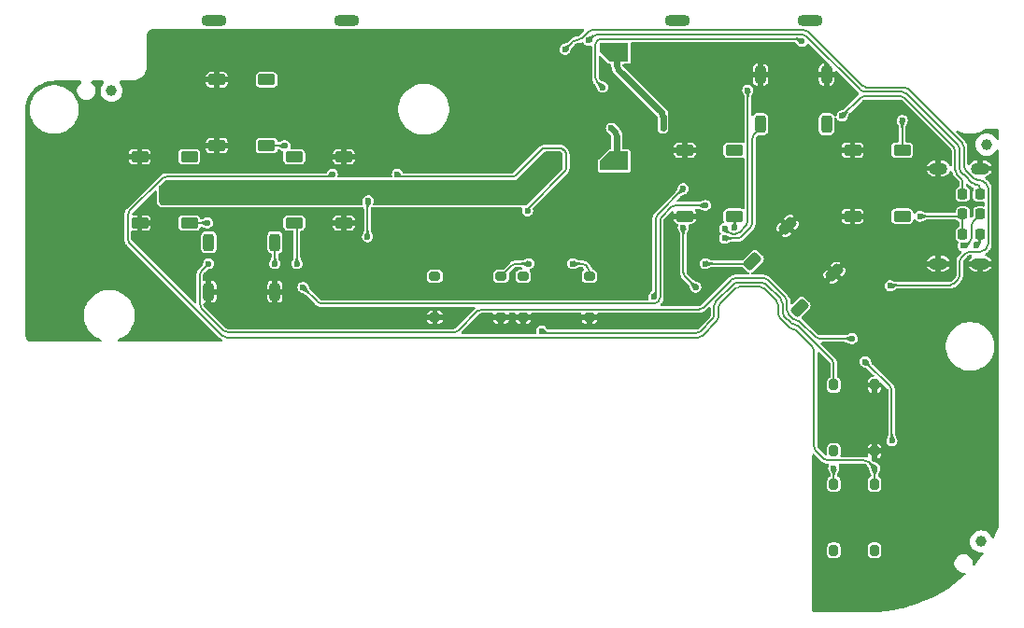
<source format=gtl>
G04 #@! TF.GenerationSoftware,KiCad,Pcbnew,8.0.4*
G04 #@! TF.CreationDate,2025-03-14T20:27:19-07:00*
G04 #@! TF.ProjectId,mintypcb,6d696e74-7970-4636-922e-6b696361645f,2*
G04 #@! TF.SameCoordinates,Original*
G04 #@! TF.FileFunction,Copper,L1,Top*
G04 #@! TF.FilePolarity,Positive*
%FSLAX46Y46*%
G04 Gerber Fmt 4.6, Leading zero omitted, Abs format (unit mm)*
G04 Created by KiCad (PCBNEW 8.0.4) date 2025-03-14 20:27:19*
%MOMM*%
%LPD*%
G01*
G04 APERTURE LIST*
G04 Aperture macros list*
%AMRoundRect*
0 Rectangle with rounded corners*
0 $1 Rounding radius*
0 $2 $3 $4 $5 $6 $7 $8 $9 X,Y pos of 4 corners*
0 Add a 4 corners polygon primitive as box body*
4,1,4,$2,$3,$4,$5,$6,$7,$8,$9,$2,$3,0*
0 Add four circle primitives for the rounded corners*
1,1,$1+$1,$2,$3*
1,1,$1+$1,$4,$5*
1,1,$1+$1,$6,$7*
1,1,$1+$1,$8,$9*
0 Add four rect primitives between the rounded corners*
20,1,$1+$1,$2,$3,$4,$5,0*
20,1,$1+$1,$4,$5,$6,$7,0*
20,1,$1+$1,$6,$7,$8,$9,0*
20,1,$1+$1,$8,$9,$2,$3,0*%
%AMOutline5P*
0 Free polygon, 5 corners , with rotation*
0 The origin of the aperture is its center*
0 number of corners: always 5*
0 $1 to $10 corner X, Y*
0 $11 Rotation angle, in degrees counterclockwise*
0 create outline with 5 corners*
4,1,5,$1,$2,$3,$4,$5,$6,$7,$8,$9,$10,$1,$2,$11*%
%AMOutline6P*
0 Free polygon, 6 corners , with rotation*
0 The origin of the aperture is its center*
0 number of corners: always 6*
0 $1 to $12 corner X, Y*
0 $13 Rotation angle, in degrees counterclockwise*
0 create outline with 6 corners*
4,1,6,$1,$2,$3,$4,$5,$6,$7,$8,$9,$10,$11,$12,$1,$2,$13*%
%AMOutline7P*
0 Free polygon, 7 corners , with rotation*
0 The origin of the aperture is its center*
0 number of corners: always 7*
0 $1 to $14 corner X, Y*
0 $15 Rotation angle, in degrees counterclockwise*
0 create outline with 7 corners*
4,1,7,$1,$2,$3,$4,$5,$6,$7,$8,$9,$10,$11,$12,$13,$14,$1,$2,$15*%
%AMOutline8P*
0 Free polygon, 8 corners , with rotation*
0 The origin of the aperture is its center*
0 number of corners: always 8*
0 $1 to $16 corner X, Y*
0 $17 Rotation angle, in degrees counterclockwise*
0 create outline with 8 corners*
4,1,8,$1,$2,$3,$4,$5,$6,$7,$8,$9,$10,$11,$12,$13,$14,$15,$16,$1,$2,$17*%
G04 Aperture macros list end*
G04 #@! TA.AperFunction,ComponentPad*
%ADD10O,1.700000X1.100000*%
G04 #@! TD*
G04 #@! TA.AperFunction,SMDPad,CuDef*
%ADD11RoundRect,0.218750X0.218750X0.256250X-0.218750X0.256250X-0.218750X-0.256250X0.218750X-0.256250X0*%
G04 #@! TD*
G04 #@! TA.AperFunction,SMDPad,CuDef*
%ADD12RoundRect,0.200000X-0.300000X-0.200000X0.300000X-0.200000X0.300000X0.200000X-0.300000X0.200000X0*%
G04 #@! TD*
G04 #@! TA.AperFunction,SMDPad,CuDef*
%ADD13RoundRect,0.250000X-0.550000X0.250000X-0.550000X-0.250000X0.550000X-0.250000X0.550000X0.250000X0*%
G04 #@! TD*
G04 #@! TA.AperFunction,SMDPad,CuDef*
%ADD14RoundRect,0.250000X0.550000X-0.250000X0.550000X0.250000X-0.550000X0.250000X-0.550000X-0.250000X0*%
G04 #@! TD*
G04 #@! TA.AperFunction,SMDPad,CuDef*
%ADD15C,1.000000*%
G04 #@! TD*
G04 #@! TA.AperFunction,SMDPad,CuDef*
%ADD16RoundRect,0.250000X0.250000X0.550000X-0.250000X0.550000X-0.250000X-0.550000X0.250000X-0.550000X0*%
G04 #@! TD*
G04 #@! TA.AperFunction,SMDPad,CuDef*
%ADD17RoundRect,0.250000X0.565685X0.212132X0.212132X0.565685X-0.565685X-0.212132X-0.212132X-0.565685X0*%
G04 #@! TD*
G04 #@! TA.AperFunction,SMDPad,CuDef*
%ADD18RoundRect,0.200000X-0.200000X0.300000X-0.200000X-0.300000X0.200000X-0.300000X0.200000X0.300000X0*%
G04 #@! TD*
G04 #@! TA.AperFunction,SMDPad,CuDef*
%ADD19Outline5P,-1.255000X0.000000X-0.410000X0.845000X1.255000X0.845000X1.255000X-0.845000X-1.255000X-0.845000X0.000000*%
G04 #@! TD*
G04 #@! TA.AperFunction,SMDPad,CuDef*
%ADD20Outline5P,-1.255000X0.845000X1.255000X0.845000X1.255000X-0.845000X-0.410000X-0.845000X-1.255000X0.000000X0.000000*%
G04 #@! TD*
G04 #@! TA.AperFunction,SMDPad,CuDef*
%ADD21RoundRect,0.250000X-0.250000X-0.550000X0.250000X-0.550000X0.250000X0.550000X-0.250000X0.550000X0*%
G04 #@! TD*
G04 #@! TA.AperFunction,SMDPad,CuDef*
%ADD22RoundRect,0.200000X0.200000X-0.300000X0.200000X0.300000X-0.200000X0.300000X-0.200000X-0.300000X0*%
G04 #@! TD*
G04 #@! TA.AperFunction,ComponentPad*
%ADD23O,2.300000X1.100000*%
G04 #@! TD*
G04 #@! TA.AperFunction,ViaPad*
%ADD24C,0.600000*%
G04 #@! TD*
G04 #@! TA.AperFunction,Conductor*
%ADD25C,0.200000*%
G04 #@! TD*
G04 #@! TA.AperFunction,Conductor*
%ADD26C,0.600000*%
G04 #@! TD*
G04 APERTURE END LIST*
D10*
X132125000Y-65360000D03*
X135925000Y-65360000D03*
X132125000Y-74000000D03*
X135925000Y-74000000D03*
D11*
X135912499Y-69500000D03*
X134337497Y-69500000D03*
D12*
X86500000Y-75150000D03*
X92500000Y-75150000D03*
X86500000Y-78850000D03*
X92500000Y-78850000D03*
D13*
X128850000Y-63700000D03*
X128850000Y-69700000D03*
X124350000Y-63700000D03*
X124350000Y-69700000D03*
X64250000Y-64300000D03*
X64250000Y-70300000D03*
X59750000Y-64300000D03*
X59750000Y-70300000D03*
D14*
X73750000Y-70300000D03*
X73750000Y-64300000D03*
X78250000Y-70300000D03*
X78250000Y-64300000D03*
D15*
X136500000Y-63200000D03*
D16*
X122000000Y-61350000D03*
X116000000Y-61350000D03*
X122000000Y-56850000D03*
X116000000Y-56850000D03*
D13*
X113650000Y-63700000D03*
X113650000Y-69700000D03*
X109150000Y-63700000D03*
X109150000Y-69700000D03*
D17*
X119530330Y-78012311D03*
X115287689Y-73769670D03*
X122712311Y-74830330D03*
X118469670Y-70587689D03*
D18*
X126350000Y-94000000D03*
X126350000Y-100000000D03*
X122650000Y-94000000D03*
X122650000Y-100000000D03*
D15*
X57200000Y-58300000D03*
D13*
X71250000Y-57300000D03*
X71250000Y-63300000D03*
X66750000Y-57300000D03*
X66750000Y-63300000D03*
D19*
X102755000Y-64675000D03*
D20*
X102755000Y-54825000D03*
D11*
X135912499Y-71300000D03*
X134337497Y-71300000D03*
D15*
X136000000Y-99200000D03*
D21*
X66000000Y-72050000D03*
X72000000Y-72050000D03*
X66000000Y-76550000D03*
X72000000Y-76550000D03*
D11*
X135900000Y-67700000D03*
X134324998Y-67700000D03*
D22*
X122650000Y-91000000D03*
X122650000Y-85000000D03*
X126350000Y-91000000D03*
X126350000Y-85000000D03*
D12*
X94500000Y-75150000D03*
X100500000Y-75150000D03*
X94500000Y-78850000D03*
X100500000Y-78850000D03*
D23*
X108500000Y-51950000D03*
X66500000Y-51950000D03*
X78500000Y-51950000D03*
X120500000Y-51950000D03*
D24*
X111950000Y-72950000D03*
X136050000Y-90500000D03*
X69450000Y-65400000D03*
X135050000Y-91500000D03*
X106250000Y-58000000D03*
X99500000Y-64200000D03*
X103775000Y-78950000D03*
X77100000Y-75175000D03*
X137050000Y-90500000D03*
X121850001Y-68650000D03*
X67775000Y-70100000D03*
X137100000Y-66400000D03*
X107150000Y-65400000D03*
X129000000Y-100400000D03*
X63100000Y-54700000D03*
X50000000Y-62200000D03*
X85400000Y-62800000D03*
X108300000Y-71900000D03*
X130050000Y-91500000D03*
X96700000Y-55500000D03*
X132400000Y-103000000D03*
X96900000Y-67900000D03*
X68250000Y-61200000D03*
X121500000Y-77400000D03*
X136050000Y-92500000D03*
X105356250Y-67950000D03*
X132500000Y-75250000D03*
X125400000Y-100850000D03*
X81300000Y-74400000D03*
X125700000Y-63500000D03*
X105600000Y-75700000D03*
X55250000Y-67850000D03*
X132050000Y-91500000D03*
X91200000Y-53000000D03*
X91000000Y-56300000D03*
X73450000Y-65400000D03*
X91000000Y-58900000D03*
X131050000Y-91500000D03*
X130675000Y-66950000D03*
X123500000Y-93100000D03*
X125700000Y-64500000D03*
X123500000Y-64600000D03*
X79350000Y-72150000D03*
X123350000Y-58000000D03*
X122500000Y-64600000D03*
X55400000Y-59900000D03*
X60000000Y-58300000D03*
X91125000Y-79550000D03*
X120450000Y-78700000D03*
X120850000Y-68650000D03*
X99700000Y-76000000D03*
X102900000Y-66300000D03*
X62150000Y-61950000D03*
X61200000Y-55100000D03*
X89000000Y-61800000D03*
X108400000Y-61300000D03*
X137050000Y-91500000D03*
X118450000Y-73150000D03*
X125700000Y-60500000D03*
X59900000Y-72200000D03*
X79700000Y-60800000D03*
X66950000Y-78650000D03*
X125700000Y-62500000D03*
X102700000Y-57350000D03*
X120300000Y-62650000D03*
X114400000Y-72650000D03*
X137050000Y-87500000D03*
X116900000Y-65900000D03*
X86500000Y-72500000D03*
X129050000Y-92500000D03*
X121850000Y-67650000D03*
X70600000Y-78850000D03*
X137050000Y-94500000D03*
X77400000Y-54100000D03*
X116000000Y-63850000D03*
X97400000Y-76100000D03*
X116200000Y-70950000D03*
X84750000Y-78675000D03*
X122500000Y-97800000D03*
X133250000Y-73000000D03*
X50000000Y-78200000D03*
X127520000Y-68300000D03*
X119850000Y-67650000D03*
X98200000Y-58900000D03*
X63150000Y-80200000D03*
X105250000Y-54300000D03*
X137050000Y-89500000D03*
X105812500Y-65400000D03*
X137050000Y-88500000D03*
X121000000Y-92400000D03*
X83900000Y-54700000D03*
X68800000Y-75700000D03*
X125070000Y-66450000D03*
X114500000Y-54800000D03*
X87948529Y-65300000D03*
X80981250Y-69525001D03*
X129050000Y-91500000D03*
X132500000Y-78500000D03*
X87200000Y-53000000D03*
X133050000Y-91500000D03*
X137050000Y-95500000D03*
X134400000Y-98800000D03*
X100400000Y-64200000D03*
X98600000Y-68750000D03*
X121800000Y-88150000D03*
X114050000Y-67650000D03*
X114100000Y-61300000D03*
X83800000Y-69800000D03*
X135400000Y-84375000D03*
X65400000Y-54100000D03*
X104850000Y-61300000D03*
X134050000Y-91500000D03*
X50000000Y-66200000D03*
X92700000Y-58900000D03*
X97000000Y-72200000D03*
X120850000Y-67650000D03*
X125700000Y-61500000D03*
X136050000Y-89500000D03*
X136050000Y-91500000D03*
X72500000Y-53200000D03*
X130050000Y-92500000D03*
X130675000Y-72425000D03*
X72600000Y-57500000D03*
X50000000Y-74200000D03*
X124200000Y-102750000D03*
X124400000Y-68300000D03*
X75100000Y-54700000D03*
X103775000Y-76825000D03*
X53800000Y-80200000D03*
X136500000Y-78500000D03*
X128075000Y-92500000D03*
X95200000Y-53000000D03*
X104363973Y-70700000D03*
X137050000Y-93500000D03*
X133250000Y-71900000D03*
X121500000Y-75300000D03*
X100100000Y-56400000D03*
X120050000Y-54650000D03*
X119850000Y-68650000D03*
X135300000Y-75250000D03*
X129400000Y-97600000D03*
X133250000Y-66400000D03*
X50000000Y-70200000D03*
X111550000Y-65100000D03*
X128200000Y-62000000D03*
X67200000Y-75700000D03*
X119200000Y-74900000D03*
X119450000Y-73150000D03*
X121600000Y-104800000D03*
X108900000Y-79500000D03*
X126800000Y-82900000D03*
X111875000Y-75500000D03*
X137050000Y-92500000D03*
X75800000Y-71300000D03*
X102500000Y-73550000D03*
X119900000Y-71700000D03*
X136050000Y-93500000D03*
X133250000Y-67500000D03*
X110200000Y-67700000D03*
X99200000Y-53000000D03*
X98299998Y-54550000D03*
X127750000Y-76000000D03*
X61999999Y-67400000D03*
X62799999Y-67400000D03*
X61999999Y-68200000D03*
X97600000Y-65100000D03*
X123400000Y-60600000D03*
X76675001Y-67150001D03*
X62800000Y-68200000D03*
X97612500Y-64300000D03*
X96812500Y-65100000D03*
X96812500Y-64300000D03*
X130450000Y-69700000D03*
X127910000Y-90080000D03*
X125500000Y-82900000D03*
X124300000Y-80800000D03*
X66000000Y-74000000D03*
X83100000Y-65900000D03*
X94900000Y-69200000D03*
X72900000Y-63300000D03*
X72000000Y-74000000D03*
X65875000Y-70300000D03*
X74000000Y-74000000D03*
X128850000Y-61000000D03*
X112750000Y-70800000D03*
X114850000Y-58250000D03*
X111000000Y-74000000D03*
X112750000Y-71700000D03*
X113650000Y-70700000D03*
X99000000Y-74000000D03*
X95000000Y-74000000D03*
X101700000Y-58000000D03*
X119775735Y-53824265D03*
X109012500Y-70700000D03*
X110130000Y-76130000D03*
X106326765Y-77001765D03*
X109012500Y-67200000D03*
X111012500Y-68700000D03*
X74550000Y-76150000D03*
X96180001Y-80100000D03*
X102500000Y-61700000D03*
X107162500Y-61700000D03*
X100450000Y-53749998D03*
X135536028Y-72312499D03*
X134378229Y-72373242D03*
X126350000Y-92550000D03*
X77200000Y-65900000D03*
X80455708Y-68300000D03*
X80400000Y-71550000D03*
X122650000Y-92550000D03*
D25*
X134284314Y-65787082D02*
X134518629Y-66021396D01*
X114526863Y-71288820D02*
X114321274Y-71494410D01*
X116000000Y-61062500D02*
X116000000Y-61287500D01*
X98399052Y-65311770D02*
G75*
G02*
X98388857Y-65381955I-302252J8070D01*
G01*
X83312450Y-66011241D02*
G75*
G03*
X83355468Y-66046981I214850J214841D01*
G01*
X98399045Y-64089701D02*
G75*
G02*
X98399999Y-64161101I-2671345J-71399D01*
G01*
X94970191Y-68931277D02*
G75*
G03*
X94900010Y-69100734I169409J-169423D01*
G01*
X98265198Y-65634946D02*
G75*
G02*
X98215370Y-65686098I-1981398J1880246D01*
G01*
X98379631Y-65416425D02*
G75*
G02*
X98325467Y-65547214I-523831J140325D01*
G01*
X93745733Y-66025455D02*
G75*
G02*
X93614953Y-66079633I-271133J469555D01*
G01*
X98400000Y-65240366D02*
G75*
G02*
X98399052Y-65311770I-2700900J166D01*
G01*
X98076636Y-63592384D02*
G75*
G02*
X98133470Y-63634808I-151036J-261616D01*
G01*
X96166454Y-63634710D02*
G75*
G03*
X96115362Y-63684638I2133546J-2234390D01*
G01*
X93833469Y-65965191D02*
G75*
G02*
X93776636Y-66007615I-207869J219191D01*
G01*
X83355469Y-66046980D02*
G75*
G03*
X83405305Y-66071644I111531J162680D01*
G01*
X96384982Y-63520122D02*
G75*
G03*
X96254141Y-63574325I140418J-523978D01*
G01*
X98325445Y-63854270D02*
G75*
G02*
X98379623Y-63985048I-469545J-271130D01*
G01*
X83236991Y-65935782D02*
G75*
G03*
X83150604Y-65900006I-86391J-86418D01*
G01*
X93580485Y-66088858D02*
G75*
G02*
X93510299Y-66099060I-78285J292058D01*
G01*
X96489683Y-63500817D02*
G75*
G03*
X96419468Y-63510883I6817J-297483D01*
G01*
X98133470Y-63634808D02*
G75*
G02*
X98184627Y-63684627I-1856970J-1957992D01*
G01*
X98307627Y-65578117D02*
G75*
G02*
X98265190Y-65634938I-261327J150917D01*
G01*
X97914951Y-63520375D02*
G75*
G02*
X98045734Y-63574543I-140351J-523825D01*
G01*
X97810299Y-63500950D02*
G75*
G03*
X97738896Y-63500001I-71299J-2677250D01*
G01*
X98265186Y-63766532D02*
G75*
G02*
X98307615Y-63823362I-219286J-207968D01*
G01*
X96223223Y-63592178D02*
G75*
G03*
X96166461Y-63634718I148977J-257922D01*
G01*
X93884626Y-65915371D02*
G75*
G02*
X93833469Y-65965191I-1911026J1911171D01*
G01*
X98215371Y-63715371D02*
G75*
G02*
X98265186Y-63766532I-1891271J-1891329D01*
G01*
X97810299Y-63500950D02*
G75*
G02*
X97880487Y-63511135I-7999J-302050D01*
G01*
X83513355Y-66098999D02*
G75*
G03*
X83569504Y-66100000I56245J1578899D01*
G01*
X98388848Y-64019516D02*
G75*
G02*
X98399046Y-64089701I-292148J-78284D01*
G01*
X93510299Y-66099050D02*
G75*
G02*
X93438896Y-66100001I-71499J2688550D01*
G01*
X96561115Y-63500000D02*
G75*
G03*
X96489683Y-63500818I-15J-3119300D01*
G01*
X83458615Y-66089211D02*
G75*
G03*
X83513355Y-66099002I61785J187511D01*
G01*
X65359379Y-74640620D02*
G75*
G03*
X65199981Y-75025395I384721J-384780D01*
G01*
X120971992Y-80640620D02*
G75*
G03*
X121356767Y-80800009I384808J384820D01*
G01*
X127740620Y-85140620D02*
G75*
G02*
X127899989Y-85525395I-384820J-384780D01*
G01*
X127900000Y-90062928D02*
G75*
G03*
X127905008Y-90074992I17100J28D01*
G01*
X127835355Y-75950000D02*
G75*
G03*
X127775013Y-75975013I45J-85400D01*
G01*
X133559379Y-75790620D02*
X133890620Y-75459378D01*
X135874604Y-66400000D02*
X135688313Y-66400000D01*
X136490619Y-72582906D02*
X136320407Y-72753119D01*
X134962896Y-72912499D02*
X135935632Y-72912499D01*
X134050000Y-73825395D02*
X134050000Y-75074604D01*
X129390751Y-58159379D02*
X134290620Y-63059248D01*
X127750000Y-76000000D02*
X127775000Y-75975000D01*
X133174604Y-75950000D02*
X127835355Y-75950000D01*
X136259379Y-66559379D02*
X136490619Y-66790619D01*
X100392089Y-52959378D02*
X99810848Y-53540620D01*
X134609379Y-65546461D02*
X135303538Y-66240620D01*
X98990618Y-53859379D02*
X98299998Y-54550000D01*
X134209379Y-73440620D02*
X134578121Y-73071877D01*
X134450000Y-65161686D02*
X134450000Y-63444023D01*
X120325065Y-52959379D02*
X125206306Y-57840620D01*
X99426073Y-53700000D02*
X99375393Y-53700000D01*
X119940290Y-52800000D02*
X100776864Y-52800000D01*
X129005976Y-58000000D02*
X125591081Y-58000000D01*
X136649999Y-72198132D02*
X136649999Y-67175394D01*
X99426073Y-53700000D02*
G75*
G03*
X99810872Y-53540644I27J544200D01*
G01*
X134050000Y-73825395D02*
G75*
G02*
X134209393Y-73440634I544100J-5D01*
G01*
X133559379Y-75790620D02*
G75*
G02*
X133174604Y-75949989I-384779J384820D01*
G01*
X133890620Y-75459378D02*
G75*
G03*
X134049988Y-75074604I-384820J384778D01*
G01*
X136259379Y-66559379D02*
G75*
G03*
X135874604Y-66400011I-384779J-384821D01*
G01*
X136320407Y-72753119D02*
G75*
G02*
X135935632Y-72912508I-384807J384819D01*
G01*
X134609379Y-65546461D02*
G75*
G02*
X134450023Y-65161686I384821J384761D01*
G01*
X136490619Y-72582906D02*
G75*
G03*
X136650007Y-72198132I-384819J384806D01*
G01*
X136649999Y-67175394D02*
G75*
G03*
X136490626Y-66790612I-544199J-6D01*
G01*
X119940290Y-52800000D02*
G75*
G02*
X120325080Y-52959364I10J-544200D01*
G01*
X135303538Y-66240620D02*
G75*
G03*
X135688313Y-66399977I384762J384820D01*
G01*
X100776864Y-52800000D02*
G75*
G03*
X100392119Y-52959408I36J-544100D01*
G01*
X134962896Y-72912499D02*
G75*
G03*
X134578134Y-73071890I4J-544101D01*
G01*
X125206306Y-57840620D02*
G75*
G03*
X125591081Y-57999999I384794J384820D01*
G01*
X98990618Y-53859379D02*
G75*
G02*
X99375393Y-53699979I384782J-384721D01*
G01*
X129390751Y-58159379D02*
G75*
G03*
X129005976Y-58000030I-384751J-384821D01*
G01*
X134450000Y-63444023D02*
G75*
G03*
X134290642Y-63059226I-544200J23D01*
G01*
X133490620Y-63390620D02*
X129059379Y-58959379D01*
X134165618Y-66234072D02*
X133809379Y-65877833D01*
X134324998Y-66618847D02*
X134324998Y-67700000D01*
X133650000Y-63775395D02*
X133650000Y-65493058D01*
X123400000Y-60600000D02*
X125040620Y-58959379D01*
X128674604Y-58800000D02*
X125425395Y-58800000D01*
X133650000Y-63775395D02*
G75*
G03*
X133490628Y-63390612I-544200J-5D01*
G01*
X134165618Y-66234072D02*
G75*
G02*
X134324951Y-66618847I-384818J-384728D01*
G01*
X133809379Y-65877833D02*
G75*
G02*
X133650043Y-65493058I384821J384733D01*
G01*
X125425395Y-58800000D02*
G75*
G03*
X125040634Y-58959393I5J-544100D01*
G01*
X129059379Y-58959379D02*
G75*
G03*
X128674604Y-58800011I-384779J-384821D01*
G01*
X134337497Y-69641421D02*
X134337497Y-71300000D01*
X130450000Y-69700000D02*
X133996075Y-69700000D01*
X133996075Y-69700000D02*
G75*
G03*
X134237505Y-69600008I25J341400D01*
G01*
X134337497Y-69641421D02*
G75*
G03*
X134237464Y-69599967I-58597J21D01*
G01*
X127910000Y-90080000D02*
X127905000Y-90075000D01*
X127740620Y-85140620D02*
X125500000Y-82900000D01*
X127900000Y-85525395D02*
X127900000Y-90062928D01*
X65200000Y-75025395D02*
X65200000Y-77674604D01*
X124300000Y-80800000D02*
X121356767Y-80800000D01*
X110443232Y-78150000D02*
X90775395Y-78150000D01*
X88634378Y-80065620D02*
X90390620Y-78309379D01*
X88249604Y-80225000D02*
X67750395Y-80225000D01*
X67365620Y-80065620D02*
X65359379Y-78059379D01*
X116274604Y-75300000D02*
X113744023Y-75300000D01*
X118400000Y-77425395D02*
X118400000Y-78212221D01*
X118964819Y-79002436D02*
X118559379Y-78596996D01*
X110828006Y-77990620D02*
X113359248Y-75459379D01*
X118240620Y-77040620D02*
X116659379Y-75459379D01*
X119594723Y-79263351D02*
X120971992Y-80640620D01*
X65359379Y-74640620D02*
X66000000Y-74000000D01*
X88634378Y-80065620D02*
G75*
G02*
X88249604Y-80224988I-384778J384820D01*
G01*
X90775395Y-78150000D02*
G75*
G03*
X90390634Y-78309393I5J-544100D01*
G01*
X118240620Y-77040620D02*
G75*
G02*
X118399989Y-77425395I-384820J-384780D01*
G01*
X67365620Y-80065620D02*
G75*
G03*
X67750395Y-80224989I384780J384820D01*
G01*
X65359379Y-78059379D02*
G75*
G02*
X65200011Y-77674604I384821J384779D01*
G01*
X116274604Y-75300000D02*
G75*
G02*
X116659387Y-75459371I-4J-544200D01*
G01*
X118559379Y-78596996D02*
G75*
G02*
X118399999Y-78212221I384821J384796D01*
G01*
X113744023Y-75300000D02*
G75*
G03*
X113359248Y-75459379I-23J-544100D01*
G01*
X119279771Y-79132894D02*
G75*
G02*
X119594737Y-79263337I29J-445406D01*
G01*
X119279771Y-79132894D02*
G75*
G02*
X118964836Y-79002419I29J445394D01*
G01*
X110443232Y-78150000D02*
G75*
G03*
X110828001Y-77990615I-32J544200D01*
G01*
X98076636Y-63592384D02*
X98045734Y-63574544D01*
X98388864Y-65381957D02*
X98379631Y-65416425D01*
X98184627Y-63684627D02*
X98215371Y-63715371D01*
X93614950Y-66079623D02*
X93580485Y-66088858D01*
X98325466Y-65547213D02*
X98307627Y-65578117D01*
X83150604Y-65900000D02*
X83100000Y-65900000D01*
X94970191Y-68931277D02*
X98215370Y-65686098D01*
X83569504Y-66100000D02*
X93438896Y-66100000D01*
X96384982Y-63520122D02*
X96419468Y-63510881D01*
X83405304Y-66071648D02*
X83458615Y-66089211D01*
X97738896Y-63500000D02*
X96561115Y-63500000D01*
X96115361Y-63684637D02*
X93884626Y-65915371D01*
X98379613Y-63985051D02*
X98388848Y-64019516D01*
X96254141Y-63574325D02*
X96223223Y-63592178D01*
X97914951Y-63520375D02*
X97880485Y-63511141D01*
X94900000Y-69100734D02*
X94900000Y-69200000D01*
X93745733Y-66025455D02*
X93776636Y-66007615D01*
X98400000Y-64161101D02*
X98400000Y-65240366D01*
X83312450Y-66011241D02*
X83236991Y-65935782D01*
X98325445Y-63854270D02*
X98307605Y-63823368D01*
X72900000Y-63300000D02*
X71250000Y-63300000D01*
X72000000Y-74000000D02*
X72000000Y-72450000D01*
X65875000Y-70300000D02*
X64250000Y-70300000D01*
X74000000Y-70726776D02*
X74000000Y-74000000D01*
X73875000Y-70425000D02*
X73750000Y-70300000D01*
X73875000Y-70425000D02*
G75*
G02*
X74000010Y-70726776I-301800J-301800D01*
G01*
X113475395Y-71300000D02*
X113724604Y-71300000D01*
X114850000Y-58250000D02*
X114850000Y-70174604D01*
X114690620Y-70559379D02*
X114109378Y-71140620D01*
X112750000Y-70800000D02*
X113090620Y-71140620D01*
X128450000Y-63700002D02*
X128449998Y-63700000D01*
X128850000Y-61000000D02*
X128850000Y-63700000D01*
X114690620Y-70559379D02*
G75*
G03*
X114849989Y-70174604I-384820J384779D01*
G01*
X113475395Y-71300000D02*
G75*
G02*
X113090612Y-71140628I5J544200D01*
G01*
X113724604Y-71300000D02*
G75*
G03*
X114109387Y-71140629I-4J544200D01*
G01*
X115172524Y-73884835D02*
X115287689Y-73769670D01*
X114894491Y-74000000D02*
X111000000Y-74000000D01*
X115172524Y-73884835D02*
G75*
G02*
X114894491Y-73999993I-278024J278035D01*
G01*
X116000000Y-61062500D02*
X116000000Y-60950000D01*
X112750000Y-71700000D02*
X113970312Y-71700000D01*
X115409379Y-62290620D02*
X115876256Y-61823743D01*
X114218480Y-71597205D02*
X114321274Y-71494410D01*
X115250000Y-70340289D02*
X115250000Y-62675395D01*
X114526863Y-71288820D02*
X115090620Y-70725064D01*
X116000000Y-61525000D02*
X116000000Y-61287500D01*
X114218480Y-71597205D02*
G75*
G02*
X113970312Y-71699997I-248180J248205D01*
G01*
X116000000Y-61525000D02*
G75*
G02*
X115876259Y-61823746I-422500J0D01*
G01*
X115409379Y-62290620D02*
G75*
G03*
X115249981Y-62675395I384721J-384780D01*
G01*
X115250000Y-70340289D02*
G75*
G02*
X115090636Y-70725080I-544200J-11D01*
G01*
X113650000Y-70700000D02*
X113650000Y-69700000D01*
X99000000Y-74000000D02*
X99774604Y-74000000D01*
X100500000Y-74725395D02*
X100500000Y-75150000D01*
X100340620Y-74340620D02*
X100159379Y-74159379D01*
X100340620Y-74340620D02*
G75*
G02*
X100499989Y-74725395I-384820J-384780D01*
G01*
X99774604Y-74000000D02*
G75*
G02*
X100159387Y-74159371I-4J-544200D01*
G01*
X93875395Y-74000000D02*
X95000000Y-74000000D01*
X93490620Y-74159379D02*
X92500000Y-75150000D01*
X93875395Y-74000000D02*
G75*
G03*
X93490634Y-74159393I5J-544100D01*
G01*
X101050000Y-54112132D02*
X101050000Y-57124604D01*
X101562132Y-53600000D02*
X119392890Y-53600000D01*
X119663602Y-53712132D02*
X119775735Y-53824265D01*
X101209379Y-57509379D02*
X101700000Y-58000000D01*
X101200000Y-53750000D02*
G75*
G03*
X101050013Y-54112132I362100J-362100D01*
G01*
X101209379Y-57509379D02*
G75*
G02*
X101050011Y-57124604I384821J384779D01*
G01*
X119663602Y-53712132D02*
G75*
G03*
X119392890Y-53599994I-270702J-270668D01*
G01*
X101200000Y-53750000D02*
G75*
G02*
X101562132Y-53600013I362100J-362100D01*
G01*
X109012500Y-70700000D02*
X109012500Y-74787104D01*
X110130000Y-76130000D02*
X109171879Y-75171879D01*
X109012500Y-74787104D02*
G75*
G03*
X109171871Y-75171887I544200J4D01*
G01*
X106526765Y-76660343D02*
X106526765Y-69911130D01*
X109012500Y-67200000D02*
X106686144Y-69526355D01*
X106426765Y-76901765D02*
X106326765Y-77001765D01*
X106526765Y-69911130D02*
G75*
G02*
X106686133Y-69526344I544135J30D01*
G01*
X106426765Y-76901765D02*
G75*
G03*
X106526783Y-76660343I-241465J241465D01*
G01*
X76250395Y-77625000D02*
X106326663Y-77625000D01*
X108303581Y-68700000D02*
X111012500Y-68700000D01*
X106711438Y-77465620D02*
X106767385Y-77409672D01*
X106926765Y-70076816D02*
X106926765Y-77024898D01*
X75865620Y-77465620D02*
X74550000Y-76150000D01*
X107918806Y-68859378D02*
X107086144Y-69692041D01*
X76250395Y-77625000D02*
G75*
G02*
X75865612Y-77465628I5J544200D01*
G01*
X106926765Y-70076816D02*
G75*
G02*
X107086140Y-69692037I544135J16D01*
G01*
X106767385Y-77409672D02*
G75*
G03*
X106926759Y-77024898I-384785J384772D01*
G01*
X108303581Y-68700000D02*
G75*
G03*
X107918827Y-68859399I19J-544100D01*
G01*
X106326663Y-77625000D02*
G75*
G03*
X106711467Y-77465649I37J544200D01*
G01*
X118000000Y-78390290D02*
X118000000Y-77591081D01*
X96521422Y-80300000D02*
X110183918Y-80300000D01*
X111959378Y-77424934D02*
X113524934Y-75859379D01*
X122650000Y-83109709D02*
X122650000Y-85000000D01*
X111640620Y-79068692D02*
X110568693Y-80140620D01*
X96180001Y-80100000D02*
X96280001Y-80200000D01*
X111800000Y-77809709D02*
X111800000Y-78683918D01*
X119433415Y-79667729D02*
X122490620Y-82724934D01*
X118782372Y-79398058D02*
X118159379Y-78775065D01*
X117840620Y-77206306D02*
X116493693Y-75859379D01*
X116108918Y-75700000D02*
X113909709Y-75700000D01*
X117840620Y-77206306D02*
G75*
G02*
X117999999Y-77591081I-384820J-384794D01*
G01*
X110183918Y-80300000D02*
G75*
G03*
X110568694Y-80140621I-18J544200D01*
G01*
X111640620Y-79068692D02*
G75*
G03*
X111799998Y-78683918I-384820J384792D01*
G01*
X119433415Y-79667729D02*
G75*
G03*
X119107894Y-79532883I-325515J-325471D01*
G01*
X111959378Y-77424934D02*
G75*
G03*
X111799990Y-77809709I384722J-384766D01*
G01*
X113909709Y-75700000D02*
G75*
G03*
X113524941Y-75859386I-9J-544100D01*
G01*
X96521422Y-80300000D02*
G75*
G02*
X96279994Y-80200007I-22J341400D01*
G01*
X118000000Y-78390290D02*
G75*
G03*
X118159364Y-78775080I544200J-10D01*
G01*
X122650000Y-83109709D02*
G75*
G03*
X122490635Y-82724919I-544200J9D01*
G01*
X118782372Y-79398058D02*
G75*
G03*
X119107894Y-79532887I325528J325558D01*
G01*
X116108918Y-75700000D02*
G75*
G02*
X116493694Y-75859378I-18J-544200D01*
G01*
D26*
X103000000Y-64256758D02*
X103000000Y-62425395D01*
X102500000Y-61700000D02*
X102840620Y-62040620D01*
X102877500Y-64552500D02*
X102755000Y-64675000D01*
X102877500Y-64552500D02*
G75*
G03*
X102999983Y-64256758I-295700J295700D01*
G01*
X102840620Y-62040620D02*
G75*
G02*
X102999989Y-62425395I-384820J-384780D01*
G01*
X107162500Y-60637895D02*
X107162500Y-61700000D01*
X103159379Y-56409379D02*
X107003120Y-60253120D01*
X102877500Y-54947500D02*
X102755000Y-54825000D01*
X103000000Y-55243241D02*
X103000000Y-56024604D01*
X107162500Y-60637895D02*
G75*
G03*
X107003128Y-60253112I-544200J-5D01*
G01*
X103000000Y-55243241D02*
G75*
G03*
X102877512Y-54947488I-418200J41D01*
G01*
X103159379Y-56409379D02*
G75*
G02*
X103000011Y-56024604I384821J384779D01*
G01*
D25*
X135558578Y-66800000D02*
X135498616Y-66800000D01*
X134518629Y-66021396D02*
X135154833Y-66657600D01*
X101225393Y-53200000D02*
X119774604Y-53200000D01*
X125425395Y-58400000D02*
X128840290Y-58400000D01*
X100450000Y-53749998D02*
X100840618Y-53359379D01*
X120159379Y-53359379D02*
X125040620Y-58240620D01*
X135900000Y-67141421D02*
X135900000Y-67700000D01*
X134284314Y-65787082D02*
X134167157Y-65669925D01*
X133890620Y-63224934D02*
X129225065Y-58559379D01*
X134050000Y-65387082D02*
X134050000Y-63609709D01*
X135154833Y-66657600D02*
G75*
G03*
X135498616Y-66799983I343767J343800D01*
G01*
X135800000Y-66900000D02*
G75*
G03*
X135558578Y-66800009I-241400J-241400D01*
G01*
X128840290Y-58400000D02*
G75*
G02*
X129225080Y-58559364I10J-544200D01*
G01*
X133890620Y-63224934D02*
G75*
G02*
X134049979Y-63609709I-384820J-384766D01*
G01*
X134050000Y-65387082D02*
G75*
G03*
X134167148Y-65669934I400000J-18D01*
G01*
X101225393Y-53200000D02*
G75*
G03*
X100840633Y-53359394I7J-544100D01*
G01*
X125425395Y-58400000D02*
G75*
G02*
X125040612Y-58240628I5J544200D01*
G01*
X120159379Y-53359379D02*
G75*
G03*
X119774604Y-53200011I-384779J-384821D01*
G01*
X135900000Y-67141421D02*
G75*
G03*
X135800006Y-66899994I-341400J21D01*
G01*
X135536028Y-72312499D02*
X135753119Y-72095407D01*
X135912499Y-71710632D02*
X135912499Y-71300000D01*
X135753119Y-72095407D02*
G75*
G03*
X135912508Y-71710632I-384819J384807D01*
G01*
X134714626Y-72285373D02*
X134990620Y-72009379D01*
X135150000Y-71624604D02*
X135150000Y-70487894D01*
X134502493Y-72373242D02*
X134378229Y-72373242D01*
X135309379Y-70103119D02*
X135912499Y-69500000D01*
X135150000Y-71624604D02*
G75*
G02*
X134990628Y-72009387I-544200J4D01*
G01*
X134714626Y-72285373D02*
G75*
G02*
X134502493Y-72373225I-212126J212173D01*
G01*
X135309379Y-70103119D02*
G75*
G03*
X135149980Y-70487894I384721J-384781D01*
G01*
X120850000Y-90574604D02*
X120850000Y-81875395D01*
X67659709Y-80700000D02*
X110349604Y-80700000D01*
X76883578Y-66100000D02*
X62175395Y-66100000D01*
X117600000Y-77756767D02*
X117600000Y-78555976D01*
X120690620Y-81490620D02*
X119267729Y-80067729D01*
X116328007Y-76259379D02*
X117440620Y-77371992D01*
X67274934Y-80540620D02*
X58809379Y-72075065D01*
X58809378Y-69240620D02*
X61790620Y-66259379D01*
X77200000Y-65900000D02*
X77212500Y-65900000D01*
X114075395Y-76100000D02*
X115943232Y-76100000D01*
X125809379Y-92009379D02*
X126350000Y-92550000D01*
X126350000Y-92550000D02*
X126350000Y-94000000D01*
X112200000Y-77975395D02*
X112200000Y-78849604D01*
X112040620Y-79234378D02*
X110734379Y-80540620D01*
X112359379Y-77590620D02*
X113690620Y-76259378D01*
X58650000Y-69625395D02*
X58650000Y-71690290D01*
X117759379Y-78940751D02*
X118616686Y-79798058D01*
X121009379Y-90959379D02*
X121740620Y-91690620D01*
X125424604Y-91850000D02*
X122125395Y-91850000D01*
X77125000Y-66000000D02*
X77216161Y-65908838D01*
X117759379Y-78940751D02*
G75*
G02*
X117600030Y-78555976I384821J384751D01*
G01*
X118942208Y-79932894D02*
G75*
G02*
X119267714Y-80067744I-8J-460306D01*
G01*
X125809379Y-92009379D02*
G75*
G03*
X125424604Y-91850011I-384779J-384821D01*
G01*
X121740620Y-91690620D02*
G75*
G03*
X122125395Y-91849989I384780J384820D01*
G01*
X58809378Y-69240620D02*
G75*
G03*
X58649980Y-69625395I384722J-384780D01*
G01*
X112200000Y-77975395D02*
G75*
G02*
X112359393Y-77590634I544100J-5D01*
G01*
X112200000Y-78849604D02*
G75*
G02*
X112040629Y-79234387I-544200J4D01*
G01*
X121009379Y-90959379D02*
G75*
G02*
X120850011Y-90574604I384821J384779D01*
G01*
X117600000Y-77756767D02*
G75*
G03*
X117440614Y-77371998I-544200J-33D01*
G01*
X120690620Y-81490620D02*
G75*
G02*
X120849989Y-81875395I-384820J-384780D01*
G01*
X77212500Y-65900000D02*
G75*
G02*
X77216189Y-65908865I0J-5200D01*
G01*
X77125000Y-66000000D02*
G75*
G02*
X76883578Y-66099991I-241400J241400D01*
G01*
X67274934Y-80540620D02*
G75*
G03*
X67659709Y-80699979I384766J384820D01*
G01*
X116328007Y-76259379D02*
G75*
G03*
X115943232Y-76099991I-384807J-384821D01*
G01*
X110349604Y-80700000D02*
G75*
G03*
X110734387Y-80540628I-4J544200D01*
G01*
X118942208Y-79932894D02*
G75*
G02*
X118616674Y-79798070I-8J460394D01*
G01*
X61790620Y-66259379D02*
G75*
G02*
X62175395Y-66099981I384780J-384721D01*
G01*
X58809379Y-72075065D02*
G75*
G02*
X58650021Y-71690290I384821J384765D01*
G01*
X114075395Y-76100000D02*
G75*
G03*
X113690634Y-76259392I5J-544100D01*
G01*
X80381250Y-68427107D02*
X80381250Y-71517991D01*
X80400000Y-71550000D02*
X80390625Y-71540625D01*
X80455708Y-68300000D02*
X80418479Y-68337229D01*
X80381250Y-68427107D02*
G75*
G02*
X80418487Y-68337237I127050J7D01*
G01*
X80390625Y-71540625D02*
G75*
G02*
X80381268Y-71517991I22675J22625D01*
G01*
X122650000Y-92550000D02*
X122650000Y-94000000D01*
G04 #@! TA.AperFunction,Conductor*
G36*
X97681333Y-63800501D02*
G01*
X97691309Y-63800500D01*
X97691313Y-63800502D01*
X97738600Y-63800500D01*
X97739125Y-63800501D01*
X97739423Y-63800502D01*
X97744075Y-63800522D01*
X97762923Y-63802046D01*
X97842854Y-63814706D01*
X97870844Y-63822591D01*
X97871734Y-63822960D01*
X97881587Y-63827551D01*
X97893088Y-63833538D01*
X97897823Y-63836135D01*
X97913625Y-63845258D01*
X97937341Y-63863042D01*
X97941581Y-63867098D01*
X97942379Y-63867868D01*
X97956766Y-63881879D01*
X97957407Y-63882509D01*
X97972142Y-63897114D01*
X97972144Y-63897116D01*
X98002722Y-63927693D01*
X98003114Y-63928087D01*
X98017386Y-63942487D01*
X98018154Y-63943269D01*
X98032128Y-63957620D01*
X98032892Y-63958412D01*
X98036925Y-63962628D01*
X98054703Y-63986334D01*
X98063858Y-64002188D01*
X98066444Y-64006900D01*
X98072460Y-64018456D01*
X98077013Y-64028220D01*
X98080953Y-64037731D01*
X98084649Y-64047883D01*
X98088484Y-64060046D01*
X98089998Y-64065239D01*
X98094784Y-64083100D01*
X98098978Y-64112415D01*
X98099109Y-64118256D01*
X98099129Y-64119383D01*
X98099396Y-64139405D01*
X98099406Y-64140504D01*
X98099499Y-64161311D01*
X98099500Y-64161865D01*
X98099500Y-65240013D01*
X98099499Y-65240572D01*
X98099407Y-65260995D01*
X98099397Y-65262086D01*
X98099131Y-65282078D01*
X98099112Y-65283159D01*
X98098982Y-65289060D01*
X98094786Y-65318425D01*
X98090048Y-65336106D01*
X98088538Y-65341289D01*
X98084652Y-65353617D01*
X98080955Y-65363777D01*
X98077025Y-65373268D01*
X98072450Y-65383081D01*
X98066462Y-65394585D01*
X98063861Y-65399326D01*
X98054776Y-65415064D01*
X98036966Y-65438810D01*
X98032938Y-65443018D01*
X98032253Y-65443728D01*
X98018147Y-65458208D01*
X98017391Y-65458977D01*
X98002985Y-65473510D01*
X98002601Y-65473895D01*
X94812816Y-68663681D01*
X94751493Y-68697166D01*
X94725135Y-68700000D01*
X81020284Y-68700000D01*
X80953245Y-68680315D01*
X80907490Y-68627511D01*
X80897546Y-68558353D01*
X80909390Y-68520516D01*
X80912667Y-68513967D01*
X80913119Y-68513011D01*
X80914671Y-68506145D01*
X80922822Y-68481980D01*
X80940873Y-68442457D01*
X80961355Y-68300000D01*
X80940873Y-68157543D01*
X80881085Y-68026627D01*
X80786836Y-67917857D01*
X80665761Y-67840047D01*
X80665759Y-67840046D01*
X80665757Y-67840045D01*
X80665758Y-67840045D01*
X80527671Y-67799500D01*
X80527669Y-67799500D01*
X80383747Y-67799500D01*
X80383744Y-67799500D01*
X80245657Y-67840045D01*
X80124581Y-67917856D01*
X80030331Y-68026626D01*
X80030330Y-68026628D01*
X79970542Y-68157543D01*
X79950061Y-68299999D01*
X79950730Y-68304654D01*
X79951972Y-68324477D01*
X79951890Y-68329128D01*
X79963842Y-68477207D01*
X79966308Y-68496393D01*
X79966318Y-68496458D01*
X79966695Y-68498593D01*
X79966699Y-68498611D01*
X79970976Y-68517531D01*
X79970984Y-68517562D01*
X79978006Y-68542974D01*
X79976888Y-68612835D01*
X79938177Y-68671001D01*
X79874165Y-68699005D01*
X79858485Y-68700000D01*
X61909756Y-68700000D01*
X61890359Y-68698473D01*
X61871258Y-68695447D01*
X61795792Y-68683495D01*
X61758895Y-68671507D01*
X61682383Y-68632522D01*
X61650997Y-68609718D01*
X61590281Y-68549002D01*
X61567477Y-68517616D01*
X61567449Y-68517562D01*
X61528491Y-68441102D01*
X61516504Y-68404206D01*
X61501527Y-68309641D01*
X61500000Y-68290244D01*
X61500000Y-67026331D01*
X61519685Y-66959292D01*
X61536319Y-66938650D01*
X61961573Y-66513396D01*
X61961609Y-66513366D01*
X61969468Y-66505505D01*
X61969470Y-66505505D01*
X61997373Y-66477598D01*
X62009552Y-66466913D01*
X62040635Y-66443059D01*
X62068655Y-66426880D01*
X62097263Y-66415029D01*
X62128523Y-66406653D01*
X62150567Y-66403750D01*
X62167199Y-66401561D01*
X62183383Y-66400500D01*
X62222992Y-66400500D01*
X76586695Y-66400500D01*
X76610886Y-66402882D01*
X76624044Y-66405500D01*
X77188336Y-66405500D01*
X77188339Y-66405500D01*
X77201661Y-66402861D01*
X77225747Y-66400500D01*
X77277316Y-66400500D01*
X77284307Y-66400000D01*
X83015693Y-66400000D01*
X83022684Y-66400500D01*
X83028039Y-66400500D01*
X83093260Y-66400500D01*
X83107670Y-66401340D01*
X83128995Y-66403835D01*
X83165704Y-66400895D01*
X83175600Y-66400500D01*
X83177383Y-66400500D01*
X83184336Y-66400000D01*
X83518009Y-66400000D01*
X83525621Y-66400500D01*
X83529942Y-66400500D01*
X83533811Y-66400500D01*
X83538234Y-66400579D01*
X83539328Y-66400618D01*
X83550196Y-66401006D01*
X83550197Y-66401005D01*
X83552308Y-66401081D01*
X83561878Y-66400500D01*
X83569486Y-66400500D01*
X83617080Y-66400503D01*
X83617081Y-66400502D01*
X83627044Y-66400503D01*
X83627095Y-66400500D01*
X93381308Y-66400500D01*
X93381332Y-66400501D01*
X93391308Y-66400500D01*
X93391312Y-66400502D01*
X93438906Y-66400500D01*
X93438908Y-66400500D01*
X93461024Y-66400500D01*
X93466223Y-66400839D01*
X93482370Y-66400405D01*
X93495836Y-66400044D01*
X93499158Y-66400000D01*
X93734316Y-66400000D01*
X93734317Y-66399999D01*
X93785797Y-66389759D01*
X93887385Y-66369553D01*
X93887386Y-66369552D01*
X93887388Y-66369552D01*
X94017157Y-66282843D01*
X96374211Y-63925788D01*
X96392989Y-63910377D01*
X96492108Y-63844148D01*
X96536796Y-63825637D01*
X96651200Y-63802881D01*
X96675382Y-63800500D01*
X97681309Y-63800500D01*
X97681333Y-63800501D01*
G37*
G04 #@! TD.AperFunction*
G04 #@! TA.AperFunction,Conductor*
G36*
X65825092Y-52700500D02*
G01*
X65826082Y-52700500D01*
X67174908Y-52700500D01*
X67185086Y-52700000D01*
X77814914Y-52700000D01*
X77825092Y-52700500D01*
X77826082Y-52700500D01*
X79174908Y-52700500D01*
X79185086Y-52700000D01*
X99927134Y-52700000D01*
X99994173Y-52719685D01*
X100039928Y-52772489D01*
X100049872Y-52841647D01*
X100020847Y-52905203D01*
X100014815Y-52911681D01*
X99604137Y-53322359D01*
X99591933Y-53333061D01*
X99560867Y-53356894D01*
X99532833Y-53373076D01*
X99504230Y-53384921D01*
X99472969Y-53393296D01*
X99453032Y-53395920D01*
X99434040Y-53398419D01*
X99417867Y-53399479D01*
X99308913Y-53399480D01*
X99177590Y-53420284D01*
X99051141Y-53461375D01*
X98932689Y-53521736D01*
X98932682Y-53521740D01*
X98932680Y-53521742D01*
X98883185Y-53557706D01*
X98825115Y-53599903D01*
X98785463Y-53639562D01*
X98785457Y-53639568D01*
X98580148Y-53844876D01*
X98555504Y-53863977D01*
X98550752Y-53866782D01*
X98550749Y-53866784D01*
X98474796Y-53934700D01*
X98457624Y-53947564D01*
X98423219Y-53968959D01*
X98402005Y-53979488D01*
X98381154Y-53987457D01*
X98381129Y-53987466D01*
X98357938Y-53996328D01*
X98350117Y-53999021D01*
X98260416Y-54026600D01*
X98255610Y-54028144D01*
X98255025Y-54028339D01*
X98249472Y-54030288D01*
X98249423Y-54030305D01*
X98249423Y-54030306D01*
X98125682Y-54075769D01*
X98125661Y-54075776D01*
X98125650Y-54075781D01*
X98121765Y-54077253D01*
X98121401Y-54077396D01*
X98116379Y-54079978D01*
X98094630Y-54088671D01*
X98089948Y-54090045D01*
X98089943Y-54090048D01*
X97968871Y-54167856D01*
X97874621Y-54276626D01*
X97874620Y-54276628D01*
X97814832Y-54407543D01*
X97794351Y-54550000D01*
X97814832Y-54692456D01*
X97874619Y-54823369D01*
X97874621Y-54823373D01*
X97968870Y-54932143D01*
X98089945Y-55009953D01*
X98089948Y-55009954D01*
X98089947Y-55009954D01*
X98228034Y-55050499D01*
X98228036Y-55050500D01*
X98228037Y-55050500D01*
X98371960Y-55050500D01*
X98371960Y-55050499D01*
X98510051Y-55009953D01*
X98631126Y-54932143D01*
X98725375Y-54823373D01*
X98756853Y-54754442D01*
X98763821Y-54741329D01*
X98774243Y-54724271D01*
X98819675Y-54600612D01*
X98821540Y-54595315D01*
X98821741Y-54594718D01*
X98823410Y-54589534D01*
X98850980Y-54499851D01*
X98853655Y-54492081D01*
X98870504Y-54447988D01*
X98881022Y-54426796D01*
X98902441Y-54392353D01*
X98915300Y-54375191D01*
X98954204Y-54331684D01*
X98983210Y-54299247D01*
X98987162Y-54292758D01*
X99005371Y-54269596D01*
X99161699Y-54113267D01*
X99161747Y-54113228D01*
X99169468Y-54105505D01*
X99169469Y-54105505D01*
X99197373Y-54077595D01*
X99209559Y-54066906D01*
X99240631Y-54043061D01*
X99268653Y-54026880D01*
X99297262Y-54015028D01*
X99328522Y-54006652D01*
X99354186Y-54003272D01*
X99367189Y-54001561D01*
X99383374Y-54000500D01*
X99473698Y-54000500D01*
X99474159Y-54000468D01*
X99492531Y-54000470D01*
X99623841Y-53979680D01*
X99750283Y-53938606D01*
X99826124Y-53899970D01*
X99894790Y-53887080D01*
X99959529Y-53913361D01*
X99995201Y-53958947D01*
X100012273Y-53996328D01*
X100024623Y-54023371D01*
X100118872Y-54132141D01*
X100239947Y-54209951D01*
X100239950Y-54209952D01*
X100239949Y-54209952D01*
X100378036Y-54250497D01*
X100378038Y-54250498D01*
X100378039Y-54250498D01*
X100521961Y-54250498D01*
X100590566Y-54230354D01*
X100660434Y-54230354D01*
X100719213Y-54268128D01*
X100748238Y-54331684D01*
X100749500Y-54349331D01*
X100749500Y-57069401D01*
X100749499Y-57069419D01*
X100749499Y-57077011D01*
X100749499Y-57077012D01*
X100749500Y-57116391D01*
X100749500Y-57124607D01*
X100749500Y-57172219D01*
X100749511Y-57172386D01*
X100749511Y-57191084D01*
X100770306Y-57322381D01*
X100770309Y-57322394D01*
X100811055Y-57447806D01*
X100811388Y-57448830D01*
X100871741Y-57567288D01*
X100889827Y-57592183D01*
X100949876Y-57674842D01*
X100949882Y-57674848D01*
X100963936Y-57688904D01*
X100963959Y-57688930D01*
X100994875Y-57719846D01*
X101013978Y-57744495D01*
X101016780Y-57749242D01*
X101016783Y-57749245D01*
X101016784Y-57749247D01*
X101043561Y-57779193D01*
X101043563Y-57779195D01*
X101043565Y-57779198D01*
X101084702Y-57825203D01*
X101097565Y-57842372D01*
X101118962Y-57876779D01*
X101129492Y-57897997D01*
X101146325Y-57942050D01*
X101149017Y-57949868D01*
X101176589Y-58039543D01*
X101178323Y-58044920D01*
X101178520Y-58045503D01*
X101180301Y-58050557D01*
X101199155Y-58101875D01*
X101225762Y-58174296D01*
X101227204Y-58178105D01*
X101227353Y-58178487D01*
X101227354Y-58178488D01*
X101235504Y-58191008D01*
X101244378Y-58207147D01*
X101274623Y-58273373D01*
X101368872Y-58382143D01*
X101489947Y-58459953D01*
X101489950Y-58459954D01*
X101489949Y-58459954D01*
X101597107Y-58491417D01*
X101626765Y-58500126D01*
X101628036Y-58500499D01*
X101628038Y-58500500D01*
X101628039Y-58500500D01*
X101771962Y-58500500D01*
X101771962Y-58500499D01*
X101902482Y-58462176D01*
X101910050Y-58459954D01*
X101910050Y-58459953D01*
X101910053Y-58459953D01*
X102031128Y-58382143D01*
X102125377Y-58273373D01*
X102185165Y-58142457D01*
X102205647Y-58000000D01*
X102198795Y-57952346D01*
X102185165Y-57857543D01*
X102166610Y-57816913D01*
X102125377Y-57726627D01*
X102031128Y-57617857D01*
X101910053Y-57540047D01*
X101910050Y-57540046D01*
X101901928Y-57537661D01*
X101879971Y-57527935D01*
X101879747Y-57528400D01*
X101874268Y-57525751D01*
X101762273Y-57484606D01*
X101750580Y-57480310D01*
X101750564Y-57480304D01*
X101750544Y-57480297D01*
X101745492Y-57478516D01*
X101745472Y-57478509D01*
X101745460Y-57478505D01*
X101744924Y-57478324D01*
X101744874Y-57478307D01*
X101739639Y-57476619D01*
X101739600Y-57476607D01*
X101739569Y-57476597D01*
X101664667Y-57453568D01*
X101664659Y-57453566D01*
X101663087Y-57453082D01*
X101663082Y-57453081D01*
X101649888Y-57449025D01*
X101642061Y-57446330D01*
X101597993Y-57429490D01*
X101576774Y-57418959D01*
X101554194Y-57404917D01*
X101542368Y-57397563D01*
X101525206Y-57384706D01*
X101504292Y-57366005D01*
X101504291Y-57366005D01*
X101449248Y-57316786D01*
X101449245Y-57316784D01*
X101449244Y-57316783D01*
X101446263Y-57314967D01*
X101412400Y-57284554D01*
X101393090Y-57259386D01*
X101376908Y-57231354D01*
X101365060Y-57202748D01*
X101356683Y-57171483D01*
X101351561Y-57132575D01*
X101350500Y-57116391D01*
X101350500Y-55258412D01*
X101370185Y-55191373D01*
X101422989Y-55145618D01*
X101492147Y-55135674D01*
X101555703Y-55164699D01*
X101562181Y-55170731D01*
X102217184Y-55825735D01*
X102217191Y-55825741D01*
X102266768Y-55858867D01*
X102325247Y-55870499D01*
X102325250Y-55870500D01*
X102325252Y-55870500D01*
X102375500Y-55870500D01*
X102442539Y-55890185D01*
X102488294Y-55942989D01*
X102499500Y-55994500D01*
X102499500Y-56098549D01*
X102499511Y-56098716D01*
X102499511Y-56106825D01*
X102525232Y-56269222D01*
X102576037Y-56425589D01*
X102576040Y-56425598D01*
X102643137Y-56557293D01*
X102650683Y-56572105D01*
X102747318Y-56705125D01*
X102753013Y-56710820D01*
X102753058Y-56710872D01*
X102805448Y-56763262D01*
X102805451Y-56763267D01*
X102805452Y-56763267D01*
X102858299Y-56816119D01*
X102858343Y-56816157D01*
X106625681Y-60583495D01*
X106659166Y-60644818D01*
X106662000Y-60671176D01*
X106662000Y-61655331D01*
X106660738Y-61672977D01*
X106656853Y-61699999D01*
X106660738Y-61727020D01*
X106662000Y-61744667D01*
X106662000Y-61765894D01*
X106669423Y-61793596D01*
X106672385Y-61808037D01*
X106677335Y-61842456D01*
X106677337Y-61842464D01*
X106685569Y-61860489D01*
X106692550Y-61879907D01*
X106696107Y-61893183D01*
X106696110Y-61893190D01*
X106714181Y-61924491D01*
X106719586Y-61934974D01*
X106737123Y-61973373D01*
X106745194Y-61982687D01*
X106758868Y-62001890D01*
X106761997Y-62007310D01*
X106762001Y-62007315D01*
X106792822Y-62038136D01*
X106798854Y-62044615D01*
X106831370Y-62082141D01*
X106831374Y-62082145D01*
X106835428Y-62084750D01*
X106850711Y-62097066D01*
X106855189Y-62100502D01*
X106869397Y-62108705D01*
X106899387Y-62126019D01*
X106904371Y-62129056D01*
X106952447Y-62159953D01*
X106952450Y-62159954D01*
X106952452Y-62159955D01*
X106953494Y-62160431D01*
X106963121Y-62163827D01*
X106969311Y-62166390D01*
X106969314Y-62166392D01*
X107023010Y-62180779D01*
X107025761Y-62181516D01*
X107028598Y-62182312D01*
X107090539Y-62200500D01*
X107234463Y-62200500D01*
X107234463Y-62200499D01*
X107272726Y-62189263D01*
X107296402Y-62182312D01*
X107299181Y-62181531D01*
X107355686Y-62166392D01*
X107355689Y-62166389D01*
X107361867Y-62163832D01*
X107371496Y-62160434D01*
X107372545Y-62159955D01*
X107372553Y-62159953D01*
X107420587Y-62129082D01*
X107425602Y-62126025D01*
X107469814Y-62100500D01*
X107469821Y-62100492D01*
X107474328Y-62097035D01*
X107489567Y-62084752D01*
X107493628Y-62082143D01*
X107526153Y-62044605D01*
X107532173Y-62038140D01*
X107545922Y-62024391D01*
X107563000Y-62007314D01*
X107566128Y-62001894D01*
X107579806Y-61982687D01*
X107587877Y-61973373D01*
X107605412Y-61934974D01*
X107610811Y-61924502D01*
X107628892Y-61893186D01*
X107632452Y-61879898D01*
X107639434Y-61860479D01*
X107647664Y-61842459D01*
X107647663Y-61842459D01*
X107647665Y-61842457D01*
X107652611Y-61808053D01*
X107655574Y-61793606D01*
X107656763Y-61789165D01*
X107663000Y-61765892D01*
X107663000Y-61744667D01*
X107664262Y-61727020D01*
X107668147Y-61699999D01*
X107664262Y-61672977D01*
X107663000Y-61655331D01*
X107663000Y-60703786D01*
X107663001Y-60703783D01*
X107663000Y-60637890D01*
X107663000Y-60572003D01*
X107663000Y-60564005D01*
X107662988Y-60563821D01*
X107662988Y-60555672D01*
X107637267Y-60393279D01*
X107637267Y-60393278D01*
X107586459Y-60236899D01*
X107511816Y-60090394D01*
X107448675Y-60003480D01*
X107415179Y-59957372D01*
X107410038Y-59952231D01*
X107409998Y-59952184D01*
X107357049Y-59899235D01*
X107357046Y-59899230D01*
X107357046Y-59899231D01*
X107304835Y-59847015D01*
X107304784Y-59846970D01*
X104912010Y-57454196D01*
X115300001Y-57454196D01*
X115302851Y-57484606D01*
X115347653Y-57612645D01*
X115428207Y-57721792D01*
X115537354Y-57802346D01*
X115665397Y-57847149D01*
X115695779Y-57849998D01*
X115695807Y-57849999D01*
X116250000Y-57849999D01*
X116304196Y-57849999D01*
X116334606Y-57847148D01*
X116462645Y-57802346D01*
X116571792Y-57721792D01*
X116652346Y-57612645D01*
X116697149Y-57484604D01*
X116697149Y-57484600D01*
X116700000Y-57454206D01*
X116700000Y-57454196D01*
X121300001Y-57454196D01*
X121302851Y-57484606D01*
X121347653Y-57612645D01*
X121428207Y-57721792D01*
X121537354Y-57802346D01*
X121665397Y-57847149D01*
X121695779Y-57849998D01*
X121695807Y-57849999D01*
X122250000Y-57849999D01*
X122304196Y-57849999D01*
X122334606Y-57847148D01*
X122462645Y-57802346D01*
X122571792Y-57721792D01*
X122652346Y-57612645D01*
X122697149Y-57484604D01*
X122697149Y-57484600D01*
X122700000Y-57454206D01*
X122700000Y-57100000D01*
X122250000Y-57100000D01*
X122250000Y-57849999D01*
X121695807Y-57849999D01*
X121749999Y-57849998D01*
X121750000Y-57849998D01*
X121750000Y-57100000D01*
X121300001Y-57100000D01*
X121300001Y-57454196D01*
X116700000Y-57454196D01*
X116700000Y-57100000D01*
X116250000Y-57100000D01*
X116250000Y-57849999D01*
X115695807Y-57849999D01*
X115749999Y-57849998D01*
X115750000Y-57849998D01*
X115750000Y-57100000D01*
X115300001Y-57100000D01*
X115300001Y-57454196D01*
X104912010Y-57454196D01*
X103703607Y-56245793D01*
X115300000Y-56245793D01*
X115300000Y-56600000D01*
X115750000Y-56600000D01*
X116250000Y-56600000D01*
X116699999Y-56600000D01*
X116699999Y-56245803D01*
X116699998Y-56245793D01*
X121300000Y-56245793D01*
X121300000Y-56600000D01*
X121750000Y-56600000D01*
X121750000Y-55850000D01*
X121749999Y-55849999D01*
X121695804Y-55850000D01*
X121665393Y-55852851D01*
X121537354Y-55897653D01*
X121428207Y-55978207D01*
X121347653Y-56087354D01*
X121302850Y-56215395D01*
X121302850Y-56215399D01*
X121300000Y-56245793D01*
X116699998Y-56245793D01*
X116697148Y-56215393D01*
X116652346Y-56087354D01*
X116571792Y-55978207D01*
X116462645Y-55897653D01*
X116334602Y-55852850D01*
X116304207Y-55850000D01*
X116250000Y-55850000D01*
X116250000Y-56600000D01*
X115750000Y-56600000D01*
X115750000Y-55850000D01*
X115749999Y-55849999D01*
X115695804Y-55850000D01*
X115665393Y-55852851D01*
X115537354Y-55897653D01*
X115428207Y-55978207D01*
X115347653Y-56087354D01*
X115302850Y-56215395D01*
X115302850Y-56215399D01*
X115300000Y-56245793D01*
X103703607Y-56245793D01*
X103539995Y-56082181D01*
X103506510Y-56020858D01*
X103511494Y-55951166D01*
X103553366Y-55895233D01*
X103618830Y-55870816D01*
X103627676Y-55870500D01*
X104029750Y-55870500D01*
X104029751Y-55870499D01*
X104044568Y-55867552D01*
X104088229Y-55858868D01*
X104088229Y-55858867D01*
X104088231Y-55858867D01*
X104154552Y-55814552D01*
X104198867Y-55748231D01*
X104198867Y-55748229D01*
X104198868Y-55748229D01*
X104210499Y-55689752D01*
X104210500Y-55689750D01*
X104210500Y-54024500D01*
X104230185Y-53957461D01*
X104282989Y-53911706D01*
X104334500Y-53900500D01*
X119140253Y-53900500D01*
X119166065Y-53903744D01*
X119166068Y-53903730D01*
X119166603Y-53903811D01*
X119170940Y-53904357D01*
X119172094Y-53904651D01*
X119172099Y-53904653D01*
X119174362Y-53904999D01*
X119175453Y-53905509D01*
X119177999Y-53906160D01*
X119177875Y-53906642D01*
X119237652Y-53934597D01*
X119263377Y-53966244D01*
X119298711Y-54028339D01*
X119302115Y-54034321D01*
X119310686Y-54048089D01*
X119311716Y-54049607D01*
X119321356Y-54062670D01*
X119395067Y-54154701D01*
X119402136Y-54163058D01*
X119402974Y-54163997D01*
X119402976Y-54163999D01*
X119402980Y-54164003D01*
X119403635Y-54164469D01*
X119425437Y-54184285D01*
X119444607Y-54206408D01*
X119565682Y-54284218D01*
X119565685Y-54284219D01*
X119565684Y-54284219D01*
X119703771Y-54324764D01*
X119703773Y-54324765D01*
X119703774Y-54324765D01*
X119847697Y-54324765D01*
X119847697Y-54324764D01*
X119985788Y-54284218D01*
X120106863Y-54206408D01*
X120201112Y-54097638D01*
X120212056Y-54073673D01*
X120257807Y-54020870D01*
X120324845Y-54001183D01*
X120391886Y-54020865D01*
X120412531Y-54037502D01*
X122213681Y-55838652D01*
X122247166Y-55899975D01*
X122250000Y-55926333D01*
X122250000Y-56600000D01*
X122699999Y-56600000D01*
X122710113Y-56589885D01*
X122719684Y-56557293D01*
X122772488Y-56511538D01*
X122841646Y-56501594D01*
X122905202Y-56530619D01*
X122911680Y-56536651D01*
X124788365Y-58413336D01*
X124788399Y-58413375D01*
X124791819Y-58416795D01*
X124791835Y-58416825D01*
X124875142Y-58500125D01*
X124878853Y-58503294D01*
X124878048Y-58504236D01*
X124917206Y-58555020D01*
X124923182Y-58624634D01*
X124890575Y-58686428D01*
X124878760Y-58696666D01*
X124878822Y-58696739D01*
X124875124Y-58699897D01*
X124875122Y-58699898D01*
X124875122Y-58699899D01*
X124831138Y-58743890D01*
X123680151Y-59894876D01*
X123655503Y-59913979D01*
X123650750Y-59916785D01*
X123618281Y-59945819D01*
X123574799Y-59984700D01*
X123557626Y-59997565D01*
X123523217Y-60018962D01*
X123501999Y-60029492D01*
X123457936Y-60046330D01*
X123450114Y-60049023D01*
X123360440Y-60076593D01*
X123355612Y-60078144D01*
X123355027Y-60078339D01*
X123349474Y-60080288D01*
X123349425Y-60080305D01*
X123349425Y-60080306D01*
X123225684Y-60125769D01*
X123225663Y-60125776D01*
X123225652Y-60125781D01*
X123221767Y-60127253D01*
X123221403Y-60127396D01*
X123216381Y-60129978D01*
X123194632Y-60138671D01*
X123189950Y-60140045D01*
X123189945Y-60140048D01*
X123068873Y-60217856D01*
X122974623Y-60326626D01*
X122974622Y-60326628D01*
X122914834Y-60457543D01*
X122897522Y-60577957D01*
X122868497Y-60641513D01*
X122809719Y-60679287D01*
X122739849Y-60679287D01*
X122681071Y-60641513D01*
X122657745Y-60601270D01*
X122652793Y-60587118D01*
X122572150Y-60477850D01*
X122462882Y-60397207D01*
X122462880Y-60397206D01*
X122334700Y-60352353D01*
X122304270Y-60349500D01*
X122304266Y-60349500D01*
X121695734Y-60349500D01*
X121695730Y-60349500D01*
X121665300Y-60352353D01*
X121665298Y-60352353D01*
X121537119Y-60397206D01*
X121537117Y-60397207D01*
X121427850Y-60477850D01*
X121347207Y-60587117D01*
X121347206Y-60587119D01*
X121302353Y-60715298D01*
X121302353Y-60715300D01*
X121299500Y-60745730D01*
X121299500Y-61954269D01*
X121302353Y-61984699D01*
X121302353Y-61984701D01*
X121342874Y-62100499D01*
X121347207Y-62112882D01*
X121427850Y-62222150D01*
X121537118Y-62302793D01*
X121579845Y-62317744D01*
X121665299Y-62347646D01*
X121695730Y-62350500D01*
X121695734Y-62350500D01*
X122304270Y-62350500D01*
X122334699Y-62347646D01*
X122334701Y-62347646D01*
X122398790Y-62325219D01*
X122462882Y-62302793D01*
X122572150Y-62222150D01*
X122652793Y-62112882D01*
X122678948Y-62038136D01*
X122697646Y-61984701D01*
X122697646Y-61984699D01*
X122700500Y-61954269D01*
X122700500Y-60843146D01*
X122720185Y-60776107D01*
X122772989Y-60730352D01*
X122842147Y-60720408D01*
X122905703Y-60749433D01*
X122937294Y-60791635D01*
X122974620Y-60873369D01*
X122974623Y-60873373D01*
X123068872Y-60982143D01*
X123189947Y-61059953D01*
X123189950Y-61059954D01*
X123189949Y-61059954D01*
X123328036Y-61100499D01*
X123328038Y-61100500D01*
X123328039Y-61100500D01*
X123471962Y-61100500D01*
X123471962Y-61100499D01*
X123610053Y-61059953D01*
X123731128Y-60982143D01*
X123825377Y-60873373D01*
X123856846Y-60804464D01*
X123863828Y-60791324D01*
X123874242Y-60774278D01*
X123874241Y-60774278D01*
X123874247Y-60774270D01*
X123919678Y-60650612D01*
X123921542Y-60645316D01*
X123921743Y-60644719D01*
X123923405Y-60639559D01*
X123930630Y-60616057D01*
X123950984Y-60549848D01*
X123953668Y-60542055D01*
X123970506Y-60497990D01*
X123981029Y-60476786D01*
X124002441Y-60442356D01*
X124015289Y-60425207D01*
X124083213Y-60349248D01*
X124087166Y-60342757D01*
X124105382Y-60319587D01*
X125211573Y-59213395D01*
X125211609Y-59213366D01*
X125219468Y-59205505D01*
X125219470Y-59205505D01*
X125247373Y-59177598D01*
X125259552Y-59166913D01*
X125290635Y-59143059D01*
X125318655Y-59126880D01*
X125347263Y-59115029D01*
X125378523Y-59106653D01*
X125400567Y-59103750D01*
X125417199Y-59101561D01*
X125433383Y-59100500D01*
X125472992Y-59100500D01*
X128627007Y-59100500D01*
X128666476Y-59100500D01*
X128682660Y-59101561D01*
X128721484Y-59106672D01*
X128752749Y-59115048D01*
X128781360Y-59126898D01*
X128809393Y-59143082D01*
X128840401Y-59166873D01*
X128852600Y-59177571D01*
X133265631Y-63590602D01*
X133265632Y-63590604D01*
X133272376Y-63597348D01*
X133283070Y-63609543D01*
X133303887Y-63636674D01*
X133306907Y-63640609D01*
X133323092Y-63668644D01*
X133334940Y-63697251D01*
X133343316Y-63728511D01*
X133348439Y-63767427D01*
X133349500Y-63783606D01*
X133349500Y-65008706D01*
X133329815Y-65075745D01*
X133277011Y-65121500D01*
X133207853Y-65131444D01*
X133144297Y-65102419D01*
X133110939Y-65056159D01*
X133089642Y-65004745D01*
X133089637Y-65004735D01*
X133007563Y-64881903D01*
X133007560Y-64881899D01*
X132903100Y-64777439D01*
X132903096Y-64777436D01*
X132780264Y-64695362D01*
X132780254Y-64695357D01*
X132643767Y-64638822D01*
X132643759Y-64638820D01*
X132498872Y-64610000D01*
X132375000Y-64610000D01*
X132375000Y-65060000D01*
X131875000Y-65060000D01*
X131875000Y-64610000D01*
X131751128Y-64610000D01*
X131606240Y-64638820D01*
X131606232Y-64638822D01*
X131469745Y-64695357D01*
X131469735Y-64695362D01*
X131346903Y-64777436D01*
X131346899Y-64777439D01*
X131242439Y-64881899D01*
X131242436Y-64881903D01*
X131160362Y-65004735D01*
X131160357Y-65004745D01*
X131116759Y-65109999D01*
X131116759Y-65110000D01*
X131658012Y-65110000D01*
X131640795Y-65119940D01*
X131584940Y-65175795D01*
X131545444Y-65244204D01*
X131525000Y-65320504D01*
X131525000Y-65399496D01*
X131545444Y-65475796D01*
X131584940Y-65544205D01*
X131640795Y-65600060D01*
X131658012Y-65610000D01*
X131116759Y-65610000D01*
X131160357Y-65715254D01*
X131160362Y-65715264D01*
X131242436Y-65838096D01*
X131242439Y-65838100D01*
X131346899Y-65942560D01*
X131346903Y-65942563D01*
X131469735Y-66024637D01*
X131469745Y-66024642D01*
X131606232Y-66081177D01*
X131606240Y-66081179D01*
X131751126Y-66109999D01*
X131751129Y-66110000D01*
X131875000Y-66110000D01*
X131875000Y-65660000D01*
X132375000Y-65660000D01*
X132375000Y-66110000D01*
X132498871Y-66110000D01*
X132498873Y-66109999D01*
X132643759Y-66081179D01*
X132643767Y-66081177D01*
X132780254Y-66024642D01*
X132780264Y-66024637D01*
X132903096Y-65942563D01*
X132903100Y-65942560D01*
X133007560Y-65838100D01*
X133007563Y-65838096D01*
X133089637Y-65715264D01*
X133089644Y-65715252D01*
X133127233Y-65624502D01*
X133171073Y-65570098D01*
X133237367Y-65548033D01*
X133305067Y-65565312D01*
X133352677Y-65616449D01*
X133364269Y-65652564D01*
X133370325Y-65690818D01*
X133370326Y-65690821D01*
X133411396Y-65817264D01*
X133471738Y-65935718D01*
X133471741Y-65935725D01*
X133549870Y-66043284D01*
X133549872Y-66043287D01*
X133563331Y-66056748D01*
X133563391Y-66056816D01*
X133596858Y-66090283D01*
X133596865Y-66090295D01*
X133596868Y-66090293D01*
X133596869Y-66090294D01*
X133630520Y-66123953D01*
X133630521Y-66123953D01*
X133637555Y-66130989D01*
X133637614Y-66131039D01*
X133947349Y-66440774D01*
X133958053Y-66452980D01*
X133981885Y-66484046D01*
X133998064Y-66512076D01*
X134009907Y-66540673D01*
X134018284Y-66571945D01*
X134023438Y-66611123D01*
X134024497Y-66627306D01*
X134024493Y-66676373D01*
X134024498Y-66676434D01*
X134024498Y-66938881D01*
X134004813Y-67005920D01*
X133956793Y-67049365D01*
X133856747Y-67100342D01*
X133856746Y-67100343D01*
X133856741Y-67100346D01*
X133762844Y-67194243D01*
X133762841Y-67194248D01*
X133702545Y-67312582D01*
X133686998Y-67410748D01*
X133686998Y-67989251D01*
X133702545Y-68087417D01*
X133702547Y-68087420D01*
X133762840Y-68205751D01*
X133762842Y-68205753D01*
X133762844Y-68205756D01*
X133856741Y-68299653D01*
X133856743Y-68299654D01*
X133856747Y-68299658D01*
X133975078Y-68359951D01*
X133975079Y-68359951D01*
X133975081Y-68359952D01*
X133975080Y-68359952D01*
X134073247Y-68375500D01*
X134073252Y-68375500D01*
X134576749Y-68375500D01*
X134674915Y-68359952D01*
X134674916Y-68359951D01*
X134674918Y-68359951D01*
X134793249Y-68299658D01*
X134887156Y-68205751D01*
X134947449Y-68087420D01*
X134947449Y-68087418D01*
X134947450Y-68087417D01*
X134962998Y-67989251D01*
X134962998Y-67410748D01*
X134947450Y-67312582D01*
X134942061Y-67302005D01*
X134887156Y-67194249D01*
X134887152Y-67194245D01*
X134887151Y-67194243D01*
X134793254Y-67100346D01*
X134793251Y-67100344D01*
X134793249Y-67100342D01*
X134693202Y-67049365D01*
X134642407Y-67001391D01*
X134625498Y-66938881D01*
X134625498Y-66852598D01*
X134645183Y-66785559D01*
X134697987Y-66739804D01*
X134767145Y-66729860D01*
X134830701Y-66758885D01*
X134837179Y-66764917D01*
X134902578Y-66830316D01*
X134902612Y-66830355D01*
X134906027Y-66833770D01*
X134906054Y-66833820D01*
X134997133Y-66924891D01*
X134997140Y-66924896D01*
X135018072Y-66938881D01*
X135125987Y-67010981D01*
X135254095Y-67064038D01*
X135308499Y-67107877D01*
X135330567Y-67174170D01*
X135317131Y-67234896D01*
X135277547Y-67312582D01*
X135262000Y-67410748D01*
X135262000Y-67989251D01*
X135277547Y-68087417D01*
X135277549Y-68087420D01*
X135337842Y-68205751D01*
X135337844Y-68205753D01*
X135337846Y-68205756D01*
X135431743Y-68299653D01*
X135431745Y-68299654D01*
X135431749Y-68299658D01*
X135550080Y-68359951D01*
X135550081Y-68359951D01*
X135550083Y-68359952D01*
X135550082Y-68359952D01*
X135648249Y-68375500D01*
X135648254Y-68375500D01*
X136151749Y-68375500D01*
X136179361Y-68371126D01*
X136206100Y-68366891D01*
X136275393Y-68375845D01*
X136328846Y-68420840D01*
X136349486Y-68487592D01*
X136349499Y-68489364D01*
X136349499Y-68708655D01*
X136329814Y-68775694D01*
X136277010Y-68821449D01*
X136207852Y-68831393D01*
X136206102Y-68831129D01*
X136164245Y-68824500D01*
X135660753Y-68824500D01*
X135660748Y-68824500D01*
X135562581Y-68840047D01*
X135509777Y-68866953D01*
X135444248Y-68900342D01*
X135444247Y-68900343D01*
X135444242Y-68900346D01*
X135350345Y-68994243D01*
X135350342Y-68994248D01*
X135350341Y-68994249D01*
X135335323Y-69023723D01*
X135290046Y-69112582D01*
X135274499Y-69210748D01*
X135274499Y-69661666D01*
X135254814Y-69728705D01*
X135238180Y-69749347D01*
X135187178Y-69800349D01*
X135125855Y-69833834D01*
X135056163Y-69828850D01*
X135000230Y-69786978D01*
X134975813Y-69721514D01*
X134975497Y-69712668D01*
X134975497Y-69210748D01*
X134959949Y-69112582D01*
X134959948Y-69112580D01*
X134899655Y-68994249D01*
X134899651Y-68994245D01*
X134899650Y-68994243D01*
X134805753Y-68900346D01*
X134805750Y-68900344D01*
X134805748Y-68900342D01*
X134687417Y-68840049D01*
X134687416Y-68840048D01*
X134687413Y-68840047D01*
X134687414Y-68840047D01*
X134589248Y-68824500D01*
X134589243Y-68824500D01*
X134085751Y-68824500D01*
X134085746Y-68824500D01*
X133987579Y-68840047D01*
X133934775Y-68866953D01*
X133869246Y-68900342D01*
X133869245Y-68900343D01*
X133869240Y-68900346D01*
X133775343Y-68994243D01*
X133775340Y-68994248D01*
X133775339Y-68994249D01*
X133760321Y-69023723D01*
X133715044Y-69112582D01*
X133699497Y-69210748D01*
X133699497Y-69275500D01*
X133679812Y-69342539D01*
X133627008Y-69388294D01*
X133575497Y-69399500D01*
X131146694Y-69399500D01*
X131115763Y-69395580D01*
X131110414Y-69394202D01*
X131008679Y-69388519D01*
X130987444Y-69385474D01*
X130947983Y-69376273D01*
X130925533Y-69368715D01*
X130882474Y-69349465D01*
X130875040Y-69345840D01*
X130822211Y-69317857D01*
X130792136Y-69301926D01*
X130790630Y-69301153D01*
X130787439Y-69299514D01*
X130786912Y-69299252D01*
X130781683Y-69296743D01*
X130670200Y-69245168D01*
X130664932Y-69242275D01*
X130660048Y-69240044D01*
X130521963Y-69199500D01*
X130521961Y-69199500D01*
X130378039Y-69199500D01*
X130378036Y-69199500D01*
X130239949Y-69240045D01*
X130118873Y-69317856D01*
X130053938Y-69392795D01*
X129995159Y-69430569D01*
X129925290Y-69430569D01*
X129866512Y-69392794D01*
X129843184Y-69352547D01*
X129815078Y-69272226D01*
X129802793Y-69237118D01*
X129722150Y-69127850D01*
X129612882Y-69047207D01*
X129612880Y-69047206D01*
X129484700Y-69002353D01*
X129454270Y-68999500D01*
X129454266Y-68999500D01*
X128245734Y-68999500D01*
X128245730Y-68999500D01*
X128215300Y-69002353D01*
X128215298Y-69002353D01*
X128087119Y-69047206D01*
X128087117Y-69047207D01*
X127977850Y-69127850D01*
X127897207Y-69237117D01*
X127897206Y-69237119D01*
X127852353Y-69365298D01*
X127852353Y-69365300D01*
X127849500Y-69395730D01*
X127849500Y-70004269D01*
X127852353Y-70034699D01*
X127852353Y-70034701D01*
X127896182Y-70159953D01*
X127897207Y-70162882D01*
X127977850Y-70272150D01*
X128087118Y-70352793D01*
X128125113Y-70366088D01*
X128215299Y-70397646D01*
X128245730Y-70400500D01*
X128245734Y-70400500D01*
X129454270Y-70400500D01*
X129484699Y-70397646D01*
X129484701Y-70397646D01*
X129548790Y-70375219D01*
X129612882Y-70352793D01*
X129722150Y-70272150D01*
X129802793Y-70162882D01*
X129835733Y-70068744D01*
X129843184Y-70047452D01*
X129883906Y-69990676D01*
X129948858Y-69964929D01*
X130017420Y-69978385D01*
X130053936Y-70007202D01*
X130118872Y-70082143D01*
X130239947Y-70159953D01*
X130239950Y-70159954D01*
X130239949Y-70159954D01*
X130300814Y-70177825D01*
X130374633Y-70199500D01*
X130378036Y-70200499D01*
X130378038Y-70200500D01*
X130378039Y-70200500D01*
X130521961Y-70200500D01*
X130660053Y-70159953D01*
X130660055Y-70159951D01*
X130664930Y-70157724D01*
X130670197Y-70154830D01*
X130781681Y-70103254D01*
X130786905Y-70100747D01*
X130787468Y-70100467D01*
X130792147Y-70098065D01*
X130875064Y-70054144D01*
X130882436Y-70050548D01*
X130925535Y-70031280D01*
X130947973Y-70023726D01*
X130987454Y-70014521D01*
X131008682Y-70011477D01*
X131110411Y-70005797D01*
X131117808Y-70004001D01*
X131147066Y-70000500D01*
X133718726Y-70000500D01*
X133785765Y-70020185D01*
X133806402Y-70036814D01*
X133869246Y-70099658D01*
X133969294Y-70150635D01*
X134020088Y-70198607D01*
X134036997Y-70261118D01*
X134036997Y-70538881D01*
X134017312Y-70605920D01*
X133969292Y-70649365D01*
X133869246Y-70700342D01*
X133869245Y-70700343D01*
X133869240Y-70700346D01*
X133775343Y-70794243D01*
X133775340Y-70794248D01*
X133775339Y-70794249D01*
X133772154Y-70800500D01*
X133715044Y-70912582D01*
X133699497Y-71010748D01*
X133699497Y-71589251D01*
X133715044Y-71687417D01*
X133739223Y-71734870D01*
X133775339Y-71805751D01*
X133775341Y-71805753D01*
X133775343Y-71805756D01*
X133869240Y-71899653D01*
X133869243Y-71899655D01*
X133869246Y-71899658D01*
X133907036Y-71918913D01*
X133957832Y-71966886D01*
X133974627Y-72034707D01*
X133956529Y-72091799D01*
X133956536Y-72091802D01*
X133956512Y-72091853D01*
X133955063Y-72096426D01*
X133952854Y-72099863D01*
X133893063Y-72230785D01*
X133872582Y-72373242D01*
X133893063Y-72515698D01*
X133937035Y-72611981D01*
X133952852Y-72646615D01*
X134047101Y-72755385D01*
X134168176Y-72833195D01*
X134174883Y-72837505D01*
X134220638Y-72890309D01*
X134230582Y-72959468D01*
X134201557Y-73023024D01*
X134195525Y-73029502D01*
X133963504Y-73261523D01*
X133963350Y-73261697D01*
X133949916Y-73275130D01*
X133871757Y-73382693D01*
X133871753Y-73382700D01*
X133811392Y-73501151D01*
X133793069Y-73557538D01*
X133772944Y-73619470D01*
X133770300Y-73627605D01*
X133749500Y-73758916D01*
X133749500Y-73825391D01*
X133749499Y-73882974D01*
X133749500Y-73882987D01*
X133749500Y-75066476D01*
X133748439Y-75082663D01*
X133743327Y-75121487D01*
X133734951Y-75152749D01*
X133723101Y-75181360D01*
X133706916Y-75209395D01*
X133683137Y-75240386D01*
X133672441Y-75252583D01*
X133352657Y-75572370D01*
X133340458Y-75583068D01*
X133309388Y-75606907D01*
X133281354Y-75623090D01*
X133252748Y-75634938D01*
X133221487Y-75643315D01*
X133201236Y-75645981D01*
X133182567Y-75648439D01*
X133166384Y-75649500D01*
X128430330Y-75649500D01*
X128403371Y-75646534D01*
X128393306Y-75644292D01*
X128283209Y-75641782D01*
X128271677Y-75640980D01*
X128214527Y-75634318D01*
X128196182Y-75630762D01*
X128155658Y-75619682D01*
X128142590Y-75615315D01*
X128070864Y-75586828D01*
X128068334Y-75585791D01*
X127955625Y-75538123D01*
X127953737Y-75537737D01*
X127943638Y-75535226D01*
X127821964Y-75499500D01*
X127821961Y-75499500D01*
X127678039Y-75499500D01*
X127678036Y-75499500D01*
X127539949Y-75540045D01*
X127418873Y-75617856D01*
X127324623Y-75726626D01*
X127324622Y-75726628D01*
X127264834Y-75857543D01*
X127244353Y-76000000D01*
X127264834Y-76142456D01*
X127323425Y-76270749D01*
X127324623Y-76273373D01*
X127418872Y-76382143D01*
X127539947Y-76459953D01*
X127539950Y-76459954D01*
X127539949Y-76459954D01*
X127621272Y-76483832D01*
X127658425Y-76494741D01*
X127678036Y-76500499D01*
X127678038Y-76500500D01*
X127678039Y-76500500D01*
X127821961Y-76500500D01*
X127960053Y-76459953D01*
X127960060Y-76459948D01*
X127960261Y-76459857D01*
X127970680Y-76453888D01*
X128087919Y-76394463D01*
X128099880Y-76387892D01*
X128101213Y-76387101D01*
X128101219Y-76387096D01*
X128101231Y-76387090D01*
X128112673Y-76379777D01*
X128199120Y-76320413D01*
X128201101Y-76319080D01*
X128244609Y-76290469D01*
X128269939Y-76277697D01*
X128288844Y-76270747D01*
X128320330Y-76263647D01*
X128408136Y-76255618D01*
X128411084Y-76254818D01*
X128443524Y-76250500D01*
X133127009Y-76250500D01*
X133127012Y-76250501D01*
X133174606Y-76250500D01*
X133214166Y-76250500D01*
X133222163Y-76250500D01*
X133222348Y-76250488D01*
X133241084Y-76250488D01*
X133339270Y-76234936D01*
X133372389Y-76229691D01*
X133498830Y-76188611D01*
X133617288Y-76128258D01*
X133724847Y-76050118D01*
X133736810Y-76038156D01*
X133736832Y-76038137D01*
X133743888Y-76031080D01*
X133743890Y-76031080D01*
X133771853Y-76003117D01*
X133805510Y-75969464D01*
X133805510Y-75969462D01*
X133813561Y-75961413D01*
X133813586Y-75961382D01*
X134060070Y-75714897D01*
X134060091Y-75714881D01*
X134066787Y-75708185D01*
X134066828Y-75708162D01*
X134103126Y-75671861D01*
X134150128Y-75624854D01*
X134228268Y-75517293D01*
X134288622Y-75398834D01*
X134329703Y-75272392D01*
X134336635Y-75228621D01*
X134350500Y-75141084D01*
X134350500Y-75061375D01*
X134350501Y-75027012D01*
X134350500Y-75027008D01*
X134350500Y-73833526D01*
X134351561Y-73817342D01*
X134353772Y-73800548D01*
X134356671Y-73778527D01*
X134365047Y-73747267D01*
X134376898Y-73718663D01*
X134393078Y-73690642D01*
X134417009Y-73659459D01*
X134427702Y-73647269D01*
X134431282Y-73643688D01*
X134455505Y-73619470D01*
X134455505Y-73619468D01*
X134463366Y-73611609D01*
X134463396Y-73611573D01*
X134749888Y-73325080D01*
X134749930Y-73325045D01*
X134757201Y-73317773D01*
X134784879Y-73290089D01*
X134797052Y-73279411D01*
X134828135Y-73255558D01*
X134856158Y-73239378D01*
X134884760Y-73227529D01*
X134916024Y-73219152D01*
X134954696Y-73214060D01*
X134970884Y-73212999D01*
X135010493Y-73212999D01*
X135051978Y-73212999D01*
X135119017Y-73232684D01*
X135164772Y-73285488D01*
X135174716Y-73354646D01*
X135145691Y-73418202D01*
X135139659Y-73424680D01*
X135042439Y-73521899D01*
X135042436Y-73521903D01*
X134960362Y-73644735D01*
X134960357Y-73644745D01*
X134916759Y-73749999D01*
X134916759Y-73750000D01*
X135458012Y-73750000D01*
X135440795Y-73759940D01*
X135384940Y-73815795D01*
X135345444Y-73884204D01*
X135325000Y-73960504D01*
X135325000Y-74039496D01*
X135345444Y-74115796D01*
X135384940Y-74184205D01*
X135440795Y-74240060D01*
X135458012Y-74250000D01*
X134916759Y-74250000D01*
X134960357Y-74355254D01*
X134960362Y-74355264D01*
X135042436Y-74478096D01*
X135042439Y-74478100D01*
X135146899Y-74582560D01*
X135146903Y-74582563D01*
X135269735Y-74664637D01*
X135269745Y-74664642D01*
X135406232Y-74721177D01*
X135406240Y-74721179D01*
X135551126Y-74749999D01*
X135551129Y-74750000D01*
X135675000Y-74750000D01*
X135675000Y-74300000D01*
X136175000Y-74300000D01*
X136175000Y-74750000D01*
X136298871Y-74750000D01*
X136298873Y-74749999D01*
X136443759Y-74721179D01*
X136443767Y-74721177D01*
X136580254Y-74664642D01*
X136580264Y-74664637D01*
X136703096Y-74582563D01*
X136703100Y-74582560D01*
X136807560Y-74478100D01*
X136807563Y-74478096D01*
X136889637Y-74355264D01*
X136889642Y-74355254D01*
X136933241Y-74250000D01*
X136391988Y-74250000D01*
X136409205Y-74240060D01*
X136465060Y-74184205D01*
X136504556Y-74115796D01*
X136525000Y-74039496D01*
X136525000Y-73960504D01*
X136504556Y-73884204D01*
X136465060Y-73815795D01*
X136409205Y-73759940D01*
X136391988Y-73750000D01*
X136933241Y-73750000D01*
X136933240Y-73749999D01*
X136889642Y-73644745D01*
X136889637Y-73644735D01*
X136807563Y-73521903D01*
X136807560Y-73521899D01*
X136703100Y-73417439D01*
X136703096Y-73417436D01*
X136580264Y-73335362D01*
X136580254Y-73335357D01*
X136441790Y-73278003D01*
X136387387Y-73234162D01*
X136365322Y-73167867D01*
X136382601Y-73100168D01*
X136416356Y-73063125D01*
X136485884Y-73012611D01*
X136496540Y-73001954D01*
X136496554Y-73001943D01*
X136504917Y-72993579D01*
X136504919Y-72993579D01*
X136560867Y-72937631D01*
X136566544Y-72931954D01*
X136566544Y-72931953D01*
X136583972Y-72914525D01*
X136583977Y-72914518D01*
X136685498Y-72812999D01*
X136703108Y-72795388D01*
X136731080Y-72767416D01*
X136731082Y-72767411D01*
X136736957Y-72761537D01*
X136737033Y-72761449D01*
X136750105Y-72748378D01*
X136828249Y-72640823D01*
X136828253Y-72640815D01*
X136828256Y-72640811D01*
X136888599Y-72522383D01*
X136888600Y-72522378D01*
X136888606Y-72522368D01*
X136929693Y-72395931D01*
X136940412Y-72328274D01*
X136950496Y-72264626D01*
X136950496Y-72254018D01*
X136950496Y-72247697D01*
X136950499Y-72247675D01*
X136950499Y-72191052D01*
X136950501Y-72157724D01*
X136950502Y-72150555D01*
X136950501Y-72150553D01*
X136950502Y-72141539D01*
X136950499Y-72141483D01*
X136950499Y-67222988D01*
X136950500Y-67222985D01*
X136950499Y-67175391D01*
X136950499Y-67135832D01*
X136950499Y-67127922D01*
X136950489Y-67127766D01*
X136950489Y-67108917D01*
X136929690Y-66977603D01*
X136888612Y-66851174D01*
X136888610Y-66851167D01*
X136828257Y-66732709D01*
X136780105Y-66666428D01*
X136750121Y-66625154D01*
X136750115Y-66625148D01*
X136736460Y-66611491D01*
X136736440Y-66611468D01*
X136697524Y-66572553D01*
X136697520Y-66572547D01*
X136697520Y-66572548D01*
X136663636Y-66538661D01*
X136663604Y-66538633D01*
X136512586Y-66387615D01*
X136512559Y-66387583D01*
X136508179Y-66383203D01*
X136508160Y-66383169D01*
X136424856Y-66299874D01*
X136424854Y-66299872D01*
X136419143Y-66295723D01*
X136376477Y-66240395D01*
X136370496Y-66170782D01*
X136403100Y-66108986D01*
X136444574Y-66080843D01*
X136580255Y-66024642D01*
X136580264Y-66024637D01*
X136703096Y-65942563D01*
X136703100Y-65942560D01*
X136807560Y-65838100D01*
X136807563Y-65838096D01*
X136889637Y-65715264D01*
X136889642Y-65715254D01*
X136933241Y-65610000D01*
X136391988Y-65610000D01*
X136409205Y-65600060D01*
X136465060Y-65544205D01*
X136504556Y-65475796D01*
X136525000Y-65399496D01*
X136525000Y-65320504D01*
X136504556Y-65244204D01*
X136465060Y-65175795D01*
X136409205Y-65119940D01*
X136391988Y-65110000D01*
X136933241Y-65110000D01*
X136933240Y-65109999D01*
X136889642Y-65004745D01*
X136889637Y-65004735D01*
X136807563Y-64881903D01*
X136807560Y-64881899D01*
X136703100Y-64777439D01*
X136703096Y-64777436D01*
X136580264Y-64695362D01*
X136580254Y-64695357D01*
X136443767Y-64638822D01*
X136443759Y-64638820D01*
X136298872Y-64610000D01*
X136175000Y-64610000D01*
X136175000Y-65060000D01*
X135675000Y-65060000D01*
X135675000Y-64610000D01*
X135551128Y-64610000D01*
X135406240Y-64638820D01*
X135406232Y-64638822D01*
X135269745Y-64695357D01*
X135269735Y-64695362D01*
X135146903Y-64777436D01*
X135146899Y-64777439D01*
X135042439Y-64881899D01*
X135042436Y-64881903D01*
X134977602Y-64978935D01*
X134923990Y-65023740D01*
X134854665Y-65032447D01*
X134791638Y-65002293D01*
X134754918Y-64942850D01*
X134750500Y-64910044D01*
X134750500Y-63396407D01*
X134750470Y-63395972D01*
X134750472Y-63377563D01*
X134729682Y-63246252D01*
X134688607Y-63119811D01*
X134628259Y-63001351D01*
X134569346Y-62920250D01*
X134550125Y-62893790D01*
X134550123Y-62893788D01*
X134536746Y-62880409D01*
X134536705Y-62880362D01*
X134531080Y-62874737D01*
X134503124Y-62846781D01*
X134471615Y-62815266D01*
X134463108Y-62806757D01*
X134463048Y-62806705D01*
X133766707Y-62110364D01*
X133733222Y-62049041D01*
X133738206Y-61979349D01*
X133780078Y-61923416D01*
X133845542Y-61898999D01*
X133913815Y-61913851D01*
X133916388Y-61915296D01*
X134024647Y-61977800D01*
X134024663Y-61977808D01*
X134291139Y-62088185D01*
X134291145Y-62088186D01*
X134291155Y-62088191D01*
X134569783Y-62162849D01*
X134855772Y-62200500D01*
X134855779Y-62200500D01*
X135144221Y-62200500D01*
X135144228Y-62200500D01*
X135430217Y-62162849D01*
X135708845Y-62088191D01*
X135708857Y-62088185D01*
X135708860Y-62088185D01*
X135975336Y-61977808D01*
X135975339Y-61977806D01*
X135975345Y-61977804D01*
X136225156Y-61833575D01*
X136235517Y-61825625D01*
X136300686Y-61800430D01*
X136311004Y-61800000D01*
X137475500Y-61800000D01*
X137542539Y-61819685D01*
X137588294Y-61872489D01*
X137599500Y-61924000D01*
X137599500Y-62639567D01*
X137579815Y-62706606D01*
X137527011Y-62752361D01*
X137457853Y-62762305D01*
X137394297Y-62733280D01*
X137366142Y-62698020D01*
X137335914Y-62641467D01*
X137335909Y-62641460D01*
X137210883Y-62489116D01*
X137058539Y-62364090D01*
X137058532Y-62364086D01*
X136884733Y-62271188D01*
X136884727Y-62271186D01*
X136696132Y-62213976D01*
X136696129Y-62213975D01*
X136500000Y-62194659D01*
X136303870Y-62213975D01*
X136115266Y-62271188D01*
X135941467Y-62364086D01*
X135941460Y-62364090D01*
X135789116Y-62489116D01*
X135664090Y-62641460D01*
X135664086Y-62641467D01*
X135571188Y-62815266D01*
X135513975Y-63003870D01*
X135494659Y-63200000D01*
X135513975Y-63396129D01*
X135515299Y-63400493D01*
X135569299Y-63578508D01*
X135571188Y-63584733D01*
X135664086Y-63758532D01*
X135664090Y-63758539D01*
X135789116Y-63910883D01*
X135941460Y-64035909D01*
X135941467Y-64035913D01*
X136115266Y-64128811D01*
X136115269Y-64128811D01*
X136115273Y-64128814D01*
X136303868Y-64186024D01*
X136500000Y-64205341D01*
X136696132Y-64186024D01*
X136884727Y-64128814D01*
X137058538Y-64035910D01*
X137210883Y-63910883D01*
X137335910Y-63758538D01*
X137354746Y-63723299D01*
X137366142Y-63701979D01*
X137415104Y-63652135D01*
X137483241Y-63636674D01*
X137548921Y-63660505D01*
X137591290Y-63716063D01*
X137599500Y-63760432D01*
X137599500Y-97888141D01*
X137588646Y-97938875D01*
X137356137Y-98457408D01*
X137353265Y-98463381D01*
X137159199Y-98840767D01*
X137111035Y-98891383D01*
X137043152Y-98907926D01*
X136977102Y-98885141D01*
X136933855Y-98830264D01*
X136930264Y-98820054D01*
X136928814Y-98815273D01*
X136921818Y-98802185D01*
X136835913Y-98641467D01*
X136835909Y-98641460D01*
X136710883Y-98489116D01*
X136558539Y-98364090D01*
X136558532Y-98364086D01*
X136384733Y-98271188D01*
X136384727Y-98271186D01*
X136196132Y-98213976D01*
X136196129Y-98213975D01*
X136000000Y-98194659D01*
X135803870Y-98213975D01*
X135615266Y-98271188D01*
X135441467Y-98364086D01*
X135441460Y-98364090D01*
X135289116Y-98489116D01*
X135164090Y-98641460D01*
X135164086Y-98641467D01*
X135071188Y-98815266D01*
X135013975Y-99003870D01*
X134994659Y-99200000D01*
X135013975Y-99396129D01*
X135013976Y-99396132D01*
X135068143Y-99574697D01*
X135071188Y-99584733D01*
X135164086Y-99758532D01*
X135164090Y-99758539D01*
X135289116Y-99910883D01*
X135441460Y-100035909D01*
X135441467Y-100035913D01*
X135615266Y-100128811D01*
X135615269Y-100128811D01*
X135615273Y-100128814D01*
X135803868Y-100186024D01*
X136000000Y-100205341D01*
X136084758Y-100196993D01*
X136153404Y-100210012D01*
X136204114Y-100258077D01*
X136220789Y-100325928D01*
X136198133Y-100392022D01*
X136196716Y-100393984D01*
X135939500Y-100742835D01*
X135935426Y-100748062D01*
X135511605Y-101262841D01*
X135507257Y-101267843D01*
X135441882Y-101339118D01*
X135382060Y-101375217D01*
X135312218Y-101373244D01*
X135254531Y-101333824D01*
X135227313Y-101269474D01*
X135226500Y-101255301D01*
X135226500Y-101118594D01*
X135226499Y-101118592D01*
X135194740Y-100958926D01*
X135194737Y-100958917D01*
X135132437Y-100808509D01*
X135132436Y-100808507D01*
X135090338Y-100745504D01*
X135041984Y-100673137D01*
X135041981Y-100673133D01*
X134926866Y-100558018D01*
X134926862Y-100558015D01*
X134791492Y-100467563D01*
X134791490Y-100467562D01*
X134641082Y-100405262D01*
X134641073Y-100405259D01*
X134481406Y-100373500D01*
X134481403Y-100373500D01*
X134318597Y-100373500D01*
X134318594Y-100373500D01*
X134158926Y-100405259D01*
X134158917Y-100405262D01*
X134008509Y-100467562D01*
X134008507Y-100467563D01*
X133873137Y-100558015D01*
X133873133Y-100558018D01*
X133758018Y-100673133D01*
X133758015Y-100673137D01*
X133667563Y-100808507D01*
X133667562Y-100808509D01*
X133605262Y-100958917D01*
X133605259Y-100958926D01*
X133573500Y-101118592D01*
X133573500Y-101281407D01*
X133605259Y-101441073D01*
X133605262Y-101441082D01*
X133667562Y-101591490D01*
X133667563Y-101591492D01*
X133758015Y-101726862D01*
X133758018Y-101726866D01*
X133873133Y-101841981D01*
X133873137Y-101841984D01*
X134008505Y-101932435D01*
X134008506Y-101932435D01*
X134008507Y-101932436D01*
X134008509Y-101932437D01*
X134108781Y-101973970D01*
X134158919Y-101994738D01*
X134158921Y-101994738D01*
X134158926Y-101994740D01*
X134318592Y-102026499D01*
X134318595Y-102026500D01*
X134479208Y-102026500D01*
X134546247Y-102046185D01*
X134592002Y-102098989D01*
X134601946Y-102168147D01*
X134572921Y-102231703D01*
X134561124Y-102243590D01*
X134070183Y-102675604D01*
X134065093Y-102679848D01*
X133541679Y-103092980D01*
X133536368Y-103096945D01*
X132991656Y-103481502D01*
X132986142Y-103485179D01*
X132421640Y-103840097D01*
X132415937Y-103843473D01*
X131833298Y-104167713D01*
X131827423Y-104170780D01*
X131228284Y-104463429D01*
X131222253Y-104466178D01*
X130608320Y-104726404D01*
X130602151Y-104728826D01*
X129975203Y-104955875D01*
X129968913Y-104957964D01*
X129330751Y-105151183D01*
X129324359Y-105152934D01*
X128676744Y-105311791D01*
X128670267Y-105313197D01*
X128015114Y-105437222D01*
X128008572Y-105438280D01*
X127347741Y-105527121D01*
X127341151Y-105527829D01*
X126676484Y-105581237D01*
X126669866Y-105581591D01*
X126001645Y-105599456D01*
X125998331Y-105599500D01*
X120824000Y-105599500D01*
X120756961Y-105579815D01*
X120711206Y-105527011D01*
X120700000Y-105475500D01*
X120700000Y-99668475D01*
X122049500Y-99668475D01*
X122049500Y-100331517D01*
X122059083Y-100392022D01*
X122064354Y-100425304D01*
X122121950Y-100538342D01*
X122121952Y-100538344D01*
X122121954Y-100538347D01*
X122211652Y-100628045D01*
X122211654Y-100628046D01*
X122211658Y-100628050D01*
X122300146Y-100673137D01*
X122324698Y-100685647D01*
X122418475Y-100700499D01*
X122418481Y-100700500D01*
X122881518Y-100700499D01*
X122975304Y-100685646D01*
X123088342Y-100628050D01*
X123178050Y-100538342D01*
X123235646Y-100425304D01*
X123235646Y-100425302D01*
X123235647Y-100425301D01*
X123250499Y-100331524D01*
X123250500Y-100331519D01*
X123250499Y-99668482D01*
X123250498Y-99668475D01*
X125749500Y-99668475D01*
X125749500Y-100331517D01*
X125759083Y-100392022D01*
X125764354Y-100425304D01*
X125821950Y-100538342D01*
X125821952Y-100538344D01*
X125821954Y-100538347D01*
X125911652Y-100628045D01*
X125911654Y-100628046D01*
X125911658Y-100628050D01*
X126000146Y-100673137D01*
X126024698Y-100685647D01*
X126118475Y-100700499D01*
X126118481Y-100700500D01*
X126581518Y-100700499D01*
X126675304Y-100685646D01*
X126788342Y-100628050D01*
X126878050Y-100538342D01*
X126935646Y-100425304D01*
X126935646Y-100425302D01*
X126935647Y-100425301D01*
X126950499Y-100331524D01*
X126950500Y-100331519D01*
X126950499Y-99668482D01*
X126935646Y-99574696D01*
X126878050Y-99461658D01*
X126878046Y-99461654D01*
X126878045Y-99461652D01*
X126788347Y-99371954D01*
X126788344Y-99371952D01*
X126788342Y-99371950D01*
X126711517Y-99332805D01*
X126675301Y-99314352D01*
X126581524Y-99299500D01*
X126118482Y-99299500D01*
X126037519Y-99312323D01*
X126024696Y-99314354D01*
X125911658Y-99371950D01*
X125911657Y-99371951D01*
X125911652Y-99371954D01*
X125821954Y-99461652D01*
X125821951Y-99461657D01*
X125764352Y-99574698D01*
X125749500Y-99668475D01*
X123250498Y-99668475D01*
X123235646Y-99574696D01*
X123178050Y-99461658D01*
X123178046Y-99461654D01*
X123178045Y-99461652D01*
X123088347Y-99371954D01*
X123088344Y-99371952D01*
X123088342Y-99371950D01*
X123011517Y-99332805D01*
X122975301Y-99314352D01*
X122881524Y-99299500D01*
X122418482Y-99299500D01*
X122337519Y-99312323D01*
X122324696Y-99314354D01*
X122211658Y-99371950D01*
X122211657Y-99371951D01*
X122211652Y-99371954D01*
X122121954Y-99461652D01*
X122121951Y-99461657D01*
X122064352Y-99574698D01*
X122049500Y-99668475D01*
X120700000Y-99668475D01*
X120700000Y-91374333D01*
X120719685Y-91307294D01*
X120772489Y-91261539D01*
X120841647Y-91251595D01*
X120905203Y-91280620D01*
X120911681Y-91286652D01*
X121488365Y-91863336D01*
X121488399Y-91863375D01*
X121491819Y-91866795D01*
X121491835Y-91866825D01*
X121575142Y-91950125D01*
X121575148Y-91950130D01*
X121640775Y-91997806D01*
X121682705Y-92028267D01*
X121682708Y-92028268D01*
X121682712Y-92028271D01*
X121780190Y-92077935D01*
X121801164Y-92088621D01*
X121927606Y-92129703D01*
X121987100Y-92139125D01*
X122058914Y-92150500D01*
X122058918Y-92150500D01*
X122089275Y-92150500D01*
X122156314Y-92170185D01*
X122202069Y-92222989D01*
X122212013Y-92292147D01*
X122202069Y-92326011D01*
X122164835Y-92407541D01*
X122164834Y-92407542D01*
X122144353Y-92550000D01*
X122164834Y-92692453D01*
X122164834Y-92692455D01*
X122180626Y-92727034D01*
X122188366Y-92749435D01*
X122191427Y-92762113D01*
X122191428Y-92762115D01*
X122246744Y-92881685D01*
X122249177Y-92886760D01*
X122249455Y-92887321D01*
X122251940Y-92892164D01*
X122295846Y-92975053D01*
X122299472Y-92982487D01*
X122318716Y-93025533D01*
X122326274Y-93047985D01*
X122326973Y-93050983D01*
X122326976Y-93050997D01*
X122335473Y-93087443D01*
X122338519Y-93108679D01*
X122344519Y-93216064D01*
X122343182Y-93216138D01*
X122334436Y-93278841D01*
X122288903Y-93331837D01*
X122277722Y-93338288D01*
X122211659Y-93371949D01*
X122211652Y-93371954D01*
X122121954Y-93461652D01*
X122121951Y-93461657D01*
X122064352Y-93574698D01*
X122049500Y-93668475D01*
X122049500Y-94331517D01*
X122060292Y-94399657D01*
X122064354Y-94425304D01*
X122121950Y-94538342D01*
X122121952Y-94538344D01*
X122121954Y-94538347D01*
X122211652Y-94628045D01*
X122211654Y-94628046D01*
X122211658Y-94628050D01*
X122324694Y-94685645D01*
X122324698Y-94685647D01*
X122418475Y-94700499D01*
X122418481Y-94700500D01*
X122881518Y-94700499D01*
X122975304Y-94685646D01*
X123088342Y-94628050D01*
X123178050Y-94538342D01*
X123235646Y-94425304D01*
X123235646Y-94425302D01*
X123235647Y-94425301D01*
X123250499Y-94331524D01*
X123250500Y-94331519D01*
X123250499Y-93668482D01*
X123235646Y-93574696D01*
X123178050Y-93461658D01*
X123178046Y-93461654D01*
X123178045Y-93461652D01*
X123088347Y-93371954D01*
X123088344Y-93371952D01*
X123088342Y-93371950D01*
X123022285Y-93338292D01*
X122971490Y-93290318D01*
X122954695Y-93222497D01*
X122955677Y-93212545D01*
X122955795Y-93210415D01*
X122955797Y-93210411D01*
X122961478Y-93108679D01*
X122964522Y-93087451D01*
X122973725Y-93047976D01*
X122981281Y-93025533D01*
X123000548Y-92982436D01*
X123004150Y-92975053D01*
X123048065Y-92892147D01*
X123050467Y-92887468D01*
X123050747Y-92886905D01*
X123053254Y-92881681D01*
X123108570Y-92762116D01*
X123110140Y-92758640D01*
X123110317Y-92758238D01*
X123111980Y-92750390D01*
X123120491Y-92724586D01*
X123135165Y-92692457D01*
X123155647Y-92550000D01*
X123135165Y-92407543D01*
X123099386Y-92329198D01*
X123097931Y-92326011D01*
X123087987Y-92256853D01*
X123117012Y-92193297D01*
X123175790Y-92155523D01*
X123210725Y-92150500D01*
X125377007Y-92150500D01*
X125416476Y-92150500D01*
X125432660Y-92151561D01*
X125471484Y-92156672D01*
X125502749Y-92165048D01*
X125531360Y-92176898D01*
X125559393Y-92193082D01*
X125590401Y-92216873D01*
X125602600Y-92227571D01*
X125644876Y-92269847D01*
X125663979Y-92294496D01*
X125666781Y-92299243D01*
X125666782Y-92299245D01*
X125666784Y-92299247D01*
X125693561Y-92329193D01*
X125693563Y-92329195D01*
X125693565Y-92329198D01*
X125734702Y-92375203D01*
X125747565Y-92392372D01*
X125768962Y-92426779D01*
X125779492Y-92447997D01*
X125796325Y-92492050D01*
X125799017Y-92499868D01*
X125826589Y-92589543D01*
X125828323Y-92594920D01*
X125828520Y-92595503D01*
X125830301Y-92600557D01*
X125849155Y-92651875D01*
X125875762Y-92724296D01*
X125877204Y-92728105D01*
X125877353Y-92728487D01*
X125877356Y-92728494D01*
X125880262Y-92734152D01*
X125879285Y-92734653D01*
X125888746Y-92756599D01*
X125889425Y-92756363D01*
X125891427Y-92762113D01*
X125946758Y-92881713D01*
X125949177Y-92886760D01*
X125949455Y-92887321D01*
X125951940Y-92892164D01*
X125995846Y-92975053D01*
X125999472Y-92982487D01*
X126018716Y-93025533D01*
X126026274Y-93047985D01*
X126026973Y-93050983D01*
X126026976Y-93050997D01*
X126035473Y-93087443D01*
X126038519Y-93108679D01*
X126044519Y-93216064D01*
X126043182Y-93216138D01*
X126034436Y-93278841D01*
X125988903Y-93331837D01*
X125977722Y-93338288D01*
X125911659Y-93371949D01*
X125911652Y-93371954D01*
X125821954Y-93461652D01*
X125821951Y-93461657D01*
X125764352Y-93574698D01*
X125749500Y-93668475D01*
X125749500Y-94331517D01*
X125760292Y-94399657D01*
X125764354Y-94425304D01*
X125821950Y-94538342D01*
X125821952Y-94538344D01*
X125821954Y-94538347D01*
X125911652Y-94628045D01*
X125911654Y-94628046D01*
X125911658Y-94628050D01*
X126024694Y-94685645D01*
X126024698Y-94685647D01*
X126118475Y-94700499D01*
X126118481Y-94700500D01*
X126581518Y-94700499D01*
X126675304Y-94685646D01*
X126788342Y-94628050D01*
X126878050Y-94538342D01*
X126935646Y-94425304D01*
X126935646Y-94425302D01*
X126935647Y-94425301D01*
X126950499Y-94331524D01*
X126950500Y-94331519D01*
X126950499Y-93668482D01*
X126935646Y-93574696D01*
X126878050Y-93461658D01*
X126878046Y-93461654D01*
X126878045Y-93461652D01*
X126788347Y-93371954D01*
X126788344Y-93371952D01*
X126788342Y-93371950D01*
X126722285Y-93338292D01*
X126671490Y-93290318D01*
X126654695Y-93222497D01*
X126655677Y-93212545D01*
X126655795Y-93210415D01*
X126655797Y-93210411D01*
X126661478Y-93108679D01*
X126664522Y-93087451D01*
X126673725Y-93047976D01*
X126681281Y-93025533D01*
X126700548Y-92982436D01*
X126704150Y-92975053D01*
X126748065Y-92892147D01*
X126750467Y-92887468D01*
X126750747Y-92886905D01*
X126753254Y-92881681D01*
X126808570Y-92762116D01*
X126810140Y-92758640D01*
X126810317Y-92758238D01*
X126811980Y-92750390D01*
X126820491Y-92724586D01*
X126835165Y-92692457D01*
X126855647Y-92550000D01*
X126835165Y-92407543D01*
X126775377Y-92276627D01*
X126681128Y-92167857D01*
X126560053Y-92090047D01*
X126560050Y-92090046D01*
X126551928Y-92087661D01*
X126529971Y-92077935D01*
X126529747Y-92078400D01*
X126524268Y-92075751D01*
X126457452Y-92051204D01*
X126400580Y-92030310D01*
X126400564Y-92030304D01*
X126400544Y-92030297D01*
X126395492Y-92028516D01*
X126395472Y-92028509D01*
X126395460Y-92028505D01*
X126394924Y-92028324D01*
X126394874Y-92028307D01*
X126389639Y-92026619D01*
X126389600Y-92026607D01*
X126389569Y-92026597D01*
X126314667Y-92003568D01*
X126314659Y-92003566D01*
X126313087Y-92003082D01*
X126313082Y-92003081D01*
X126299888Y-91999025D01*
X126292061Y-91996330D01*
X126247993Y-91979490D01*
X126226774Y-91968959D01*
X126196496Y-91950130D01*
X126192368Y-91947563D01*
X126175206Y-91934706D01*
X126154292Y-91916005D01*
X126154291Y-91916005D01*
X126137241Y-91900759D01*
X126137221Y-91900740D01*
X126108305Y-91874884D01*
X126071452Y-91815525D01*
X126072541Y-91745663D01*
X126100000Y-91703986D01*
X126100000Y-91697064D01*
X126600000Y-91697064D01*
X126675149Y-91685164D01*
X126675155Y-91685162D01*
X126788041Y-91627643D01*
X126788050Y-91627636D01*
X126877636Y-91538050D01*
X126877639Y-91538046D01*
X126935166Y-91425144D01*
X126950000Y-91331486D01*
X126950000Y-91250000D01*
X126600000Y-91250000D01*
X126600000Y-91697064D01*
X126100000Y-91697064D01*
X126100000Y-91250000D01*
X125750001Y-91250000D01*
X125750001Y-91331480D01*
X125765382Y-91428606D01*
X125756425Y-91497899D01*
X125711428Y-91551350D01*
X125644676Y-91571988D01*
X125623510Y-91570474D01*
X125491084Y-91549500D01*
X125491080Y-91549500D01*
X125464166Y-91549500D01*
X125424607Y-91549500D01*
X125424601Y-91549499D01*
X125377012Y-91549499D01*
X125377011Y-91549499D01*
X125367024Y-91549499D01*
X125367012Y-91549500D01*
X123361161Y-91549500D01*
X123294122Y-91529815D01*
X123248367Y-91477011D01*
X123238423Y-91407853D01*
X123238688Y-91406102D01*
X123250499Y-91331524D01*
X123250500Y-91331519D01*
X123250499Y-90668513D01*
X125750000Y-90668513D01*
X125750000Y-90750000D01*
X126100000Y-90750000D01*
X126600000Y-90750000D01*
X126949999Y-90750000D01*
X126949999Y-90668520D01*
X126935164Y-90574850D01*
X126935162Y-90574844D01*
X126877643Y-90461958D01*
X126877636Y-90461949D01*
X126788050Y-90372363D01*
X126788046Y-90372360D01*
X126675144Y-90314833D01*
X126600000Y-90302932D01*
X126600000Y-90750000D01*
X126100000Y-90750000D01*
X126100000Y-90302932D01*
X126024855Y-90314833D01*
X125911953Y-90372360D01*
X125911949Y-90372363D01*
X125822363Y-90461949D01*
X125822360Y-90461953D01*
X125764833Y-90574855D01*
X125750000Y-90668513D01*
X123250499Y-90668513D01*
X123250499Y-90668482D01*
X123235646Y-90574696D01*
X123178050Y-90461658D01*
X123178046Y-90461654D01*
X123178045Y-90461652D01*
X123088347Y-90371954D01*
X123088344Y-90371952D01*
X123088342Y-90371950D01*
X123011517Y-90332805D01*
X122975301Y-90314352D01*
X122881524Y-90299500D01*
X122418482Y-90299500D01*
X122337519Y-90312323D01*
X122324696Y-90314354D01*
X122211658Y-90371950D01*
X122211657Y-90371951D01*
X122211652Y-90371954D01*
X122121954Y-90461652D01*
X122121951Y-90461657D01*
X122121950Y-90461658D01*
X122121703Y-90462143D01*
X122064352Y-90574698D01*
X122049500Y-90668475D01*
X122049500Y-91275167D01*
X122029815Y-91342206D01*
X121977011Y-91387961D01*
X121907853Y-91397905D01*
X121844297Y-91368880D01*
X121837819Y-91362848D01*
X121227627Y-90752656D01*
X121216928Y-90740456D01*
X121193090Y-90709386D01*
X121176908Y-90681354D01*
X121165060Y-90652748D01*
X121156683Y-90621483D01*
X121151561Y-90582575D01*
X121150500Y-90566391D01*
X121150500Y-82109147D01*
X121170185Y-82042108D01*
X121222989Y-81996353D01*
X121292147Y-81986409D01*
X121355703Y-82015434D01*
X121362181Y-82021466D01*
X122272363Y-82931648D01*
X122283061Y-82943847D01*
X122306901Y-82974919D01*
X122323085Y-83002953D01*
X122334931Y-83031555D01*
X122343308Y-83062823D01*
X122348439Y-83101809D01*
X122349499Y-83117989D01*
X122349499Y-83167286D01*
X122349500Y-83167299D01*
X122349500Y-84225728D01*
X122329815Y-84292767D01*
X122281796Y-84336212D01*
X122211659Y-84371949D01*
X122211652Y-84371954D01*
X122121954Y-84461652D01*
X122121951Y-84461657D01*
X122064352Y-84574698D01*
X122049500Y-84668475D01*
X122049500Y-85331517D01*
X122058859Y-85390609D01*
X122064354Y-85425304D01*
X122121950Y-85538342D01*
X122121952Y-85538344D01*
X122121954Y-85538347D01*
X122211652Y-85628045D01*
X122211654Y-85628046D01*
X122211658Y-85628050D01*
X122323746Y-85685162D01*
X122324698Y-85685647D01*
X122418475Y-85700499D01*
X122418481Y-85700500D01*
X122881518Y-85700499D01*
X122975304Y-85685646D01*
X123088342Y-85628050D01*
X123178050Y-85538342D01*
X123235646Y-85425304D01*
X123235646Y-85425302D01*
X123235647Y-85425301D01*
X123250499Y-85331524D01*
X123250500Y-85331519D01*
X123250500Y-85331479D01*
X125750001Y-85331479D01*
X125764835Y-85425149D01*
X125764837Y-85425155D01*
X125822356Y-85538041D01*
X125822363Y-85538050D01*
X125911949Y-85627636D01*
X125911958Y-85627643D01*
X126024844Y-85685162D01*
X126024850Y-85685164D01*
X126100000Y-85697065D01*
X126100000Y-85697064D01*
X126600000Y-85697064D01*
X126675149Y-85685164D01*
X126675155Y-85685162D01*
X126788041Y-85627643D01*
X126788050Y-85627636D01*
X126877636Y-85538050D01*
X126877639Y-85538046D01*
X126935166Y-85425144D01*
X126950000Y-85331486D01*
X126950000Y-85250000D01*
X126600000Y-85250000D01*
X126600000Y-85697064D01*
X126100000Y-85697064D01*
X126100000Y-85250000D01*
X125750001Y-85250000D01*
X125750001Y-85331479D01*
X123250500Y-85331479D01*
X123250499Y-84668482D01*
X123235646Y-84574696D01*
X123178050Y-84461658D01*
X123178046Y-84461654D01*
X123178045Y-84461652D01*
X123088347Y-84371954D01*
X123088343Y-84371951D01*
X123088342Y-84371950D01*
X123086582Y-84371053D01*
X123018204Y-84336212D01*
X122967408Y-84288237D01*
X122950500Y-84225728D01*
X122950500Y-83062097D01*
X122950480Y-83061798D01*
X122950480Y-83057626D01*
X122950481Y-83043241D01*
X122929687Y-82911931D01*
X122925811Y-82900000D01*
X124994353Y-82900000D01*
X125014834Y-83042456D01*
X125067588Y-83157969D01*
X125074623Y-83173373D01*
X125168872Y-83282143D01*
X125289947Y-83359953D01*
X125289949Y-83359953D01*
X125289950Y-83359954D01*
X125298065Y-83362337D01*
X125320021Y-83372061D01*
X125320246Y-83371597D01*
X125325725Y-83374244D01*
X125325729Y-83374247D01*
X125384264Y-83395752D01*
X125449383Y-83419677D01*
X125454723Y-83421555D01*
X125454740Y-83421560D01*
X125454775Y-83421573D01*
X125455355Y-83421768D01*
X125460450Y-83423407D01*
X125477621Y-83428686D01*
X125477651Y-83428696D01*
X125512597Y-83439439D01*
X125550124Y-83450976D01*
X125557924Y-83453662D01*
X125602001Y-83470505D01*
X125623210Y-83481030D01*
X125657631Y-83502436D01*
X125674798Y-83515298D01*
X125750743Y-83583208D01*
X125750744Y-83583209D01*
X125750748Y-83583211D01*
X125750751Y-83583214D01*
X125757250Y-83587173D01*
X125780416Y-83605387D01*
X126263348Y-84088319D01*
X126296833Y-84149642D01*
X126291849Y-84219334D01*
X126249977Y-84275267D01*
X126184513Y-84299684D01*
X126175669Y-84300000D01*
X126118521Y-84300000D01*
X126024850Y-84314835D01*
X126024844Y-84314837D01*
X125911958Y-84372356D01*
X125911949Y-84372363D01*
X125822363Y-84461949D01*
X125822360Y-84461953D01*
X125764833Y-84574855D01*
X125750000Y-84668513D01*
X125750000Y-84750000D01*
X126873667Y-84750000D01*
X126940706Y-84769685D01*
X126961348Y-84786319D01*
X127515909Y-85340880D01*
X127515910Y-85340882D01*
X127522376Y-85347348D01*
X127533073Y-85359546D01*
X127556907Y-85390609D01*
X127573090Y-85418642D01*
X127575850Y-85425304D01*
X127584940Y-85447251D01*
X127593316Y-85478511D01*
X127598439Y-85517427D01*
X127599500Y-85533606D01*
X127599500Y-89386517D01*
X127595773Y-89416691D01*
X127594199Y-89422961D01*
X127589089Y-89526253D01*
X127586592Y-89545618D01*
X127577611Y-89588370D01*
X127570905Y-89610127D01*
X127553388Y-89652629D01*
X127549509Y-89661118D01*
X127508500Y-89742611D01*
X127506886Y-89745892D01*
X127506677Y-89746328D01*
X127504847Y-89750241D01*
X127430501Y-89913697D01*
X127427180Y-89928990D01*
X127427333Y-89929035D01*
X127426709Y-89931159D01*
X127425766Y-89935503D01*
X127424835Y-89937541D01*
X127424835Y-89937542D01*
X127404353Y-90080000D01*
X127424834Y-90222456D01*
X127466803Y-90314354D01*
X127484623Y-90353373D01*
X127578872Y-90462143D01*
X127699947Y-90539953D01*
X127699950Y-90539954D01*
X127699949Y-90539954D01*
X127838036Y-90580499D01*
X127838038Y-90580500D01*
X127838039Y-90580500D01*
X127981962Y-90580500D01*
X127981962Y-90580499D01*
X128120053Y-90539953D01*
X128241128Y-90462143D01*
X128335377Y-90353373D01*
X128395165Y-90222457D01*
X128415647Y-90080000D01*
X128395165Y-89937543D01*
X128378712Y-89901517D01*
X128371184Y-89879980D01*
X128367826Y-89866502D01*
X128367825Y-89866501D01*
X128367824Y-89866494D01*
X128311535Y-89747099D01*
X128308344Y-89740628D01*
X128307969Y-89739900D01*
X128304577Y-89733587D01*
X128257685Y-89649861D01*
X128254404Y-89643589D01*
X128233404Y-89600495D01*
X128224849Y-89577322D01*
X128215743Y-89542226D01*
X128212018Y-89518904D01*
X128205784Y-89420022D01*
X128204956Y-89416691D01*
X128204160Y-89413485D01*
X128200500Y-89383581D01*
X128200500Y-85572990D01*
X128200501Y-85572987D01*
X128200500Y-85525392D01*
X128200500Y-85485833D01*
X128200500Y-85477967D01*
X128200489Y-85477795D01*
X128200489Y-85458913D01*
X128182818Y-85347348D01*
X128179692Y-85327609D01*
X128138611Y-85201169D01*
X128078258Y-85082711D01*
X128000118Y-84975152D01*
X128000117Y-84975150D01*
X127986926Y-84961958D01*
X127986909Y-84961938D01*
X127967990Y-84943019D01*
X127913375Y-84888399D01*
X127913336Y-84888365D01*
X126205122Y-83180151D01*
X126186017Y-83155499D01*
X126183217Y-83150756D01*
X126183216Y-83150755D01*
X126183214Y-83150751D01*
X126115293Y-83074793D01*
X126102433Y-83057626D01*
X126081038Y-83023222D01*
X126070506Y-83002001D01*
X126053668Y-82957937D01*
X126050979Y-82950130D01*
X126023412Y-82860462D01*
X126021743Y-82855279D01*
X126021542Y-82854682D01*
X126019676Y-82849381D01*
X126011302Y-82826590D01*
X125974247Y-82725730D01*
X125972889Y-82722137D01*
X125972730Y-82721728D01*
X125964564Y-82709168D01*
X125955731Y-82693092D01*
X125925377Y-82626628D01*
X125925376Y-82626626D01*
X125831128Y-82517857D01*
X125710053Y-82440047D01*
X125710051Y-82440046D01*
X125710049Y-82440045D01*
X125710050Y-82440045D01*
X125571963Y-82399500D01*
X125571961Y-82399500D01*
X125428039Y-82399500D01*
X125428036Y-82399500D01*
X125289949Y-82440045D01*
X125168873Y-82517856D01*
X125074623Y-82626626D01*
X125074622Y-82626628D01*
X125014834Y-82757543D01*
X124994353Y-82900000D01*
X122925811Y-82900000D01*
X122888609Y-82785490D01*
X122828258Y-82667031D01*
X122828258Y-82667030D01*
X122750121Y-82559470D01*
X122737199Y-82546547D01*
X122737168Y-82546511D01*
X122731080Y-82540423D01*
X122703120Y-82512463D01*
X122690659Y-82500000D01*
X122663104Y-82472439D01*
X122663044Y-82472387D01*
X121546435Y-81355778D01*
X132799500Y-81355778D01*
X132799500Y-81644221D01*
X132799501Y-81644238D01*
X132837149Y-81930206D01*
X132837150Y-81930211D01*
X132837151Y-81930217D01*
X132901950Y-82172049D01*
X132911809Y-82208844D01*
X132911814Y-82208860D01*
X133022191Y-82475336D01*
X133022199Y-82475352D01*
X133166420Y-82725148D01*
X133166431Y-82725164D01*
X133342024Y-82954002D01*
X133342030Y-82954009D01*
X133545990Y-83157969D01*
X133545997Y-83157975D01*
X133707816Y-83282143D01*
X133774844Y-83333575D01*
X133774851Y-83333579D01*
X134024647Y-83477800D01*
X134024663Y-83477808D01*
X134291139Y-83588185D01*
X134291145Y-83588186D01*
X134291155Y-83588191D01*
X134569783Y-83662849D01*
X134855772Y-83700500D01*
X134855779Y-83700500D01*
X135144221Y-83700500D01*
X135144228Y-83700500D01*
X135430217Y-83662849D01*
X135708845Y-83588191D01*
X135708857Y-83588185D01*
X135708860Y-83588185D01*
X135975336Y-83477808D01*
X135975339Y-83477806D01*
X135975345Y-83477804D01*
X136225156Y-83333575D01*
X136454004Y-83157974D01*
X136657974Y-82954004D01*
X136833575Y-82725156D01*
X136977804Y-82475345D01*
X136979030Y-82472387D01*
X137088185Y-82208860D01*
X137088185Y-82208857D01*
X137088191Y-82208845D01*
X137162849Y-81930217D01*
X137200500Y-81644228D01*
X137200500Y-81355772D01*
X137162849Y-81069783D01*
X137088191Y-80791155D01*
X137088185Y-80791142D01*
X137088182Y-80791131D01*
X136977808Y-80524663D01*
X136977800Y-80524647D01*
X136833579Y-80274851D01*
X136833575Y-80274844D01*
X136735334Y-80146814D01*
X136657975Y-80045997D01*
X136657969Y-80045990D01*
X136454009Y-79842030D01*
X136454000Y-79842022D01*
X136225164Y-79666431D01*
X136225162Y-79666429D01*
X136225156Y-79666425D01*
X136225151Y-79666422D01*
X136225148Y-79666420D01*
X135975352Y-79522199D01*
X135975336Y-79522191D01*
X135708860Y-79411814D01*
X135708848Y-79411810D01*
X135708845Y-79411809D01*
X135430217Y-79337151D01*
X135430211Y-79337150D01*
X135430206Y-79337149D01*
X135144238Y-79299501D01*
X135144233Y-79299500D01*
X135144228Y-79299500D01*
X134855772Y-79299500D01*
X134855766Y-79299500D01*
X134855761Y-79299501D01*
X134569793Y-79337149D01*
X134569786Y-79337150D01*
X134569783Y-79337151D01*
X134335772Y-79399854D01*
X134291155Y-79411809D01*
X134291139Y-79411814D01*
X134024663Y-79522191D01*
X134024647Y-79522199D01*
X133774851Y-79666420D01*
X133774835Y-79666431D01*
X133546000Y-79842022D01*
X133545990Y-79842030D01*
X133342030Y-80045990D01*
X133342024Y-80045997D01*
X133166431Y-80274835D01*
X133166420Y-80274851D01*
X133022199Y-80524647D01*
X133022191Y-80524663D01*
X132911818Y-80791131D01*
X132911809Y-80791155D01*
X132867143Y-80957853D01*
X132837152Y-81069780D01*
X132837149Y-81069793D01*
X132799501Y-81355761D01*
X132799500Y-81355778D01*
X121546435Y-81355778D01*
X121502838Y-81312181D01*
X121469353Y-81250858D01*
X121474337Y-81181166D01*
X121516209Y-81125233D01*
X121581673Y-81100816D01*
X121590519Y-81100500D01*
X123603312Y-81100500D01*
X123634243Y-81104420D01*
X123639589Y-81105797D01*
X123741316Y-81111477D01*
X123762544Y-81114521D01*
X123802014Y-81123724D01*
X123824462Y-81131281D01*
X123867522Y-81150531D01*
X123874952Y-81154154D01*
X123957850Y-81198065D01*
X123962529Y-81200467D01*
X123963092Y-81200747D01*
X123968317Y-81203255D01*
X124071213Y-81250858D01*
X124079796Y-81254829D01*
X124085069Y-81257725D01*
X124089951Y-81259955D01*
X124228036Y-81300499D01*
X124228038Y-81300500D01*
X124228039Y-81300500D01*
X124371962Y-81300500D01*
X124371962Y-81300499D01*
X124479121Y-81269035D01*
X124510050Y-81259954D01*
X124510050Y-81259953D01*
X124510053Y-81259953D01*
X124631128Y-81182143D01*
X124725377Y-81073373D01*
X124785165Y-80942457D01*
X124805647Y-80800000D01*
X124785165Y-80657543D01*
X124725377Y-80526627D01*
X124631128Y-80417857D01*
X124510053Y-80340047D01*
X124510051Y-80340046D01*
X124510049Y-80340045D01*
X124510050Y-80340045D01*
X124371963Y-80299500D01*
X124371961Y-80299500D01*
X124228039Y-80299500D01*
X124228036Y-80299500D01*
X124089954Y-80340043D01*
X124085095Y-80342262D01*
X124079827Y-80345154D01*
X123968262Y-80396768D01*
X123963539Y-80399029D01*
X123962943Y-80399323D01*
X123957883Y-80401914D01*
X123874950Y-80445842D01*
X123867521Y-80449465D01*
X123824472Y-80468712D01*
X123802013Y-80476273D01*
X123771791Y-80483319D01*
X123771787Y-80483319D01*
X123769544Y-80483843D01*
X123769519Y-80483848D01*
X123762555Y-80485472D01*
X123741315Y-80488518D01*
X123639581Y-80494202D01*
X123632197Y-80495996D01*
X123602929Y-80499500D01*
X121364912Y-80499500D01*
X121348723Y-80498438D01*
X121333180Y-80496391D01*
X121309902Y-80493325D01*
X121278642Y-80484948D01*
X121250029Y-80473096D01*
X121222000Y-80456914D01*
X121190865Y-80433023D01*
X121178675Y-80422332D01*
X119847932Y-79091589D01*
X119847909Y-79091562D01*
X119842592Y-79086246D01*
X119842560Y-79086188D01*
X119807212Y-79050843D01*
X119807213Y-79050843D01*
X119755262Y-78998896D01*
X119755258Y-78998893D01*
X119755257Y-78998892D01*
X119748499Y-78994377D01*
X119703692Y-78940767D01*
X119694982Y-78871442D01*
X119725135Y-78808413D01*
X119729705Y-78803592D01*
X120040233Y-78493065D01*
X120452939Y-78080359D01*
X120472440Y-78056821D01*
X120475774Y-78049899D01*
X120531362Y-77934468D01*
X120531363Y-77934466D01*
X120551604Y-77800179D01*
X120531363Y-77665892D01*
X120531362Y-77665889D01*
X120472442Y-77543540D01*
X120472439Y-77543535D01*
X120460010Y-77528534D01*
X120452939Y-77519999D01*
X120452929Y-77519989D01*
X120452921Y-77519980D01*
X120022660Y-77089719D01*
X120022651Y-77089711D01*
X120022642Y-77089702D01*
X120014275Y-77082770D01*
X119999105Y-77070201D01*
X119999100Y-77070198D01*
X119876750Y-77011278D01*
X119742462Y-76991037D01*
X119608175Y-77011278D01*
X119608172Y-77011278D01*
X119485823Y-77070198D01*
X119485818Y-77070201D01*
X119462290Y-77089695D01*
X119462263Y-77089719D01*
X118912181Y-77639802D01*
X118850858Y-77673287D01*
X118781166Y-77668303D01*
X118725233Y-77626431D01*
X118700816Y-77560967D01*
X118700500Y-77552121D01*
X118700500Y-77472990D01*
X118700501Y-77472987D01*
X118700500Y-77425392D01*
X118700500Y-77385833D01*
X118700500Y-77377967D01*
X118700489Y-77377795D01*
X118700489Y-77358913D01*
X118681795Y-77240887D01*
X118679692Y-77227609D01*
X118638611Y-77101169D01*
X118578258Y-76982711D01*
X118500118Y-76875152D01*
X118500117Y-76875150D01*
X118486926Y-76861958D01*
X118486909Y-76861938D01*
X118464628Y-76839657D01*
X118453116Y-76828145D01*
X118453117Y-76828145D01*
X118419464Y-76794489D01*
X118419462Y-76794488D01*
X118413367Y-76788392D01*
X118413336Y-76788365D01*
X117339182Y-75714211D01*
X122181981Y-75714211D01*
X122181981Y-75714213D01*
X122220302Y-75752534D01*
X122220316Y-75752546D01*
X122243820Y-75772021D01*
X122366040Y-75830879D01*
X122500179Y-75851097D01*
X122634317Y-75830879D01*
X122756535Y-75772022D01*
X122756537Y-75772021D01*
X122780041Y-75752548D01*
X122780055Y-75752535D01*
X123030509Y-75502080D01*
X122712312Y-75183883D01*
X122712311Y-75183883D01*
X122181981Y-75714211D01*
X117339182Y-75714211D01*
X116912586Y-75287615D01*
X116912559Y-75287583D01*
X116908179Y-75283203D01*
X116908160Y-75283169D01*
X116824855Y-75199872D01*
X116717298Y-75121735D01*
X116717293Y-75121732D01*
X116598839Y-75061380D01*
X116598836Y-75061379D01*
X116598834Y-75061378D01*
X116540615Y-75042462D01*
X121691543Y-75042462D01*
X121711761Y-75176600D01*
X121770618Y-75298818D01*
X121770619Y-75298820D01*
X121790092Y-75322324D01*
X121790115Y-75322349D01*
X121828426Y-75360660D01*
X121828427Y-75360660D01*
X122358758Y-74830330D01*
X122358757Y-74830329D01*
X123065864Y-74830329D01*
X123065864Y-74830330D01*
X123384060Y-75148527D01*
X123634525Y-74898063D01*
X123634527Y-74898060D01*
X123654002Y-74874556D01*
X123712860Y-74752336D01*
X123733078Y-74618198D01*
X123712860Y-74484059D01*
X123654003Y-74361841D01*
X123654002Y-74361839D01*
X123634529Y-74338335D01*
X123634516Y-74338321D01*
X123596193Y-74299999D01*
X123065864Y-74830329D01*
X122358757Y-74830329D01*
X122040560Y-74512132D01*
X122040559Y-74512132D01*
X121790106Y-74762585D01*
X121790094Y-74762599D01*
X121770619Y-74786103D01*
X121711761Y-74908323D01*
X121691543Y-75042462D01*
X116540615Y-75042462D01*
X116533410Y-75040121D01*
X116472390Y-75020296D01*
X116341084Y-74999500D01*
X116341080Y-74999500D01*
X116314166Y-74999500D01*
X116274607Y-74999500D01*
X116274601Y-74999499D01*
X116227012Y-74999499D01*
X116227011Y-74999499D01*
X116217024Y-74999499D01*
X116217012Y-74999500D01*
X115278021Y-74999500D01*
X115210982Y-74979815D01*
X115165227Y-74927011D01*
X115155283Y-74857853D01*
X115184308Y-74794297D01*
X115224220Y-74763780D01*
X115332195Y-74711782D01*
X115332195Y-74711781D01*
X115332199Y-74711780D01*
X115355737Y-74692279D01*
X115889439Y-74158577D01*
X122394112Y-74158577D01*
X122394112Y-74158578D01*
X122712311Y-74476777D01*
X122712312Y-74476777D01*
X123242640Y-73946447D01*
X123204308Y-73908115D01*
X123204305Y-73908113D01*
X123180801Y-73888638D01*
X123058581Y-73829780D01*
X122924443Y-73809562D01*
X122790304Y-73829780D01*
X122668086Y-73888637D01*
X122668084Y-73888638D01*
X122644580Y-73908111D01*
X122644555Y-73908134D01*
X122394112Y-74158577D01*
X115889439Y-74158577D01*
X116210298Y-73837718D01*
X116229799Y-73814180D01*
X116242332Y-73788156D01*
X116260707Y-73749999D01*
X131116759Y-73749999D01*
X131116759Y-73750000D01*
X131658012Y-73750000D01*
X131640795Y-73759940D01*
X131584940Y-73815795D01*
X131545444Y-73884204D01*
X131525000Y-73960504D01*
X131525000Y-74039496D01*
X131545444Y-74115796D01*
X131584940Y-74184205D01*
X131640795Y-74240060D01*
X131658012Y-74250000D01*
X131116759Y-74250000D01*
X131160357Y-74355254D01*
X131160362Y-74355264D01*
X131242436Y-74478096D01*
X131242439Y-74478100D01*
X131346899Y-74582560D01*
X131346903Y-74582563D01*
X131469735Y-74664637D01*
X131469745Y-74664642D01*
X131606232Y-74721177D01*
X131606240Y-74721179D01*
X131751126Y-74749999D01*
X131751129Y-74750000D01*
X131875000Y-74750000D01*
X131875000Y-74300000D01*
X132375000Y-74300000D01*
X132375000Y-74750000D01*
X132498871Y-74750000D01*
X132498873Y-74749999D01*
X132643759Y-74721179D01*
X132643767Y-74721177D01*
X132780254Y-74664642D01*
X132780264Y-74664637D01*
X132903096Y-74582563D01*
X132903100Y-74582560D01*
X133007560Y-74478100D01*
X133007563Y-74478096D01*
X133089637Y-74355264D01*
X133089642Y-74355254D01*
X133133241Y-74250000D01*
X132591988Y-74250000D01*
X132609205Y-74240060D01*
X132665060Y-74184205D01*
X132704556Y-74115796D01*
X132725000Y-74039496D01*
X132725000Y-73960504D01*
X132704556Y-73884204D01*
X132665060Y-73815795D01*
X132609205Y-73759940D01*
X132591988Y-73750000D01*
X133133241Y-73750000D01*
X133133240Y-73749999D01*
X133089642Y-73644745D01*
X133089637Y-73644735D01*
X133007563Y-73521903D01*
X133007560Y-73521899D01*
X132903100Y-73417439D01*
X132903096Y-73417436D01*
X132780264Y-73335362D01*
X132780254Y-73335357D01*
X132643767Y-73278822D01*
X132643759Y-73278820D01*
X132498872Y-73250000D01*
X132375000Y-73250000D01*
X132375000Y-73700000D01*
X131875000Y-73700000D01*
X131875000Y-73250000D01*
X131751128Y-73250000D01*
X131606240Y-73278820D01*
X131606232Y-73278822D01*
X131469745Y-73335357D01*
X131469735Y-73335362D01*
X131346903Y-73417436D01*
X131346899Y-73417439D01*
X131242439Y-73521899D01*
X131242436Y-73521903D01*
X131160362Y-73644735D01*
X131160357Y-73644745D01*
X131116759Y-73749999D01*
X116260707Y-73749999D01*
X116288721Y-73691827D01*
X116288722Y-73691825D01*
X116308963Y-73557538D01*
X116288722Y-73423251D01*
X116286291Y-73418202D01*
X116229801Y-73300899D01*
X116229798Y-73300894D01*
X116219830Y-73288863D01*
X116210298Y-73277358D01*
X116210288Y-73277348D01*
X116210280Y-73277339D01*
X115780019Y-72847078D01*
X115780010Y-72847070D01*
X115780001Y-72847061D01*
X115763265Y-72833195D01*
X115756464Y-72827560D01*
X115756459Y-72827557D01*
X115634109Y-72768637D01*
X115499821Y-72748396D01*
X115365534Y-72768637D01*
X115365531Y-72768637D01*
X115243182Y-72827557D01*
X115243177Y-72827560D01*
X115219649Y-72847054D01*
X115219622Y-72847078D01*
X114403521Y-73663181D01*
X114342198Y-73696666D01*
X114315840Y-73699500D01*
X111696694Y-73699500D01*
X111665763Y-73695580D01*
X111660414Y-73694202D01*
X111558679Y-73688519D01*
X111537444Y-73685474D01*
X111497983Y-73676273D01*
X111475533Y-73668715D01*
X111432474Y-73649465D01*
X111425040Y-73645840D01*
X111383888Y-73624042D01*
X111342136Y-73601926D01*
X111340914Y-73601298D01*
X111337439Y-73599514D01*
X111336912Y-73599252D01*
X111331683Y-73596743D01*
X111220200Y-73545168D01*
X111214932Y-73542275D01*
X111210048Y-73540044D01*
X111071963Y-73499500D01*
X111071961Y-73499500D01*
X110928039Y-73499500D01*
X110928036Y-73499500D01*
X110789949Y-73540045D01*
X110668873Y-73617856D01*
X110574623Y-73726626D01*
X110574622Y-73726628D01*
X110514834Y-73857543D01*
X110494353Y-74000000D01*
X110514834Y-74142456D01*
X110559409Y-74240060D01*
X110574623Y-74273373D01*
X110668872Y-74382143D01*
X110789947Y-74459953D01*
X110789950Y-74459954D01*
X110789949Y-74459954D01*
X110872045Y-74484059D01*
X110925280Y-74499690D01*
X110928036Y-74500499D01*
X110928038Y-74500500D01*
X110928039Y-74500500D01*
X111071961Y-74500500D01*
X111210053Y-74459953D01*
X111210055Y-74459951D01*
X111214930Y-74457724D01*
X111220197Y-74454830D01*
X111331681Y-74403254D01*
X111336905Y-74400747D01*
X111337468Y-74400467D01*
X111342147Y-74398065D01*
X111425064Y-74354144D01*
X111432436Y-74350548D01*
X111475535Y-74331280D01*
X111497973Y-74323726D01*
X111537454Y-74314521D01*
X111558682Y-74311477D01*
X111660411Y-74305797D01*
X111667808Y-74304001D01*
X111697066Y-74300500D01*
X114352236Y-74300500D01*
X114419275Y-74320185D01*
X114439917Y-74336819D01*
X114795358Y-74692261D01*
X114795367Y-74692269D01*
X114795377Y-74692279D01*
X114806086Y-74701151D01*
X114818913Y-74711779D01*
X114818918Y-74711782D01*
X114926894Y-74763780D01*
X114978754Y-74810602D01*
X114997067Y-74878029D01*
X114976020Y-74944653D01*
X114922293Y-74989321D01*
X114873093Y-74999500D01*
X113721877Y-74999500D01*
X113699716Y-74999499D01*
X113677557Y-74999498D01*
X113677556Y-74999498D01*
X113546235Y-75020294D01*
X113419795Y-75061375D01*
X113419787Y-75061378D01*
X113419787Y-75061379D01*
X113397000Y-75072990D01*
X113301318Y-75121743D01*
X113301312Y-75121747D01*
X113193761Y-75199892D01*
X113193757Y-75199896D01*
X113153132Y-75240524D01*
X113153129Y-75240527D01*
X110621276Y-77772378D01*
X110609081Y-77783074D01*
X110578005Y-77806919D01*
X110549975Y-77823102D01*
X110521364Y-77834954D01*
X110490100Y-77843332D01*
X110467556Y-77846301D01*
X110451329Y-77848438D01*
X110435141Y-77849500D01*
X107051902Y-77849500D01*
X106984863Y-77829815D01*
X106939108Y-77777011D01*
X106929164Y-77707853D01*
X106952451Y-77656860D01*
X106950131Y-77655314D01*
X106950137Y-77655305D01*
X106956966Y-77646973D01*
X106958189Y-77644297D01*
X106964221Y-77637819D01*
X106965609Y-77636430D01*
X106965628Y-77636408D01*
X106979877Y-77622157D01*
X106979878Y-77622158D01*
X107026883Y-77575152D01*
X107105028Y-77467592D01*
X107165385Y-77349131D01*
X107175021Y-77319476D01*
X107206466Y-77222694D01*
X107206468Y-77222685D01*
X107217314Y-77154206D01*
X107227264Y-77091377D01*
X107227265Y-77091377D01*
X107227265Y-70134406D01*
X107227266Y-70134381D01*
X107227265Y-70124405D01*
X107227267Y-70124402D01*
X107227265Y-70084926D01*
X107228326Y-70068744D01*
X107230247Y-70054157D01*
X107233435Y-70029930D01*
X107240330Y-70004196D01*
X108150001Y-70004196D01*
X108152851Y-70034606D01*
X108197653Y-70162645D01*
X108278207Y-70271792D01*
X108387354Y-70352346D01*
X108387356Y-70352347D01*
X108460534Y-70377952D01*
X108517311Y-70418673D01*
X108543059Y-70483625D01*
X108532376Y-70546503D01*
X108527335Y-70557540D01*
X108527334Y-70557542D01*
X108506853Y-70700000D01*
X108527334Y-70842453D01*
X108527334Y-70842455D01*
X108543126Y-70877034D01*
X108550866Y-70899435D01*
X108553927Y-70912113D01*
X108553928Y-70912115D01*
X108609244Y-71031685D01*
X108611677Y-71036760D01*
X108611955Y-71037321D01*
X108614440Y-71042164D01*
X108658346Y-71125053D01*
X108661972Y-71132487D01*
X108681216Y-71175533D01*
X108688774Y-71197985D01*
X108689473Y-71200983D01*
X108689476Y-71200997D01*
X108697973Y-71237443D01*
X108701019Y-71258679D01*
X108706703Y-71360418D01*
X108708498Y-71367808D01*
X108712000Y-71397068D01*
X108712000Y-74731901D01*
X108711999Y-74731919D01*
X108711999Y-74739511D01*
X108711999Y-74739512D01*
X108712000Y-74763780D01*
X108712000Y-74787107D01*
X108712000Y-74834719D01*
X108712011Y-74834886D01*
X108712011Y-74853584D01*
X108732806Y-74984881D01*
X108732809Y-74984894D01*
X108773887Y-75111328D01*
X108773888Y-75111330D01*
X108834241Y-75229788D01*
X108842041Y-75240524D01*
X108912376Y-75337342D01*
X108912382Y-75337348D01*
X108926436Y-75351404D01*
X108926459Y-75351430D01*
X108931419Y-75356390D01*
X108956547Y-75381518D01*
X108959382Y-75384353D01*
X108993034Y-75418009D01*
X108993035Y-75418009D01*
X109000089Y-75425064D01*
X109000115Y-75425086D01*
X109424876Y-75849847D01*
X109443979Y-75874496D01*
X109446781Y-75879243D01*
X109446782Y-75879245D01*
X109446784Y-75879247D01*
X109473561Y-75909193D01*
X109473563Y-75909195D01*
X109473565Y-75909198D01*
X109514702Y-75955203D01*
X109527565Y-75972372D01*
X109548962Y-76006779D01*
X109559491Y-76027995D01*
X109562614Y-76036168D01*
X109576325Y-76072050D01*
X109579017Y-76079868D01*
X109606589Y-76169543D01*
X109608323Y-76174920D01*
X109608520Y-76175503D01*
X109610301Y-76180557D01*
X109628352Y-76229689D01*
X109655762Y-76304296D01*
X109657204Y-76308105D01*
X109657353Y-76308487D01*
X109657354Y-76308488D01*
X109665504Y-76321008D01*
X109674378Y-76337147D01*
X109703426Y-76400752D01*
X109704623Y-76403373D01*
X109798872Y-76512143D01*
X109919947Y-76589953D01*
X109919950Y-76589954D01*
X109919949Y-76589954D01*
X110021570Y-76619792D01*
X110056782Y-76630131D01*
X110058036Y-76630499D01*
X110058038Y-76630500D01*
X110058039Y-76630500D01*
X110201962Y-76630500D01*
X110201962Y-76630499D01*
X110340053Y-76589953D01*
X110461128Y-76512143D01*
X110555377Y-76403373D01*
X110615165Y-76272457D01*
X110635647Y-76130000D01*
X110615165Y-75987543D01*
X110555377Y-75856627D01*
X110461128Y-75747857D01*
X110340053Y-75670047D01*
X110340050Y-75670046D01*
X110331928Y-75667661D01*
X110309971Y-75657935D01*
X110309747Y-75658400D01*
X110304268Y-75655751D01*
X110206090Y-75619682D01*
X110180580Y-75610310D01*
X110180564Y-75610304D01*
X110180544Y-75610297D01*
X110175492Y-75608516D01*
X110175472Y-75608509D01*
X110175460Y-75608505D01*
X110174924Y-75608324D01*
X110174874Y-75608307D01*
X110169639Y-75606619D01*
X110169600Y-75606607D01*
X110169569Y-75606597D01*
X110094667Y-75583568D01*
X110094659Y-75583566D01*
X110093087Y-75583082D01*
X110093082Y-75583081D01*
X110079888Y-75579025D01*
X110072061Y-75576330D01*
X110027993Y-75559490D01*
X110006774Y-75548959D01*
X109989349Y-75538123D01*
X109972368Y-75527563D01*
X109955206Y-75514706D01*
X109934292Y-75496005D01*
X109934291Y-75496005D01*
X109879248Y-75446786D01*
X109872747Y-75442825D01*
X109849583Y-75424612D01*
X109390127Y-74965156D01*
X109379428Y-74952956D01*
X109355590Y-74921886D01*
X109339408Y-74893854D01*
X109327560Y-74865248D01*
X109319183Y-74833983D01*
X109318342Y-74827598D01*
X109314061Y-74795075D01*
X109313000Y-74778891D01*
X109313000Y-71396688D01*
X109316920Y-71365755D01*
X109318297Y-71360411D01*
X109323978Y-71258679D01*
X109327022Y-71237451D01*
X109336225Y-71197976D01*
X109343781Y-71175533D01*
X109363048Y-71132436D01*
X109366650Y-71125053D01*
X109410565Y-71042147D01*
X109412967Y-71037468D01*
X109413247Y-71036905D01*
X109415754Y-71031681D01*
X109471070Y-70912116D01*
X109472640Y-70908640D01*
X109472817Y-70908238D01*
X109474480Y-70900390D01*
X109482991Y-70874586D01*
X109497665Y-70842457D01*
X109503769Y-70800000D01*
X112244353Y-70800000D01*
X112264834Y-70942456D01*
X112316770Y-71056177D01*
X112324623Y-71073373D01*
X112369391Y-71125038D01*
X112407308Y-71168798D01*
X112436332Y-71232354D01*
X112426388Y-71301512D01*
X112407308Y-71331202D01*
X112324623Y-71426627D01*
X112324622Y-71426628D01*
X112264834Y-71557543D01*
X112244353Y-71700000D01*
X112264834Y-71842456D01*
X112324622Y-71973371D01*
X112324623Y-71973373D01*
X112418872Y-72082143D01*
X112539947Y-72159953D01*
X112539950Y-72159954D01*
X112539949Y-72159954D01*
X112678036Y-72200499D01*
X112678038Y-72200500D01*
X112678039Y-72200500D01*
X112821961Y-72200500D01*
X112960053Y-72159953D01*
X112960055Y-72159951D01*
X112964930Y-72157724D01*
X112970197Y-72154830D01*
X113081681Y-72103254D01*
X113086905Y-72100747D01*
X113087468Y-72100467D01*
X113092147Y-72098065D01*
X113175064Y-72054144D01*
X113182436Y-72050548D01*
X113225535Y-72031280D01*
X113247973Y-72023726D01*
X113287454Y-72014521D01*
X113308682Y-72011477D01*
X113410411Y-72005797D01*
X113417808Y-72004001D01*
X113447066Y-72000500D01*
X113912724Y-72000500D01*
X113912748Y-72000501D01*
X113922724Y-72000500D01*
X113922728Y-72000502D01*
X113970321Y-72000500D01*
X113970323Y-72000500D01*
X114019839Y-72000500D01*
X114019901Y-72000495D01*
X114034483Y-72000495D01*
X114081717Y-71991099D01*
X114160336Y-71975460D01*
X114278889Y-71926355D01*
X114385585Y-71855067D01*
X114395917Y-71844735D01*
X114395932Y-71844723D01*
X114402990Y-71837664D01*
X114402992Y-71837664D01*
X114434905Y-71805751D01*
X114464611Y-71776049D01*
X114464611Y-71776048D01*
X114472656Y-71768005D01*
X114472686Y-71767967D01*
X114488342Y-71752312D01*
X114488344Y-71752311D01*
X114505785Y-71734870D01*
X114505786Y-71734870D01*
X114767323Y-71473331D01*
X114767322Y-71473331D01*
X114769083Y-71471570D01*
X117939340Y-71471570D01*
X117977672Y-71509903D01*
X117977675Y-71509905D01*
X118001179Y-71529380D01*
X118123399Y-71588238D01*
X118257538Y-71608456D01*
X118391676Y-71588238D01*
X118513894Y-71529381D01*
X118513896Y-71529380D01*
X118537400Y-71509907D01*
X118537414Y-71509894D01*
X118787868Y-71259439D01*
X118469671Y-70941242D01*
X118469670Y-70941242D01*
X117939340Y-71471570D01*
X114769083Y-71471570D01*
X115261572Y-70979081D01*
X115261603Y-70979056D01*
X115266784Y-70973875D01*
X115266856Y-70973835D01*
X115303136Y-70937549D01*
X115303137Y-70937550D01*
X115350138Y-70890542D01*
X115416042Y-70799821D01*
X117448902Y-70799821D01*
X117469120Y-70933959D01*
X117527977Y-71056177D01*
X117527978Y-71056179D01*
X117547451Y-71079683D01*
X117547474Y-71079708D01*
X117585785Y-71118019D01*
X117585786Y-71118019D01*
X118116117Y-70587689D01*
X118116116Y-70587688D01*
X118823223Y-70587688D01*
X118823223Y-70587689D01*
X119141419Y-70905886D01*
X119391884Y-70655422D01*
X119391886Y-70655419D01*
X119411361Y-70631915D01*
X119470219Y-70509695D01*
X119490437Y-70375557D01*
X119470219Y-70241418D01*
X119411362Y-70119200D01*
X119411361Y-70119198D01*
X119391888Y-70095694D01*
X119391875Y-70095680D01*
X119353552Y-70057358D01*
X118823223Y-70587688D01*
X118116116Y-70587688D01*
X117797919Y-70269491D01*
X117797918Y-70269491D01*
X117547465Y-70519944D01*
X117547453Y-70519958D01*
X117527978Y-70543462D01*
X117469120Y-70665682D01*
X117448902Y-70799821D01*
X115416042Y-70799821D01*
X115428277Y-70782978D01*
X115488629Y-70664516D01*
X115529708Y-70538071D01*
X115550502Y-70406758D01*
X115550500Y-70340283D01*
X115550500Y-70317857D01*
X115550500Y-69915936D01*
X118151471Y-69915936D01*
X118151471Y-69915937D01*
X118469670Y-70234136D01*
X118469671Y-70234136D01*
X118699610Y-70004196D01*
X123350001Y-70004196D01*
X123352851Y-70034606D01*
X123397653Y-70162645D01*
X123478207Y-70271792D01*
X123587354Y-70352346D01*
X123715397Y-70397149D01*
X123745792Y-70399999D01*
X124099999Y-70399999D01*
X124600000Y-70399999D01*
X124954196Y-70399999D01*
X124984606Y-70397148D01*
X125112645Y-70352346D01*
X125221792Y-70271792D01*
X125302346Y-70162645D01*
X125347149Y-70034604D01*
X125347149Y-70034600D01*
X125350000Y-70004206D01*
X125350000Y-69950000D01*
X124600000Y-69950000D01*
X124600000Y-70399999D01*
X124099999Y-70399999D01*
X124100000Y-70399998D01*
X124100000Y-69950000D01*
X123350001Y-69950000D01*
X123350001Y-70004196D01*
X118699610Y-70004196D01*
X118999999Y-69703806D01*
X118999999Y-69703805D01*
X118961678Y-69665484D01*
X118961664Y-69665472D01*
X118938160Y-69645997D01*
X118815940Y-69587139D01*
X118681802Y-69566921D01*
X118547663Y-69587139D01*
X118425445Y-69645996D01*
X118425443Y-69645997D01*
X118401939Y-69665470D01*
X118401914Y-69665493D01*
X118151471Y-69915936D01*
X115550500Y-69915936D01*
X115550500Y-69395793D01*
X123350000Y-69395793D01*
X123350000Y-69450000D01*
X124100000Y-69450000D01*
X124600000Y-69450000D01*
X125349999Y-69450000D01*
X125349999Y-69395803D01*
X125347148Y-69365393D01*
X125302346Y-69237354D01*
X125221792Y-69128207D01*
X125112645Y-69047653D01*
X124984602Y-69002850D01*
X124954207Y-69000000D01*
X124600000Y-69000000D01*
X124600000Y-69450000D01*
X124100000Y-69450000D01*
X124100000Y-69000000D01*
X123745804Y-69000000D01*
X123715393Y-69002851D01*
X123587354Y-69047653D01*
X123478207Y-69128207D01*
X123397653Y-69237354D01*
X123352850Y-69365395D01*
X123352850Y-69365399D01*
X123350000Y-69395793D01*
X115550500Y-69395793D01*
X115550500Y-64004196D01*
X123350001Y-64004196D01*
X123352851Y-64034606D01*
X123397653Y-64162645D01*
X123478207Y-64271792D01*
X123587354Y-64352346D01*
X123715397Y-64397149D01*
X123745792Y-64399999D01*
X124099999Y-64399999D01*
X124600000Y-64399999D01*
X124954196Y-64399999D01*
X124984606Y-64397148D01*
X125112645Y-64352346D01*
X125221792Y-64271792D01*
X125302346Y-64162645D01*
X125347149Y-64034604D01*
X125347149Y-64034600D01*
X125350000Y-64004206D01*
X125350000Y-63950000D01*
X124600000Y-63950000D01*
X124600000Y-64399999D01*
X124099999Y-64399999D01*
X124100000Y-64399998D01*
X124100000Y-63950000D01*
X123350001Y-63950000D01*
X123350001Y-64004196D01*
X115550500Y-64004196D01*
X115550500Y-63395793D01*
X123350000Y-63395793D01*
X123350000Y-63450000D01*
X124100000Y-63450000D01*
X124600000Y-63450000D01*
X125349999Y-63450000D01*
X125349999Y-63395803D01*
X125349992Y-63395730D01*
X127849500Y-63395730D01*
X127849500Y-64004269D01*
X127852353Y-64034699D01*
X127852353Y-64034701D01*
X127885432Y-64129232D01*
X127897207Y-64162882D01*
X127977850Y-64272150D01*
X128087118Y-64352793D01*
X128115454Y-64362708D01*
X128215299Y-64397646D01*
X128245730Y-64400500D01*
X128245734Y-64400500D01*
X129454270Y-64400500D01*
X129484699Y-64397646D01*
X129484701Y-64397646D01*
X129548790Y-64375219D01*
X129612882Y-64352793D01*
X129722150Y-64272150D01*
X129802793Y-64162882D01*
X129830636Y-64083311D01*
X129847646Y-64034701D01*
X129847646Y-64034699D01*
X129850500Y-64004269D01*
X129850500Y-63395730D01*
X129847646Y-63365300D01*
X129847646Y-63365298D01*
X129805989Y-63246252D01*
X129802793Y-63237118D01*
X129722150Y-63127850D01*
X129612882Y-63047207D01*
X129612880Y-63047206D01*
X129484700Y-63002353D01*
X129454270Y-62999500D01*
X129454266Y-62999500D01*
X129274500Y-62999500D01*
X129207461Y-62979815D01*
X129161706Y-62927011D01*
X129150500Y-62875500D01*
X129150500Y-61696688D01*
X129154420Y-61665755D01*
X129155797Y-61660411D01*
X129161478Y-61558679D01*
X129164522Y-61537451D01*
X129173725Y-61497976D01*
X129181281Y-61475533D01*
X129200548Y-61432436D01*
X129204150Y-61425053D01*
X129248065Y-61342147D01*
X129250467Y-61337468D01*
X129250747Y-61336905D01*
X129253254Y-61331681D01*
X129308570Y-61212116D01*
X129310140Y-61208640D01*
X129310317Y-61208238D01*
X129311980Y-61200390D01*
X129320491Y-61174586D01*
X129335165Y-61142457D01*
X129355647Y-61000000D01*
X129335165Y-60857543D01*
X129275377Y-60726627D01*
X129181128Y-60617857D01*
X129060053Y-60540047D01*
X129060051Y-60540046D01*
X129060049Y-60540045D01*
X129060050Y-60540045D01*
X128921963Y-60499500D01*
X128921961Y-60499500D01*
X128778039Y-60499500D01*
X128778036Y-60499500D01*
X128639949Y-60540045D01*
X128518873Y-60617856D01*
X128424623Y-60726626D01*
X128424622Y-60726628D01*
X128364834Y-60857543D01*
X128344353Y-61000000D01*
X128364834Y-61142453D01*
X128364834Y-61142455D01*
X128380626Y-61177034D01*
X128388366Y-61199435D01*
X128391427Y-61212113D01*
X128391428Y-61212115D01*
X128446744Y-61331685D01*
X128449177Y-61336760D01*
X128449455Y-61337321D01*
X128451940Y-61342164D01*
X128495846Y-61425053D01*
X128499472Y-61432487D01*
X128518716Y-61475533D01*
X128526274Y-61497985D01*
X128526973Y-61500983D01*
X128526976Y-61500997D01*
X128535473Y-61537443D01*
X128538519Y-61558679D01*
X128544203Y-61660418D01*
X128545998Y-61667808D01*
X128549500Y-61697068D01*
X128549500Y-62875500D01*
X128529815Y-62942539D01*
X128477011Y-62988294D01*
X128425500Y-62999500D01*
X128245730Y-62999500D01*
X128215300Y-63002353D01*
X128215298Y-63002353D01*
X128087119Y-63047206D01*
X128087117Y-63047207D01*
X127977850Y-63127850D01*
X127897207Y-63237117D01*
X127897206Y-63237119D01*
X127852353Y-63365298D01*
X127852353Y-63365300D01*
X127849500Y-63395730D01*
X125349992Y-63395730D01*
X125347148Y-63365393D01*
X125302346Y-63237354D01*
X125221792Y-63128207D01*
X125112645Y-63047653D01*
X124984602Y-63002850D01*
X124954207Y-63000000D01*
X124600000Y-63000000D01*
X124600000Y-63450000D01*
X124100000Y-63450000D01*
X124100000Y-63000000D01*
X123745804Y-63000000D01*
X123715393Y-63002851D01*
X123587354Y-63047653D01*
X123478207Y-63128207D01*
X123397653Y-63237354D01*
X123352850Y-63365395D01*
X123352850Y-63365399D01*
X123350000Y-63395793D01*
X115550500Y-63395793D01*
X115550500Y-62683526D01*
X115551561Y-62667342D01*
X115554212Y-62647206D01*
X115556671Y-62628527D01*
X115565047Y-62597267D01*
X115576898Y-62568663D01*
X115593078Y-62540642D01*
X115617009Y-62509459D01*
X115627702Y-62497269D01*
X115635856Y-62489116D01*
X115655505Y-62469470D01*
X115655505Y-62469468D01*
X115663370Y-62461605D01*
X115663400Y-62461569D01*
X115738153Y-62386818D01*
X115799477Y-62353333D01*
X115825833Y-62350500D01*
X116304270Y-62350500D01*
X116334699Y-62347646D01*
X116334701Y-62347646D01*
X116398790Y-62325219D01*
X116462882Y-62302793D01*
X116572150Y-62222150D01*
X116652793Y-62112882D01*
X116678948Y-62038136D01*
X116697646Y-61984701D01*
X116697646Y-61984699D01*
X116700500Y-61954269D01*
X116700500Y-60745730D01*
X116697646Y-60715300D01*
X116697646Y-60715298D01*
X116657743Y-60601265D01*
X116652793Y-60587118D01*
X116572150Y-60477850D01*
X116462882Y-60397207D01*
X116462880Y-60397206D01*
X116334700Y-60352353D01*
X116304270Y-60349500D01*
X116304266Y-60349500D01*
X115695734Y-60349500D01*
X115695730Y-60349500D01*
X115665300Y-60352353D01*
X115665298Y-60352353D01*
X115537119Y-60397206D01*
X115537117Y-60397207D01*
X115465900Y-60449768D01*
X115427850Y-60477850D01*
X115374691Y-60549879D01*
X115374270Y-60550449D01*
X115318623Y-60592699D01*
X115248966Y-60598158D01*
X115187417Y-60565090D01*
X115153516Y-60503996D01*
X115150500Y-60476815D01*
X115150500Y-58946688D01*
X115154420Y-58915755D01*
X115155795Y-58910418D01*
X115155797Y-58910411D01*
X115161478Y-58808679D01*
X115164522Y-58787451D01*
X115173725Y-58747976D01*
X115181281Y-58725533D01*
X115200548Y-58682436D01*
X115204150Y-58675053D01*
X115248065Y-58592147D01*
X115250467Y-58587468D01*
X115250747Y-58586905D01*
X115253254Y-58581681D01*
X115254834Y-58578267D01*
X115292834Y-58496129D01*
X115308570Y-58462116D01*
X115310140Y-58458640D01*
X115310317Y-58458238D01*
X115311980Y-58450390D01*
X115320491Y-58424586D01*
X115335165Y-58392457D01*
X115355647Y-58250000D01*
X115335165Y-58107543D01*
X115275377Y-57976627D01*
X115181128Y-57867857D01*
X115060053Y-57790047D01*
X115060051Y-57790046D01*
X115060049Y-57790045D01*
X115060050Y-57790045D01*
X114921963Y-57749500D01*
X114921961Y-57749500D01*
X114778039Y-57749500D01*
X114778036Y-57749500D01*
X114639949Y-57790045D01*
X114518873Y-57867856D01*
X114424623Y-57976626D01*
X114424622Y-57976628D01*
X114364834Y-58107543D01*
X114344353Y-58250000D01*
X114364834Y-58392453D01*
X114364834Y-58392455D01*
X114380626Y-58427034D01*
X114388366Y-58449435D01*
X114391427Y-58462113D01*
X114391428Y-58462115D01*
X114446744Y-58581685D01*
X114449177Y-58586760D01*
X114449455Y-58587321D01*
X114451940Y-58592164D01*
X114495846Y-58675053D01*
X114499472Y-58682487D01*
X114518716Y-58725533D01*
X114526274Y-58747985D01*
X114526973Y-58750983D01*
X114526976Y-58750997D01*
X114535473Y-58787443D01*
X114538519Y-58808679D01*
X114544203Y-58910418D01*
X114545998Y-58917808D01*
X114549500Y-58947068D01*
X114549500Y-62920250D01*
X114529815Y-62987289D01*
X114477011Y-63033044D01*
X114407853Y-63042988D01*
X114384545Y-63037291D01*
X114284701Y-63002354D01*
X114284699Y-63002353D01*
X114254270Y-62999500D01*
X114254266Y-62999500D01*
X113045734Y-62999500D01*
X113045730Y-62999500D01*
X113015300Y-63002353D01*
X113015298Y-63002353D01*
X112887119Y-63047206D01*
X112887117Y-63047207D01*
X112777850Y-63127850D01*
X112697207Y-63237117D01*
X112697206Y-63237119D01*
X112652353Y-63365298D01*
X112652353Y-63365300D01*
X112649500Y-63395730D01*
X112649500Y-64004269D01*
X112652353Y-64034699D01*
X112652353Y-64034701D01*
X112685432Y-64129232D01*
X112697207Y-64162882D01*
X112777850Y-64272150D01*
X112887118Y-64352793D01*
X112915454Y-64362708D01*
X113015299Y-64397646D01*
X113045730Y-64400500D01*
X113045734Y-64400500D01*
X114254270Y-64400500D01*
X114278612Y-64398216D01*
X114284699Y-64397646D01*
X114384546Y-64362707D01*
X114454323Y-64359145D01*
X114514951Y-64393874D01*
X114547178Y-64455867D01*
X114549500Y-64479749D01*
X114549500Y-68920250D01*
X114529815Y-68987289D01*
X114477011Y-69033044D01*
X114407853Y-69042988D01*
X114384545Y-69037291D01*
X114284701Y-69002354D01*
X114284699Y-69002353D01*
X114254270Y-68999500D01*
X114254266Y-68999500D01*
X113045734Y-68999500D01*
X113045730Y-68999500D01*
X113015300Y-69002353D01*
X113015298Y-69002353D01*
X112887119Y-69047206D01*
X112887117Y-69047207D01*
X112777850Y-69127850D01*
X112697207Y-69237117D01*
X112697206Y-69237119D01*
X112652353Y-69365298D01*
X112652353Y-69365300D01*
X112649500Y-69395730D01*
X112649500Y-70004269D01*
X112652353Y-70034699D01*
X112652353Y-70034701D01*
X112695673Y-70158498D01*
X112699235Y-70228277D01*
X112664507Y-70288904D01*
X112613567Y-70318430D01*
X112539948Y-70340045D01*
X112418873Y-70417856D01*
X112324623Y-70526626D01*
X112324622Y-70526628D01*
X112264834Y-70657543D01*
X112244353Y-70800000D01*
X109503769Y-70800000D01*
X109518147Y-70700000D01*
X109497665Y-70557543D01*
X109497665Y-70557542D01*
X109496403Y-70548765D01*
X109498075Y-70548524D01*
X109498070Y-70489075D01*
X109535839Y-70430293D01*
X109599392Y-70401263D01*
X109617050Y-70399999D01*
X109754196Y-70399999D01*
X109784606Y-70397148D01*
X109912645Y-70352346D01*
X110021792Y-70271792D01*
X110102346Y-70162645D01*
X110147149Y-70034604D01*
X110147149Y-70034600D01*
X110150000Y-70004206D01*
X110150000Y-69950000D01*
X108150001Y-69950000D01*
X108150001Y-70004196D01*
X107240330Y-70004196D01*
X107241812Y-69998666D01*
X107243027Y-69995734D01*
X107253658Y-69970065D01*
X107269839Y-69942037D01*
X107293659Y-69910993D01*
X107304339Y-69898815D01*
X107942199Y-69260955D01*
X108003520Y-69227472D01*
X108073212Y-69232456D01*
X108129145Y-69274328D01*
X108153562Y-69339792D01*
X108153336Y-69360214D01*
X108150000Y-69395791D01*
X108150000Y-69450000D01*
X110149999Y-69450000D01*
X110149999Y-69395803D01*
X110147148Y-69365393D01*
X110102346Y-69237354D01*
X110073400Y-69198134D01*
X110049429Y-69132505D01*
X110064744Y-69064335D01*
X110114484Y-69015266D01*
X110173170Y-69000500D01*
X110315812Y-69000500D01*
X110346743Y-69004420D01*
X110352089Y-69005797D01*
X110453816Y-69011477D01*
X110475044Y-69014521D01*
X110514514Y-69023724D01*
X110536962Y-69031281D01*
X110580022Y-69050531D01*
X110587452Y-69054154D01*
X110670350Y-69098065D01*
X110675029Y-69100467D01*
X110675592Y-69100747D01*
X110680817Y-69103255D01*
X110700978Y-69112582D01*
X110792296Y-69154829D01*
X110797569Y-69157725D01*
X110802451Y-69159955D01*
X110923121Y-69195385D01*
X110938836Y-69200000D01*
X110940536Y-69200499D01*
X110940538Y-69200500D01*
X110940539Y-69200500D01*
X111084462Y-69200500D01*
X111084462Y-69200499D01*
X111205678Y-69164908D01*
X111222550Y-69159954D01*
X111222550Y-69159953D01*
X111222553Y-69159953D01*
X111343628Y-69082143D01*
X111437877Y-68973373D01*
X111497665Y-68842457D01*
X111518147Y-68700000D01*
X111497665Y-68557543D01*
X111437877Y-68426627D01*
X111343628Y-68317857D01*
X111222553Y-68240047D01*
X111222551Y-68240046D01*
X111222549Y-68240045D01*
X111222550Y-68240045D01*
X111084463Y-68199500D01*
X111084461Y-68199500D01*
X110940539Y-68199500D01*
X110940536Y-68199500D01*
X110802454Y-68240043D01*
X110797595Y-68242262D01*
X110792327Y-68245154D01*
X110680762Y-68296768D01*
X110676039Y-68299029D01*
X110675443Y-68299323D01*
X110670383Y-68301914D01*
X110670360Y-68301926D01*
X110656605Y-68309212D01*
X110587450Y-68345842D01*
X110580021Y-68349465D01*
X110536972Y-68368712D01*
X110514513Y-68376273D01*
X110484291Y-68383319D01*
X110484287Y-68383319D01*
X110482044Y-68383843D01*
X110482019Y-68383848D01*
X110475055Y-68385472D01*
X110453815Y-68388518D01*
X110352081Y-68394202D01*
X110344697Y-68395996D01*
X110315429Y-68399500D01*
X108537331Y-68399500D01*
X108470292Y-68379815D01*
X108424537Y-68327011D01*
X108414593Y-68257853D01*
X108443618Y-68194297D01*
X108449650Y-68187819D01*
X108550052Y-68087417D01*
X108732352Y-67905116D01*
X108757008Y-67886010D01*
X108761748Y-67883213D01*
X108837700Y-67815295D01*
X108854856Y-67802441D01*
X108889286Y-67781029D01*
X108910490Y-67770506D01*
X108954566Y-67753663D01*
X108962348Y-67750984D01*
X109052036Y-67723412D01*
X109052059Y-67723405D01*
X109057226Y-67721741D01*
X109057763Y-67721560D01*
X109057773Y-67721556D01*
X109057816Y-67721542D01*
X109063112Y-67719678D01*
X109186770Y-67674247D01*
X109190362Y-67672889D01*
X109190771Y-67672730D01*
X109190774Y-67672727D01*
X109196090Y-67670003D01*
X109217725Y-67661370D01*
X109222553Y-67659953D01*
X109343628Y-67582143D01*
X109437877Y-67473373D01*
X109497665Y-67342457D01*
X109518147Y-67200000D01*
X109497665Y-67057543D01*
X109437877Y-66926627D01*
X109343628Y-66817857D01*
X109222553Y-66740047D01*
X109222551Y-66740046D01*
X109222549Y-66740045D01*
X109222550Y-66740045D01*
X109084463Y-66699500D01*
X109084461Y-66699500D01*
X108940539Y-66699500D01*
X108940536Y-66699500D01*
X108802449Y-66740045D01*
X108681373Y-66817856D01*
X108587123Y-66926626D01*
X108587119Y-66926632D01*
X108555652Y-66995534D01*
X108548677Y-67008663D01*
X108538255Y-67025723D01*
X108538254Y-67025724D01*
X108492788Y-67149473D01*
X108490839Y-67155027D01*
X108490644Y-67155612D01*
X108489100Y-67160418D01*
X108461528Y-67250097D01*
X108458836Y-67257916D01*
X108441989Y-67302005D01*
X108431457Y-67323225D01*
X108410064Y-67357627D01*
X108397199Y-67374800D01*
X108329283Y-67450752D01*
X108329280Y-67450755D01*
X108325319Y-67457258D01*
X108307109Y-67480418D01*
X106510434Y-69277092D01*
X106510317Y-69277205D01*
X106510319Y-69277207D01*
X106509882Y-69277643D01*
X106509840Y-69277665D01*
X106509754Y-69277748D01*
X106426639Y-69360866D01*
X106426637Y-69360869D01*
X106348493Y-69468430D01*
X106348491Y-69468434D01*
X106288134Y-69586900D01*
X106247055Y-69713344D01*
X106247053Y-69713349D01*
X106226261Y-69844666D01*
X106226265Y-69903518D01*
X106226265Y-76359915D01*
X106222929Y-76388482D01*
X106221746Y-76393476D01*
X106219912Y-76407054D01*
X106191429Y-76470854D01*
X106164108Y-76494741D01*
X106103169Y-76533936D01*
X106096056Y-76538823D01*
X106092890Y-76540998D01*
X106092882Y-76541004D01*
X106091738Y-76541842D01*
X106081727Y-76549661D01*
X106010384Y-76609032D01*
X105998126Y-76618021D01*
X105995639Y-76619619D01*
X105995638Y-76619620D01*
X105995490Y-76619792D01*
X105985632Y-76629888D01*
X105985417Y-76630131D01*
X105984151Y-76631929D01*
X105976511Y-76641692D01*
X105901390Y-76728387D01*
X105901387Y-76728393D01*
X105841599Y-76859308D01*
X105821118Y-77001765D01*
X105841599Y-77144221D01*
X105843776Y-77148986D01*
X105853721Y-77218144D01*
X105824698Y-77281701D01*
X105765921Y-77319476D01*
X105730983Y-77324500D01*
X76258524Y-77324500D01*
X76242340Y-77323439D01*
X76203516Y-77318328D01*
X76172248Y-77309950D01*
X76143634Y-77298098D01*
X76115603Y-77281915D01*
X76084605Y-77258131D01*
X76072413Y-77247441D01*
X76065858Y-77240887D01*
X76065858Y-77240886D01*
X76065851Y-77240880D01*
X75255122Y-76430151D01*
X75236017Y-76405499D01*
X75233217Y-76400756D01*
X75233216Y-76400755D01*
X75233214Y-76400751D01*
X75165293Y-76324793D01*
X75152433Y-76307626D01*
X75131038Y-76273222D01*
X75120506Y-76252001D01*
X75103668Y-76207937D01*
X75100979Y-76200130D01*
X75073412Y-76110462D01*
X75071743Y-76105279D01*
X75071542Y-76104682D01*
X75069676Y-76099381D01*
X75061302Y-76076590D01*
X75024247Y-75975730D01*
X75022889Y-75972137D01*
X75022730Y-75971728D01*
X75014564Y-75959168D01*
X75005731Y-75943092D01*
X74990252Y-75909198D01*
X74975377Y-75876627D01*
X74881128Y-75767857D01*
X74760053Y-75690047D01*
X74760051Y-75690046D01*
X74760049Y-75690045D01*
X74760050Y-75690045D01*
X74621963Y-75649500D01*
X74621961Y-75649500D01*
X74478039Y-75649500D01*
X74478036Y-75649500D01*
X74339949Y-75690045D01*
X74218873Y-75767856D01*
X74124623Y-75876626D01*
X74124622Y-75876628D01*
X74064834Y-76007543D01*
X74044353Y-76150000D01*
X74064834Y-76292456D01*
X74110969Y-76393476D01*
X74124623Y-76423373D01*
X74218872Y-76532143D01*
X74339947Y-76609953D01*
X74339949Y-76609953D01*
X74339950Y-76609954D01*
X74348065Y-76612337D01*
X74370021Y-76622061D01*
X74370246Y-76621597D01*
X74375725Y-76624244D01*
X74375729Y-76624247D01*
X74410455Y-76637005D01*
X74499383Y-76669677D01*
X74504723Y-76671555D01*
X74504740Y-76671560D01*
X74504775Y-76671573D01*
X74505355Y-76671768D01*
X74510450Y-76673407D01*
X74527621Y-76678686D01*
X74527651Y-76678696D01*
X74562597Y-76689439D01*
X74600124Y-76700976D01*
X74607924Y-76703662D01*
X74652001Y-76720505D01*
X74673210Y-76731030D01*
X74707631Y-76752436D01*
X74724798Y-76765298D01*
X74800743Y-76833208D01*
X74800744Y-76833209D01*
X74800748Y-76833211D01*
X74800751Y-76833214D01*
X74807250Y-76837173D01*
X74830416Y-76855387D01*
X75613365Y-77638336D01*
X75613399Y-77638375D01*
X75616819Y-77641795D01*
X75616835Y-77641825D01*
X75700142Y-77725125D01*
X75700148Y-77725130D01*
X75773104Y-77778130D01*
X75807705Y-77803267D01*
X75807708Y-77803268D01*
X75807712Y-77803271D01*
X75906474Y-77853589D01*
X75926164Y-77863621D01*
X76052606Y-77904703D01*
X76112100Y-77914125D01*
X76183914Y-77925500D01*
X76250392Y-77925500D01*
X76297987Y-77925501D01*
X76297990Y-77925500D01*
X90050165Y-77925500D01*
X90117204Y-77945185D01*
X90162959Y-77997989D01*
X90172903Y-78067147D01*
X90143878Y-78130703D01*
X90137846Y-78137181D01*
X88427662Y-79847364D01*
X88415463Y-79858062D01*
X88384386Y-79881906D01*
X88356355Y-79898089D01*
X88327750Y-79909937D01*
X88296487Y-79918314D01*
X88278515Y-79920680D01*
X88257559Y-79923439D01*
X88241377Y-79924500D01*
X67758524Y-79924500D01*
X67742340Y-79923439D01*
X67703516Y-79918328D01*
X67672248Y-79909950D01*
X67643634Y-79898098D01*
X67615603Y-79881915D01*
X67584601Y-79858128D01*
X67572411Y-79847439D01*
X67567001Y-79842030D01*
X66824971Y-79100000D01*
X85802935Y-79100000D01*
X85814835Y-79175149D01*
X85814837Y-79175155D01*
X85872356Y-79288041D01*
X85872363Y-79288050D01*
X85961949Y-79377636D01*
X85961953Y-79377639D01*
X86074855Y-79435166D01*
X86168514Y-79449999D01*
X86750000Y-79449999D01*
X86831479Y-79449999D01*
X86925149Y-79435164D01*
X86925155Y-79435162D01*
X87038041Y-79377643D01*
X87038050Y-79377636D01*
X87127636Y-79288050D01*
X87127639Y-79288046D01*
X87185166Y-79175144D01*
X87197068Y-79100000D01*
X86750000Y-79100000D01*
X86750000Y-79449999D01*
X86168514Y-79449999D01*
X86249999Y-79449998D01*
X86250000Y-79449998D01*
X86250000Y-79100000D01*
X85802935Y-79100000D01*
X66824971Y-79100000D01*
X66324971Y-78600000D01*
X85802932Y-78600000D01*
X86250000Y-78600000D01*
X86750000Y-78600000D01*
X87197065Y-78600000D01*
X87185164Y-78524850D01*
X87185162Y-78524844D01*
X87127643Y-78411958D01*
X87127636Y-78411949D01*
X87038050Y-78322363D01*
X87038046Y-78322360D01*
X86925144Y-78264833D01*
X86831486Y-78250000D01*
X86750000Y-78250000D01*
X86750000Y-78600000D01*
X86250000Y-78600000D01*
X86250000Y-78250000D01*
X86249999Y-78249999D01*
X86168521Y-78250000D01*
X86074849Y-78264835D01*
X86074844Y-78264837D01*
X85961958Y-78322356D01*
X85961949Y-78322363D01*
X85872363Y-78411949D01*
X85872360Y-78411953D01*
X85814833Y-78524855D01*
X85802932Y-78600000D01*
X66324971Y-78600000D01*
X65577627Y-77852656D01*
X65566928Y-77840456D01*
X65543090Y-77809386D01*
X65526908Y-77781354D01*
X65515060Y-77752748D01*
X65506683Y-77721483D01*
X65501561Y-77682575D01*
X65500500Y-77666391D01*
X65500500Y-77664211D01*
X65520185Y-77597172D01*
X65572989Y-77551417D01*
X65642147Y-77541473D01*
X65665149Y-77547095D01*
X65665398Y-77547149D01*
X65695779Y-77549998D01*
X65695807Y-77549999D01*
X66250000Y-77549999D01*
X66304196Y-77549999D01*
X66334606Y-77547148D01*
X66462645Y-77502346D01*
X66571792Y-77421792D01*
X66652346Y-77312645D01*
X66697149Y-77184604D01*
X66697149Y-77184600D01*
X66700000Y-77154206D01*
X66700000Y-77154196D01*
X71300001Y-77154196D01*
X71302851Y-77184606D01*
X71347653Y-77312645D01*
X71428207Y-77421792D01*
X71537354Y-77502346D01*
X71665397Y-77547149D01*
X71695779Y-77549998D01*
X71695807Y-77549999D01*
X72250000Y-77549999D01*
X72304196Y-77549999D01*
X72334606Y-77547148D01*
X72462645Y-77502346D01*
X72571792Y-77421792D01*
X72652346Y-77312645D01*
X72697149Y-77184604D01*
X72697149Y-77184600D01*
X72700000Y-77154206D01*
X72700000Y-76800000D01*
X72250000Y-76800000D01*
X72250000Y-77549999D01*
X71695807Y-77549999D01*
X71749999Y-77549998D01*
X71750000Y-77549998D01*
X71750000Y-76800000D01*
X71300001Y-76800000D01*
X71300001Y-77154196D01*
X66700000Y-77154196D01*
X66700000Y-76800000D01*
X66250000Y-76800000D01*
X66250000Y-77549999D01*
X65695807Y-77549999D01*
X65749999Y-77549998D01*
X65750000Y-77549998D01*
X65750000Y-76300000D01*
X66250000Y-76300000D01*
X66699999Y-76300000D01*
X66699999Y-75945803D01*
X66699998Y-75945793D01*
X71300000Y-75945793D01*
X71300000Y-76300000D01*
X71750000Y-76300000D01*
X72250000Y-76300000D01*
X72699999Y-76300000D01*
X72699999Y-75945803D01*
X72697148Y-75915393D01*
X72652346Y-75787354D01*
X72571792Y-75678207D01*
X72462645Y-75597653D01*
X72334602Y-75552850D01*
X72304207Y-75550000D01*
X72250000Y-75550000D01*
X72250000Y-76300000D01*
X71750000Y-76300000D01*
X71750000Y-75550000D01*
X71749999Y-75549999D01*
X71695804Y-75550000D01*
X71665393Y-75552851D01*
X71537354Y-75597653D01*
X71428207Y-75678207D01*
X71347653Y-75787354D01*
X71302850Y-75915395D01*
X71302850Y-75915399D01*
X71300000Y-75945793D01*
X66699998Y-75945793D01*
X66697148Y-75915393D01*
X66652346Y-75787354D01*
X66571792Y-75678207D01*
X66462645Y-75597653D01*
X66334602Y-75552850D01*
X66304207Y-75550000D01*
X66250000Y-75550000D01*
X66250000Y-76300000D01*
X65750000Y-76300000D01*
X65750000Y-75550000D01*
X65749999Y-75549999D01*
X65695804Y-75550000D01*
X65665392Y-75552852D01*
X65658020Y-75554462D01*
X65657750Y-75553225D01*
X65595664Y-75556388D01*
X65535040Y-75521653D01*
X65502819Y-75459657D01*
X65500500Y-75435788D01*
X65500500Y-75033526D01*
X65501561Y-75017342D01*
X65503910Y-74999498D01*
X65506671Y-74978527D01*
X65515047Y-74947267D01*
X65526898Y-74918663D01*
X65527007Y-74918475D01*
X85799500Y-74918475D01*
X85799500Y-75381517D01*
X85806326Y-75424612D01*
X85814354Y-75475304D01*
X85871950Y-75588342D01*
X85871952Y-75588344D01*
X85871954Y-75588347D01*
X85961652Y-75678045D01*
X85961654Y-75678046D01*
X85961658Y-75678050D01*
X86074694Y-75735645D01*
X86074698Y-75735647D01*
X86168475Y-75750499D01*
X86168481Y-75750500D01*
X86831518Y-75750499D01*
X86925304Y-75735646D01*
X87038342Y-75678050D01*
X87128050Y-75588342D01*
X87185646Y-75475304D01*
X87185646Y-75475302D01*
X87185647Y-75475301D01*
X87200499Y-75381524D01*
X87200500Y-75381519D01*
X87200499Y-74918482D01*
X87200498Y-74918475D01*
X91799500Y-74918475D01*
X91799500Y-75381517D01*
X91806326Y-75424612D01*
X91814354Y-75475304D01*
X91871950Y-75588342D01*
X91871952Y-75588344D01*
X91871954Y-75588347D01*
X91961652Y-75678045D01*
X91961654Y-75678046D01*
X91961658Y-75678050D01*
X92074694Y-75735645D01*
X92074698Y-75735647D01*
X92168475Y-75750499D01*
X92168481Y-75750500D01*
X92831518Y-75750499D01*
X92925304Y-75735646D01*
X93038342Y-75678050D01*
X93128050Y-75588342D01*
X93185646Y-75475304D01*
X93185646Y-75475302D01*
X93185647Y-75475301D01*
X93200499Y-75381524D01*
X93200500Y-75381519D01*
X93200499Y-74925830D01*
X93220183Y-74858792D01*
X93236813Y-74838155D01*
X93661573Y-74413396D01*
X93661609Y-74413366D01*
X93669468Y-74405505D01*
X93669470Y-74405505D01*
X93697373Y-74377598D01*
X93709552Y-74366913D01*
X93740635Y-74343059D01*
X93768655Y-74326880D01*
X93797263Y-74315029D01*
X93828523Y-74306653D01*
X93850567Y-74303750D01*
X93867199Y-74301561D01*
X93883383Y-74300500D01*
X93922992Y-74300500D01*
X94303312Y-74300500D01*
X94334218Y-74304413D01*
X94338110Y-74305416D01*
X94398123Y-74341189D01*
X94429271Y-74403731D01*
X94421661Y-74473185D01*
X94377710Y-74527500D01*
X94311371Y-74549430D01*
X94307198Y-74549500D01*
X94168482Y-74549500D01*
X94087519Y-74562323D01*
X94074696Y-74564354D01*
X93961658Y-74621950D01*
X93961657Y-74621951D01*
X93961652Y-74621954D01*
X93871954Y-74711652D01*
X93871951Y-74711657D01*
X93871950Y-74711658D01*
X93857760Y-74739507D01*
X93814352Y-74824698D01*
X93799500Y-74918475D01*
X93799500Y-75381517D01*
X93806326Y-75424612D01*
X93814354Y-75475304D01*
X93871950Y-75588342D01*
X93871952Y-75588344D01*
X93871954Y-75588347D01*
X93961652Y-75678045D01*
X93961654Y-75678046D01*
X93961658Y-75678050D01*
X94074694Y-75735645D01*
X94074698Y-75735647D01*
X94168475Y-75750499D01*
X94168481Y-75750500D01*
X94831518Y-75750499D01*
X94925304Y-75735646D01*
X95038342Y-75678050D01*
X95128050Y-75588342D01*
X95185646Y-75475304D01*
X95185646Y-75475302D01*
X95185647Y-75475301D01*
X95200499Y-75381524D01*
X95200500Y-75381519D01*
X95200499Y-74918482D01*
X95185646Y-74824696D01*
X95128050Y-74711658D01*
X95128046Y-74711654D01*
X95128045Y-74711652D01*
X95099869Y-74683476D01*
X95066384Y-74622153D01*
X95071368Y-74552461D01*
X95113240Y-74496528D01*
X95152611Y-74476819D01*
X95210053Y-74459953D01*
X95331128Y-74382143D01*
X95425377Y-74273373D01*
X95485165Y-74142457D01*
X95505647Y-74000000D01*
X98494353Y-74000000D01*
X98514834Y-74142456D01*
X98559409Y-74240060D01*
X98574623Y-74273373D01*
X98668872Y-74382143D01*
X98789947Y-74459953D01*
X98789950Y-74459954D01*
X98789949Y-74459954D01*
X98872045Y-74484059D01*
X98925280Y-74499690D01*
X98928036Y-74500499D01*
X98928038Y-74500500D01*
X98928039Y-74500500D01*
X99071961Y-74500500D01*
X99210053Y-74459953D01*
X99210055Y-74459951D01*
X99214930Y-74457724D01*
X99220197Y-74454830D01*
X99331681Y-74403254D01*
X99336905Y-74400747D01*
X99337468Y-74400467D01*
X99342147Y-74398065D01*
X99425064Y-74354144D01*
X99432436Y-74350548D01*
X99475535Y-74331280D01*
X99497973Y-74323726D01*
X99537454Y-74314521D01*
X99558682Y-74311477D01*
X99660411Y-74305797D01*
X99667808Y-74304001D01*
X99697066Y-74300500D01*
X99727007Y-74300500D01*
X99766476Y-74300500D01*
X99782660Y-74301561D01*
X99821484Y-74306672D01*
X99852749Y-74315048D01*
X99881360Y-74326898D01*
X99909393Y-74343082D01*
X99940401Y-74366873D01*
X99952600Y-74377571D01*
X99996866Y-74421837D01*
X100030351Y-74483160D01*
X100025367Y-74552852D01*
X99983495Y-74608785D01*
X99965485Y-74619999D01*
X99963722Y-74620898D01*
X99961657Y-74621950D01*
X99961652Y-74621954D01*
X99871954Y-74711652D01*
X99871951Y-74711657D01*
X99871950Y-74711658D01*
X99857760Y-74739507D01*
X99814352Y-74824698D01*
X99799500Y-74918475D01*
X99799500Y-75381517D01*
X99806326Y-75424612D01*
X99814354Y-75475304D01*
X99871950Y-75588342D01*
X99871952Y-75588344D01*
X99871954Y-75588347D01*
X99961652Y-75678045D01*
X99961654Y-75678046D01*
X99961658Y-75678050D01*
X100074694Y-75735645D01*
X100074698Y-75735647D01*
X100168475Y-75750499D01*
X100168481Y-75750500D01*
X100831518Y-75750499D01*
X100925304Y-75735646D01*
X101038342Y-75678050D01*
X101128050Y-75588342D01*
X101185646Y-75475304D01*
X101185646Y-75475302D01*
X101185647Y-75475301D01*
X101200499Y-75381524D01*
X101200500Y-75381519D01*
X101200499Y-74918482D01*
X101185646Y-74824696D01*
X101128050Y-74711658D01*
X101128046Y-74711654D01*
X101128045Y-74711652D01*
X101038347Y-74621954D01*
X101038344Y-74621952D01*
X101038342Y-74621950D01*
X100961035Y-74582560D01*
X100925301Y-74564352D01*
X100859431Y-74553920D01*
X100796296Y-74523991D01*
X100760898Y-74469764D01*
X100738611Y-74401169D01*
X100678258Y-74282711D01*
X100600118Y-74175152D01*
X100600117Y-74175150D01*
X100586926Y-74161958D01*
X100586909Y-74161938D01*
X100567990Y-74143019D01*
X100513375Y-74088399D01*
X100513336Y-74088365D01*
X100412586Y-73987615D01*
X100412559Y-73987583D01*
X100408179Y-73983203D01*
X100408160Y-73983169D01*
X100324855Y-73899872D01*
X100217298Y-73821735D01*
X100217293Y-73821732D01*
X100098839Y-73761380D01*
X100098836Y-73761379D01*
X100098834Y-73761378D01*
X100033410Y-73740121D01*
X99972390Y-73720296D01*
X99841084Y-73699500D01*
X99841080Y-73699500D01*
X99814166Y-73699500D01*
X99774607Y-73699500D01*
X99774601Y-73699499D01*
X99727012Y-73699499D01*
X99727011Y-73699499D01*
X99717024Y-73699499D01*
X99717012Y-73699500D01*
X99696694Y-73699500D01*
X99665763Y-73695580D01*
X99660414Y-73694202D01*
X99558679Y-73688519D01*
X99537444Y-73685474D01*
X99497983Y-73676273D01*
X99475533Y-73668715D01*
X99432474Y-73649465D01*
X99425040Y-73645840D01*
X99383888Y-73624042D01*
X99342136Y-73601926D01*
X99340914Y-73601298D01*
X99337439Y-73599514D01*
X99336912Y-73599252D01*
X99331683Y-73596743D01*
X99220200Y-73545168D01*
X99214932Y-73542275D01*
X99210048Y-73540044D01*
X99071963Y-73499500D01*
X99071961Y-73499500D01*
X98928039Y-73499500D01*
X98928036Y-73499500D01*
X98789949Y-73540045D01*
X98668873Y-73617856D01*
X98574623Y-73726626D01*
X98574622Y-73726628D01*
X98514834Y-73857543D01*
X98494353Y-74000000D01*
X95505647Y-74000000D01*
X95485165Y-73857543D01*
X95425377Y-73726627D01*
X95331128Y-73617857D01*
X95210053Y-73540047D01*
X95210051Y-73540046D01*
X95210049Y-73540045D01*
X95210050Y-73540045D01*
X95071963Y-73499500D01*
X95071961Y-73499500D01*
X94928039Y-73499500D01*
X94928036Y-73499500D01*
X94789954Y-73540043D01*
X94785095Y-73542262D01*
X94779827Y-73545154D01*
X94668262Y-73596768D01*
X94663539Y-73599029D01*
X94662943Y-73599323D01*
X94657883Y-73601914D01*
X94657860Y-73601926D01*
X94631984Y-73615632D01*
X94574950Y-73645842D01*
X94567521Y-73649465D01*
X94524472Y-73668712D01*
X94502013Y-73676273D01*
X94471791Y-73683319D01*
X94471787Y-73683319D01*
X94469544Y-73683843D01*
X94469519Y-73683848D01*
X94462555Y-73685472D01*
X94441315Y-73688518D01*
X94339581Y-73694202D01*
X94332197Y-73695996D01*
X94302929Y-73699500D01*
X93932987Y-73699500D01*
X93932975Y-73699499D01*
X93926772Y-73699499D01*
X93926707Y-73699480D01*
X93808915Y-73699481D01*
X93677599Y-73720282D01*
X93551144Y-73761375D01*
X93432681Y-73821742D01*
X93432678Y-73821744D01*
X93325121Y-73899899D01*
X93325116Y-73899903D01*
X93278153Y-73946874D01*
X92711846Y-74513181D01*
X92650523Y-74546666D01*
X92624165Y-74549500D01*
X92168482Y-74549500D01*
X92087519Y-74562323D01*
X92074696Y-74564354D01*
X91961658Y-74621950D01*
X91961657Y-74621951D01*
X91961652Y-74621954D01*
X91871954Y-74711652D01*
X91871951Y-74711657D01*
X91871950Y-74711658D01*
X91857760Y-74739507D01*
X91814352Y-74824698D01*
X91799500Y-74918475D01*
X87200498Y-74918475D01*
X87185646Y-74824696D01*
X87128050Y-74711658D01*
X87128046Y-74711654D01*
X87128045Y-74711652D01*
X87038347Y-74621954D01*
X87038344Y-74621952D01*
X87038342Y-74621950D01*
X86961035Y-74582560D01*
X86925301Y-74564352D01*
X86831524Y-74549500D01*
X86168482Y-74549500D01*
X86087519Y-74562323D01*
X86074696Y-74564354D01*
X85961658Y-74621950D01*
X85961657Y-74621951D01*
X85961652Y-74621954D01*
X85871954Y-74711652D01*
X85871951Y-74711657D01*
X85871950Y-74711658D01*
X85857760Y-74739507D01*
X85814352Y-74824698D01*
X85799500Y-74918475D01*
X65527007Y-74918475D01*
X65543078Y-74890642D01*
X65567009Y-74859459D01*
X65577702Y-74847269D01*
X65586822Y-74838150D01*
X65605505Y-74819470D01*
X65605505Y-74819468D01*
X65613362Y-74811613D01*
X65613391Y-74811577D01*
X65888152Y-74536816D01*
X65949474Y-74503334D01*
X65975832Y-74500500D01*
X66071962Y-74500500D01*
X66071962Y-74500499D01*
X66179121Y-74469035D01*
X66210050Y-74459954D01*
X66210050Y-74459953D01*
X66210053Y-74459953D01*
X66331128Y-74382143D01*
X66425377Y-74273373D01*
X66485165Y-74142457D01*
X66505647Y-74000000D01*
X66485165Y-73857543D01*
X66425377Y-73726627D01*
X66331128Y-73617857D01*
X66210053Y-73540047D01*
X66210051Y-73540046D01*
X66210049Y-73540045D01*
X66210050Y-73540045D01*
X66071963Y-73499500D01*
X66071961Y-73499500D01*
X65928039Y-73499500D01*
X65928036Y-73499500D01*
X65789949Y-73540045D01*
X65668873Y-73617856D01*
X65574623Y-73726626D01*
X65574622Y-73726628D01*
X65514834Y-73857543D01*
X65494353Y-74000000D01*
X65494353Y-74000001D01*
X65495661Y-74009103D01*
X65485713Y-74078261D01*
X65460603Y-74114424D01*
X65113504Y-74461523D01*
X65113350Y-74461697D01*
X65099916Y-74475130D01*
X65021757Y-74582693D01*
X65021753Y-74582700D01*
X64961392Y-74701151D01*
X64945519Y-74749999D01*
X64921245Y-74824698D01*
X64920300Y-74827605D01*
X64899500Y-74958916D01*
X64899500Y-75025394D01*
X64899499Y-75082974D01*
X64899500Y-75082987D01*
X64899500Y-77440853D01*
X64879815Y-77507892D01*
X64827011Y-77553647D01*
X64757853Y-77563591D01*
X64694297Y-77534566D01*
X64687819Y-77528534D01*
X59027629Y-71868344D01*
X59016928Y-71856141D01*
X59016103Y-71855066D01*
X58993096Y-71825077D01*
X58976916Y-71797050D01*
X58965066Y-71768438D01*
X58956693Y-71737179D01*
X58951561Y-71698192D01*
X58950500Y-71682006D01*
X58950501Y-71642701D01*
X58950500Y-71642697D01*
X58950500Y-71445730D01*
X65299500Y-71445730D01*
X65299500Y-72654269D01*
X65302353Y-72684699D01*
X65302353Y-72684701D01*
X65347206Y-72812880D01*
X65347207Y-72812882D01*
X65427850Y-72922150D01*
X65537118Y-73002793D01*
X65579845Y-73017744D01*
X65665299Y-73047646D01*
X65695730Y-73050500D01*
X65695734Y-73050500D01*
X66304270Y-73050500D01*
X66334699Y-73047646D01*
X66334701Y-73047646D01*
X66405065Y-73023024D01*
X66462882Y-73002793D01*
X66572150Y-72922150D01*
X66652793Y-72812882D01*
X66675365Y-72748376D01*
X66697646Y-72684701D01*
X66697646Y-72684699D01*
X66700500Y-72654269D01*
X66700500Y-71445730D01*
X71299500Y-71445730D01*
X71299500Y-72654269D01*
X71302353Y-72684699D01*
X71302353Y-72684701D01*
X71347206Y-72812880D01*
X71347207Y-72812882D01*
X71427850Y-72922150D01*
X71537118Y-73002793D01*
X71616458Y-73030555D01*
X71673231Y-73071275D01*
X71698978Y-73136228D01*
X71699500Y-73147595D01*
X71699500Y-73303309D01*
X71695579Y-73334245D01*
X71694203Y-73339585D01*
X71688519Y-73441311D01*
X71685474Y-73462546D01*
X71680913Y-73482110D01*
X71680895Y-73482189D01*
X71676273Y-73502012D01*
X71668715Y-73524462D01*
X71649468Y-73567516D01*
X71645842Y-73574951D01*
X71601942Y-73657828D01*
X71599709Y-73662168D01*
X71599672Y-73662243D01*
X71599320Y-73662950D01*
X71599135Y-73663322D01*
X71596723Y-73668358D01*
X71541673Y-73787354D01*
X71541326Y-73788036D01*
X71541095Y-73788560D01*
X71540206Y-73790525D01*
X71530502Y-73811500D01*
X71530806Y-73816068D01*
X71522572Y-73840601D01*
X71514834Y-73857544D01*
X71494353Y-74000000D01*
X71514834Y-74142456D01*
X71559409Y-74240060D01*
X71574623Y-74273373D01*
X71668872Y-74382143D01*
X71789947Y-74459953D01*
X71789950Y-74459954D01*
X71789949Y-74459954D01*
X71872045Y-74484059D01*
X71925280Y-74499690D01*
X71928036Y-74500499D01*
X71928038Y-74500500D01*
X71928039Y-74500500D01*
X72071962Y-74500500D01*
X72071962Y-74500499D01*
X72179121Y-74469035D01*
X72210050Y-74459954D01*
X72210050Y-74459953D01*
X72210053Y-74459953D01*
X72331128Y-74382143D01*
X72425377Y-74273373D01*
X72485165Y-74142457D01*
X72505647Y-74000000D01*
X72485165Y-73857543D01*
X72469370Y-73822959D01*
X72461630Y-73800553D01*
X72458571Y-73787884D01*
X72403255Y-73668317D01*
X72400747Y-73663092D01*
X72400467Y-73662529D01*
X72398065Y-73657850D01*
X72354150Y-73574943D01*
X72350543Y-73567547D01*
X72331281Y-73524462D01*
X72323725Y-73502017D01*
X72323724Y-73502012D01*
X72314521Y-73462542D01*
X72311477Y-73441307D01*
X72310144Y-73417439D01*
X72305797Y-73339589D01*
X72304771Y-73335362D01*
X72304001Y-73332190D01*
X72300500Y-73302934D01*
X72300500Y-73147595D01*
X72320185Y-73080556D01*
X72372989Y-73034801D01*
X72383523Y-73030561D01*
X72462882Y-73002793D01*
X72572150Y-72922150D01*
X72652793Y-72812882D01*
X72675365Y-72748376D01*
X72697646Y-72684701D01*
X72697646Y-72684699D01*
X72700500Y-72654269D01*
X72700500Y-71445730D01*
X72697646Y-71415300D01*
X72697646Y-71415298D01*
X72663549Y-71317857D01*
X72652793Y-71287118D01*
X72572150Y-71177850D01*
X72462882Y-71097207D01*
X72462880Y-71097206D01*
X72334700Y-71052353D01*
X72304270Y-71049500D01*
X72304266Y-71049500D01*
X71695734Y-71049500D01*
X71695730Y-71049500D01*
X71665300Y-71052353D01*
X71665298Y-71052353D01*
X71537119Y-71097206D01*
X71537117Y-71097207D01*
X71427850Y-71177850D01*
X71347207Y-71287117D01*
X71347206Y-71287119D01*
X71302353Y-71415298D01*
X71302353Y-71415300D01*
X71299500Y-71445730D01*
X66700500Y-71445730D01*
X66697646Y-71415300D01*
X66697646Y-71415298D01*
X66663549Y-71317857D01*
X66652793Y-71287118D01*
X66572150Y-71177850D01*
X66462882Y-71097207D01*
X66462880Y-71097206D01*
X66334700Y-71052353D01*
X66304270Y-71049500D01*
X66304266Y-71049500D01*
X65695734Y-71049500D01*
X65695730Y-71049500D01*
X65665300Y-71052353D01*
X65665298Y-71052353D01*
X65537119Y-71097206D01*
X65537117Y-71097207D01*
X65427850Y-71177850D01*
X65347207Y-71287117D01*
X65347206Y-71287119D01*
X65302353Y-71415298D01*
X65302353Y-71415300D01*
X65299500Y-71445730D01*
X58950500Y-71445730D01*
X58950500Y-71114211D01*
X58970185Y-71047172D01*
X59022989Y-71001417D01*
X59092147Y-70991473D01*
X59115149Y-70997095D01*
X59115399Y-70997149D01*
X59145792Y-70999999D01*
X59499999Y-70999999D01*
X60000000Y-70999999D01*
X60354196Y-70999999D01*
X60384606Y-70997148D01*
X60512645Y-70952346D01*
X60621792Y-70871792D01*
X60702346Y-70762645D01*
X60747149Y-70634604D01*
X60747149Y-70634600D01*
X60750000Y-70604206D01*
X60750000Y-70550000D01*
X60000000Y-70550000D01*
X60000000Y-70999999D01*
X59499999Y-70999999D01*
X59500000Y-70999998D01*
X59500000Y-70050000D01*
X60000000Y-70050000D01*
X60749999Y-70050000D01*
X60749999Y-69995803D01*
X60749992Y-69995730D01*
X63249500Y-69995730D01*
X63249500Y-70604269D01*
X63252353Y-70634699D01*
X63252353Y-70634701D01*
X63297124Y-70762645D01*
X63297207Y-70762882D01*
X63377850Y-70872150D01*
X63487118Y-70952793D01*
X63529845Y-70967744D01*
X63615299Y-70997646D01*
X63645730Y-71000500D01*
X63645734Y-71000500D01*
X64854270Y-71000500D01*
X64884699Y-70997646D01*
X64884701Y-70997646D01*
X64960303Y-70971191D01*
X65012882Y-70952793D01*
X65122150Y-70872150D01*
X65202793Y-70762882D01*
X65224184Y-70701750D01*
X65264905Y-70644974D01*
X65329858Y-70619227D01*
X65369378Y-70621943D01*
X65377014Y-70623724D01*
X65399462Y-70631281D01*
X65442522Y-70650531D01*
X65449952Y-70654154D01*
X65502791Y-70682143D01*
X65532871Y-70698076D01*
X65537287Y-70700343D01*
X65537529Y-70700467D01*
X65538092Y-70700747D01*
X65543317Y-70703255D01*
X65631592Y-70744094D01*
X65654796Y-70754829D01*
X65660069Y-70757725D01*
X65664951Y-70759955D01*
X65781729Y-70794243D01*
X65801336Y-70800000D01*
X65803036Y-70800499D01*
X65803038Y-70800500D01*
X65803039Y-70800500D01*
X65946962Y-70800500D01*
X65946962Y-70800499D01*
X66075078Y-70762882D01*
X66085050Y-70759954D01*
X66085050Y-70759953D01*
X66085053Y-70759953D01*
X66206128Y-70682143D01*
X66300377Y-70573373D01*
X66360165Y-70442457D01*
X66380647Y-70300000D01*
X66360165Y-70157543D01*
X66300377Y-70026627D01*
X66273605Y-69995730D01*
X72749500Y-69995730D01*
X72749500Y-70604269D01*
X72752353Y-70634699D01*
X72752353Y-70634701D01*
X72797124Y-70762645D01*
X72797207Y-70762882D01*
X72877850Y-70872150D01*
X72987118Y-70952793D01*
X73029845Y-70967744D01*
X73115299Y-70997646D01*
X73145730Y-71000500D01*
X73145734Y-71000500D01*
X73575500Y-71000500D01*
X73642539Y-71020185D01*
X73688294Y-71072989D01*
X73699500Y-71124500D01*
X73699500Y-73303309D01*
X73695579Y-73334245D01*
X73694203Y-73339585D01*
X73688519Y-73441311D01*
X73685474Y-73462546D01*
X73680913Y-73482110D01*
X73680895Y-73482189D01*
X73676273Y-73502012D01*
X73668715Y-73524462D01*
X73649468Y-73567516D01*
X73645842Y-73574951D01*
X73601942Y-73657828D01*
X73599709Y-73662168D01*
X73599672Y-73662243D01*
X73599320Y-73662950D01*
X73599135Y-73663322D01*
X73596723Y-73668358D01*
X73541673Y-73787354D01*
X73541326Y-73788036D01*
X73541095Y-73788560D01*
X73540206Y-73790525D01*
X73530502Y-73811500D01*
X73530806Y-73816068D01*
X73522572Y-73840601D01*
X73514834Y-73857544D01*
X73494353Y-74000000D01*
X73514834Y-74142456D01*
X73559409Y-74240060D01*
X73574623Y-74273373D01*
X73668872Y-74382143D01*
X73789947Y-74459953D01*
X73789950Y-74459954D01*
X73789949Y-74459954D01*
X73872045Y-74484059D01*
X73925280Y-74499690D01*
X73928036Y-74500499D01*
X73928038Y-74500500D01*
X73928039Y-74500500D01*
X74071962Y-74500500D01*
X74071962Y-74500499D01*
X74179121Y-74469035D01*
X74210050Y-74459954D01*
X74210050Y-74459953D01*
X74210053Y-74459953D01*
X74331128Y-74382143D01*
X74425377Y-74273373D01*
X74485165Y-74142457D01*
X74505647Y-74000000D01*
X74485165Y-73857543D01*
X74469370Y-73822959D01*
X74461630Y-73800553D01*
X74458571Y-73787884D01*
X74403255Y-73668317D01*
X74400747Y-73663092D01*
X74400467Y-73662529D01*
X74398065Y-73657850D01*
X74354150Y-73574943D01*
X74350543Y-73567547D01*
X74331281Y-73524462D01*
X74323725Y-73502017D01*
X74323724Y-73502012D01*
X74314521Y-73462542D01*
X74311477Y-73441307D01*
X74310144Y-73417439D01*
X74305797Y-73339589D01*
X74304771Y-73335362D01*
X74304001Y-73332190D01*
X74300500Y-73302934D01*
X74300500Y-71115091D01*
X74320185Y-71048052D01*
X74372989Y-71002297D01*
X74383545Y-70998050D01*
X74415638Y-70986820D01*
X74512882Y-70952793D01*
X74622150Y-70872150D01*
X74702793Y-70762882D01*
X74736805Y-70665682D01*
X74747646Y-70634701D01*
X74747646Y-70634699D01*
X74750500Y-70604269D01*
X74750500Y-70604196D01*
X77250001Y-70604196D01*
X77252851Y-70634606D01*
X77297653Y-70762645D01*
X77378207Y-70871792D01*
X77487354Y-70952346D01*
X77615397Y-70997149D01*
X77645792Y-70999999D01*
X77999999Y-70999999D01*
X78500000Y-70999999D01*
X78854196Y-70999999D01*
X78884606Y-70997148D01*
X79012645Y-70952346D01*
X79121792Y-70871792D01*
X79202346Y-70762645D01*
X79247149Y-70634604D01*
X79247149Y-70634600D01*
X79250000Y-70604206D01*
X79250000Y-70550000D01*
X78500000Y-70550000D01*
X78500000Y-70999999D01*
X77999999Y-70999999D01*
X78000000Y-70999998D01*
X78000000Y-70550000D01*
X77250001Y-70550000D01*
X77250001Y-70604196D01*
X74750500Y-70604196D01*
X74750500Y-69995793D01*
X77250000Y-69995793D01*
X77250000Y-70050000D01*
X78000000Y-70050000D01*
X78500000Y-70050000D01*
X79249999Y-70050000D01*
X79249999Y-69995803D01*
X79247148Y-69965393D01*
X79202346Y-69837354D01*
X79121792Y-69728207D01*
X79012645Y-69647653D01*
X78884602Y-69602850D01*
X78854207Y-69600000D01*
X78500000Y-69600000D01*
X78500000Y-70050000D01*
X78000000Y-70050000D01*
X78000000Y-69600000D01*
X77645804Y-69600000D01*
X77615393Y-69602851D01*
X77487354Y-69647653D01*
X77378207Y-69728207D01*
X77297653Y-69837354D01*
X77252850Y-69965395D01*
X77252850Y-69965399D01*
X77250000Y-69995793D01*
X74750500Y-69995793D01*
X74750500Y-69995730D01*
X74747646Y-69965300D01*
X74747646Y-69965298D01*
X74703816Y-69840043D01*
X74702793Y-69837118D01*
X74622150Y-69727850D01*
X74512882Y-69647207D01*
X74512880Y-69647206D01*
X74384700Y-69602353D01*
X74354270Y-69599500D01*
X74354266Y-69599500D01*
X73145734Y-69599500D01*
X73145730Y-69599500D01*
X73115300Y-69602353D01*
X73115298Y-69602353D01*
X72987119Y-69647206D01*
X72987117Y-69647207D01*
X72877850Y-69727850D01*
X72797207Y-69837117D01*
X72797206Y-69837119D01*
X72752353Y-69965298D01*
X72752353Y-69965300D01*
X72749500Y-69995730D01*
X66273605Y-69995730D01*
X66206128Y-69917857D01*
X66085053Y-69840047D01*
X66085051Y-69840046D01*
X66085049Y-69840045D01*
X66085050Y-69840045D01*
X65946963Y-69799500D01*
X65946961Y-69799500D01*
X65803039Y-69799500D01*
X65803036Y-69799500D01*
X65664954Y-69840043D01*
X65660095Y-69842262D01*
X65654827Y-69845154D01*
X65543262Y-69896768D01*
X65538539Y-69899029D01*
X65537943Y-69899323D01*
X65532883Y-69901914D01*
X65532860Y-69901926D01*
X65527893Y-69904557D01*
X65449950Y-69945842D01*
X65442521Y-69949465D01*
X65399472Y-69968712D01*
X65377007Y-69976274D01*
X65369370Y-69978054D01*
X65299612Y-69974101D01*
X65243066Y-69933061D01*
X65224184Y-69898251D01*
X65202793Y-69837118D01*
X65122150Y-69727850D01*
X65012882Y-69647207D01*
X65012880Y-69647206D01*
X64884700Y-69602353D01*
X64854270Y-69599500D01*
X64854266Y-69599500D01*
X63645734Y-69599500D01*
X63645730Y-69599500D01*
X63615300Y-69602353D01*
X63615298Y-69602353D01*
X63487119Y-69647206D01*
X63487117Y-69647207D01*
X63377850Y-69727850D01*
X63297207Y-69837117D01*
X63297206Y-69837119D01*
X63252353Y-69965298D01*
X63252353Y-69965300D01*
X63249500Y-69995730D01*
X60749992Y-69995730D01*
X60747148Y-69965393D01*
X60702346Y-69837354D01*
X60621792Y-69728207D01*
X60512645Y-69647653D01*
X60384602Y-69602850D01*
X60354207Y-69600000D01*
X60000000Y-69600000D01*
X60000000Y-70050000D01*
X59500000Y-70050000D01*
X59500000Y-69600000D01*
X59174329Y-69600000D01*
X59107290Y-69580315D01*
X59061535Y-69527511D01*
X59051591Y-69458353D01*
X59080616Y-69394797D01*
X59086634Y-69388333D01*
X61082820Y-67392147D01*
X61144142Y-67358664D01*
X61213834Y-67363648D01*
X61269767Y-67405520D01*
X61294184Y-67470984D01*
X61294500Y-67479830D01*
X61294500Y-68290254D01*
X61295133Y-68306366D01*
X61296659Y-68325751D01*
X61296660Y-68325765D01*
X61296661Y-68325769D01*
X61298557Y-68341787D01*
X61303951Y-68375845D01*
X61311993Y-68426626D01*
X61313534Y-68436352D01*
X61321060Y-68467703D01*
X61321063Y-68467712D01*
X61333045Y-68504595D01*
X61345388Y-68534395D01*
X61384435Y-68611028D01*
X61384981Y-68612092D01*
X61385043Y-68612213D01*
X61401217Y-68638395D01*
X61401224Y-68638405D01*
X61401226Y-68638408D01*
X61424030Y-68669794D01*
X61444971Y-68694312D01*
X61444977Y-68694318D01*
X61444985Y-68694327D01*
X61505671Y-68755013D01*
X61505680Y-68755021D01*
X61505687Y-68755028D01*
X61517107Y-68764782D01*
X61530203Y-68775968D01*
X61539446Y-68782683D01*
X61561591Y-68798773D01*
X61561598Y-68798777D01*
X61588358Y-68815177D01*
X61589088Y-68815624D01*
X61665600Y-68854609D01*
X61695395Y-68866950D01*
X61732292Y-68878938D01*
X61763646Y-68886465D01*
X61825749Y-68896300D01*
X61825753Y-68896301D01*
X61839103Y-68898415D01*
X61839103Y-68898416D01*
X61858204Y-68901442D01*
X61866091Y-68902375D01*
X61874219Y-68903338D01*
X61874229Y-68903338D01*
X61874231Y-68903339D01*
X61893628Y-68904866D01*
X61893638Y-68904866D01*
X61893646Y-68904867D01*
X61909746Y-68905500D01*
X61909756Y-68905500D01*
X79858468Y-68905500D01*
X79858485Y-68905500D01*
X79871499Y-68905087D01*
X79887179Y-68904092D01*
X79927531Y-68894308D01*
X79997320Y-68897641D01*
X80054229Y-68938176D01*
X80080190Y-69003043D01*
X80080750Y-69014816D01*
X80080750Y-70859353D01*
X80077192Y-70888841D01*
X80076776Y-70890542D01*
X80075456Y-70895933D01*
X80070871Y-71000635D01*
X80068815Y-71018332D01*
X80060133Y-71064076D01*
X80054156Y-71085173D01*
X80038116Y-71127196D01*
X80034055Y-71136639D01*
X79995599Y-71216748D01*
X79994431Y-71219223D01*
X79994370Y-71219354D01*
X79993147Y-71222034D01*
X79940175Y-71340283D01*
X79939048Y-71342844D01*
X79938958Y-71343051D01*
X79938952Y-71343070D01*
X79937318Y-71350917D01*
X79928721Y-71377134D01*
X79914834Y-71407542D01*
X79894353Y-71550000D01*
X79914834Y-71692456D01*
X79974622Y-71823371D01*
X79974623Y-71823373D01*
X80068872Y-71932143D01*
X80189947Y-72009953D01*
X80189950Y-72009954D01*
X80189949Y-72009954D01*
X80328036Y-72050499D01*
X80328038Y-72050500D01*
X80328039Y-72050500D01*
X80471962Y-72050500D01*
X80471962Y-72050499D01*
X80610053Y-72009953D01*
X80731128Y-71932143D01*
X80825377Y-71823373D01*
X80885165Y-71692457D01*
X80905647Y-71550000D01*
X80887739Y-71425449D01*
X80885165Y-71407542D01*
X80885164Y-71407541D01*
X80880381Y-71397068D01*
X80868125Y-71370233D01*
X80860792Y-71349464D01*
X80857164Y-71335287D01*
X80800015Y-71216022D01*
X80796138Y-71208346D01*
X80795677Y-71207479D01*
X80793119Y-71202903D01*
X80791458Y-71199931D01*
X80773181Y-71168798D01*
X80741877Y-71115474D01*
X80738952Y-71110200D01*
X80725857Y-71085173D01*
X80716388Y-71067074D01*
X80706939Y-71043334D01*
X80698073Y-71011975D01*
X80693695Y-70986820D01*
X80688276Y-70908640D01*
X80687013Y-70890410D01*
X80685551Y-70884646D01*
X80681750Y-70854177D01*
X80681750Y-68991636D01*
X80686139Y-68963023D01*
X80685436Y-68962876D01*
X80687931Y-68950949D01*
X80689471Y-68951271D01*
X80713311Y-68893842D01*
X80770733Y-68854037D01*
X80840560Y-68851596D01*
X80870335Y-68863499D01*
X80895347Y-68877490D01*
X80962386Y-68897175D01*
X81020284Y-68905500D01*
X94293834Y-68905500D01*
X94360873Y-68925185D01*
X94406628Y-68977989D01*
X94416572Y-69047147D01*
X94415857Y-69050434D01*
X94394353Y-69200000D01*
X94414834Y-69342456D01*
X94472367Y-69468434D01*
X94474623Y-69473373D01*
X94568872Y-69582143D01*
X94689947Y-69659953D01*
X94689950Y-69659954D01*
X94689949Y-69659954D01*
X94797107Y-69691417D01*
X94826336Y-69700000D01*
X94828036Y-69700499D01*
X94828038Y-69700500D01*
X94828039Y-69700500D01*
X94971962Y-69700500D01*
X94971962Y-69700499D01*
X95110053Y-69659953D01*
X95231128Y-69582143D01*
X95325377Y-69473373D01*
X95385165Y-69342457D01*
X95405647Y-69200000D01*
X95385165Y-69057543D01*
X95384477Y-69056038D01*
X95384242Y-69054401D01*
X95382667Y-69049036D01*
X95383438Y-69048809D01*
X95374534Y-68986881D01*
X95403559Y-68923325D01*
X95409577Y-68916860D01*
X98385838Y-65940599D01*
X98385862Y-65940580D01*
X98394210Y-65932230D01*
X98394212Y-65932230D01*
X98427865Y-65898574D01*
X98437207Y-65889232D01*
X98443386Y-65883052D01*
X98447150Y-65879753D01*
X98450397Y-65876330D01*
X98450400Y-65876329D01*
X98453949Y-65872588D01*
X98457752Y-65868753D01*
X98459151Y-65867402D01*
X98461219Y-65864928D01*
X98465615Y-65860296D01*
X98465625Y-65860288D01*
X98474060Y-65851398D01*
X98474081Y-65851378D01*
X98483174Y-65841795D01*
X98483175Y-65841795D01*
X98515936Y-65807271D01*
X98515938Y-65807266D01*
X98521463Y-65799228D01*
X98521789Y-65799452D01*
X98527831Y-65789878D01*
X98527760Y-65789825D01*
X98528436Y-65788919D01*
X98528672Y-65788546D01*
X98528738Y-65788465D01*
X98529218Y-65787872D01*
X98536796Y-65776846D01*
X98543229Y-65769114D01*
X98543154Y-65769057D01*
X98548095Y-65762615D01*
X98548102Y-65762609D01*
X98565100Y-65733162D01*
X98569284Y-65725914D01*
X98569285Y-65725914D01*
X98569297Y-65725890D01*
X98572410Y-65720500D01*
X98591653Y-65687181D01*
X98591653Y-65687178D01*
X98596572Y-65678662D01*
X98596627Y-65678545D01*
X98604114Y-65665576D01*
X98604119Y-65665565D01*
X98605497Y-65663178D01*
X98605500Y-65663164D01*
X98606549Y-65660632D01*
X98608727Y-65655678D01*
X98635210Y-65598878D01*
X98656623Y-65540031D01*
X98658585Y-65534991D01*
X98659662Y-65532391D01*
X98671503Y-65488188D01*
X98689365Y-65421503D01*
X98689367Y-65421497D01*
X98689366Y-65421487D01*
X98690427Y-65413437D01*
X98690526Y-65413450D01*
X98691448Y-65403414D01*
X98693855Y-65390439D01*
X98693858Y-65390425D01*
X98693953Y-65389522D01*
X98694051Y-65389088D01*
X98694207Y-65388018D01*
X98694291Y-65388030D01*
X98696795Y-65376982D01*
X98696403Y-65376910D01*
X98698185Y-65367313D01*
X98698184Y-65367313D01*
X98698186Y-65367311D01*
X98699444Y-65319790D01*
X98699445Y-65319790D01*
X98700715Y-65272213D01*
X98700714Y-65272210D01*
X98700836Y-65267649D01*
X98700500Y-65262484D01*
X98700500Y-65240347D01*
X98700503Y-65183773D01*
X98700500Y-65183717D01*
X98700500Y-64655247D01*
X101299500Y-64655247D01*
X101299500Y-65539752D01*
X101311131Y-65598229D01*
X101311132Y-65598230D01*
X101355447Y-65664552D01*
X101421769Y-65708867D01*
X101421770Y-65708868D01*
X101480247Y-65720499D01*
X101480250Y-65720500D01*
X101480252Y-65720500D01*
X104029750Y-65720500D01*
X104029751Y-65720499D01*
X104045308Y-65717405D01*
X104088229Y-65708868D01*
X104088229Y-65708867D01*
X104088231Y-65708867D01*
X104154552Y-65664552D01*
X104198867Y-65598231D01*
X104198867Y-65598229D01*
X104198868Y-65598229D01*
X104209613Y-65544205D01*
X104210500Y-65539748D01*
X104210500Y-64004196D01*
X108150001Y-64004196D01*
X108152851Y-64034606D01*
X108197653Y-64162645D01*
X108278207Y-64271792D01*
X108387354Y-64352346D01*
X108515397Y-64397149D01*
X108545792Y-64399999D01*
X108899999Y-64399999D01*
X109400000Y-64399999D01*
X109754196Y-64399999D01*
X109784606Y-64397148D01*
X109912645Y-64352346D01*
X110021792Y-64271792D01*
X110102346Y-64162645D01*
X110147149Y-64034604D01*
X110147149Y-64034600D01*
X110150000Y-64004206D01*
X110150000Y-63950000D01*
X109400000Y-63950000D01*
X109400000Y-64399999D01*
X108899999Y-64399999D01*
X108900000Y-64399998D01*
X108900000Y-63950000D01*
X108150001Y-63950000D01*
X108150001Y-64004196D01*
X104210500Y-64004196D01*
X104210500Y-63810252D01*
X104210500Y-63810249D01*
X104210499Y-63810247D01*
X104198868Y-63751770D01*
X104198867Y-63751769D01*
X104154552Y-63685447D01*
X104088230Y-63641132D01*
X104088229Y-63641131D01*
X104029752Y-63629500D01*
X104029748Y-63629500D01*
X103624500Y-63629500D01*
X103557461Y-63609815D01*
X103511706Y-63557011D01*
X103500500Y-63505500D01*
X103500500Y-63395793D01*
X108150000Y-63395793D01*
X108150000Y-63450000D01*
X108900000Y-63450000D01*
X109400000Y-63450000D01*
X110149999Y-63450000D01*
X110149999Y-63395803D01*
X110147148Y-63365393D01*
X110102346Y-63237354D01*
X110021792Y-63128207D01*
X109912645Y-63047653D01*
X109784602Y-63002850D01*
X109754207Y-63000000D01*
X109400000Y-63000000D01*
X109400000Y-63450000D01*
X108900000Y-63450000D01*
X108900000Y-63000000D01*
X108545804Y-63000000D01*
X108515393Y-63002851D01*
X108387354Y-63047653D01*
X108278207Y-63128207D01*
X108197653Y-63237354D01*
X108152850Y-63365395D01*
X108152850Y-63365399D01*
X108150000Y-63395793D01*
X103500500Y-63395793D01*
X103500500Y-62491286D01*
X103500501Y-62491283D01*
X103500500Y-62425390D01*
X103500500Y-62359503D01*
X103500500Y-62351505D01*
X103500488Y-62351321D01*
X103500488Y-62343172D01*
X103475133Y-62183087D01*
X103474767Y-62180778D01*
X103423959Y-62024399D01*
X103349316Y-61877894D01*
X103307028Y-61819685D01*
X103252679Y-61744872D01*
X103247537Y-61739730D01*
X103247497Y-61739683D01*
X103194549Y-61686735D01*
X103194546Y-61686730D01*
X103194546Y-61686731D01*
X103142335Y-61634515D01*
X103142284Y-61634470D01*
X102869677Y-61361863D01*
X102863658Y-61355400D01*
X102831128Y-61317857D01*
X102831125Y-61317854D01*
X102827066Y-61315246D01*
X102811793Y-61302937D01*
X102807318Y-61299504D01*
X102807314Y-61299500D01*
X102795404Y-61292623D01*
X102763121Y-61273984D01*
X102758085Y-61270915D01*
X102742235Y-61260729D01*
X102710053Y-61240047D01*
X102710051Y-61240046D01*
X102710049Y-61240045D01*
X102709004Y-61239567D01*
X102699375Y-61236171D01*
X102693192Y-61233610D01*
X102693187Y-61233608D01*
X102693186Y-61233608D01*
X102636701Y-61218473D01*
X102633862Y-61217675D01*
X102571963Y-61199500D01*
X102571961Y-61199500D01*
X102428039Y-61199500D01*
X102366145Y-61217673D01*
X102363307Y-61218469D01*
X102306817Y-61233606D01*
X102300609Y-61236177D01*
X102290985Y-61239572D01*
X102289949Y-61240045D01*
X102241915Y-61270914D01*
X102236880Y-61273983D01*
X102192689Y-61299497D01*
X102188266Y-61302892D01*
X102172945Y-61315238D01*
X102168877Y-61317852D01*
X102168868Y-61317860D01*
X102136355Y-61355383D01*
X102130324Y-61361860D01*
X102099498Y-61392686D01*
X102096364Y-61398115D01*
X102082701Y-61417303D01*
X102074623Y-61426626D01*
X102074623Y-61426627D01*
X102057088Y-61465019D01*
X102051687Y-61475495D01*
X102033607Y-61506813D01*
X102033606Y-61506816D01*
X102030046Y-61520103D01*
X102023069Y-61539511D01*
X102014835Y-61557541D01*
X102009886Y-61591956D01*
X102006925Y-61606394D01*
X101999500Y-61634105D01*
X101999500Y-61655331D01*
X101998238Y-61672977D01*
X101994353Y-61699999D01*
X101998238Y-61727020D01*
X101999500Y-61744667D01*
X101999500Y-61765894D01*
X102006923Y-61793596D01*
X102009885Y-61808037D01*
X102014835Y-61842456D01*
X102014837Y-61842464D01*
X102023069Y-61860489D01*
X102030050Y-61879907D01*
X102033607Y-61893183D01*
X102033610Y-61893190D01*
X102051681Y-61924491D01*
X102057086Y-61934974D01*
X102074623Y-61973373D01*
X102082694Y-61982687D01*
X102096368Y-62001890D01*
X102099497Y-62007310D01*
X102099501Y-62007315D01*
X102130322Y-62038136D01*
X102136354Y-62044615D01*
X102168870Y-62082141D01*
X102168874Y-62082145D01*
X102172928Y-62084750D01*
X102193571Y-62101385D01*
X102463181Y-62370995D01*
X102496666Y-62432318D01*
X102499500Y-62458676D01*
X102499500Y-63505500D01*
X102479815Y-63572539D01*
X102427011Y-63618294D01*
X102375500Y-63629500D01*
X102325248Y-63629500D01*
X102310910Y-63632352D01*
X102266766Y-63641132D01*
X102217196Y-63674254D01*
X102217188Y-63674260D01*
X101344264Y-64547184D01*
X101344258Y-64547191D01*
X101311132Y-64596768D01*
X101311132Y-64596769D01*
X101299500Y-64655247D01*
X98700500Y-64655247D01*
X98700500Y-64138940D01*
X98700834Y-64133807D01*
X98700711Y-64129233D01*
X98700712Y-64129232D01*
X98699482Y-64083387D01*
X98699482Y-64083311D01*
X98699438Y-64081654D01*
X98698807Y-64058032D01*
X98698805Y-64058023D01*
X98698711Y-64054477D01*
X98698709Y-64054441D01*
X98698166Y-64034095D01*
X98698165Y-64034091D01*
X98696382Y-64024500D01*
X98696776Y-64024426D01*
X98694284Y-64013431D01*
X98694198Y-64013444D01*
X98694039Y-64012352D01*
X98693942Y-64011923D01*
X98693848Y-64011031D01*
X98691429Y-63997993D01*
X98690509Y-63987998D01*
X98690409Y-63988012D01*
X98689348Y-63979956D01*
X98689348Y-63979954D01*
X98686906Y-63970844D01*
X98686906Y-63970833D01*
X98685226Y-63964568D01*
X98685226Y-63964563D01*
X98683577Y-63958413D01*
X98683577Y-63958374D01*
X98659658Y-63869120D01*
X98658630Y-63866638D01*
X98656671Y-63861602D01*
X98647844Y-63837354D01*
X98635181Y-63802567D01*
X98608708Y-63745803D01*
X98606522Y-63740832D01*
X98605470Y-63738291D01*
X98605470Y-63738290D01*
X98605253Y-63737914D01*
X98605175Y-63737772D01*
X98596858Y-63723370D01*
X98596825Y-63723299D01*
X98592363Y-63715572D01*
X98592357Y-63715551D01*
X98554947Y-63650755D01*
X98554690Y-63650331D01*
X98548070Y-63638864D01*
X98548069Y-63638863D01*
X98543122Y-63632415D01*
X98543203Y-63632352D01*
X98536818Y-63624674D01*
X98529240Y-63613648D01*
X98528705Y-63612987D01*
X98528476Y-63612624D01*
X98527776Y-63611686D01*
X98527850Y-63611630D01*
X98521872Y-63602149D01*
X98521537Y-63602380D01*
X98516011Y-63594332D01*
X98501229Y-63578738D01*
X98501019Y-63578508D01*
X98483173Y-63559694D01*
X98483162Y-63559682D01*
X98483052Y-63559566D01*
X98483044Y-63559558D01*
X98474074Y-63550097D01*
X98473766Y-63549775D01*
X98460656Y-63535951D01*
X98459183Y-63534212D01*
X98456939Y-63531968D01*
X98454638Y-63529606D01*
X98447270Y-63521837D01*
X98443501Y-63518530D01*
X98437834Y-63512863D01*
X98437832Y-63512860D01*
X98397113Y-63472141D01*
X98397108Y-63472137D01*
X98381504Y-63456533D01*
X98378146Y-63452705D01*
X98374784Y-63449517D01*
X98374784Y-63449516D01*
X98340251Y-63416767D01*
X98340250Y-63416765D01*
X98340250Y-63416766D01*
X98326524Y-63403748D01*
X98326523Y-63403747D01*
X98316438Y-63394182D01*
X98316438Y-63394181D01*
X98316432Y-63394177D01*
X98305724Y-63384020D01*
X98297684Y-63378498D01*
X98297909Y-63378169D01*
X98288334Y-63372130D01*
X98288285Y-63372197D01*
X98287438Y-63371565D01*
X98287045Y-63371317D01*
X98286328Y-63370736D01*
X98275367Y-63363205D01*
X98267652Y-63356789D01*
X98267592Y-63356869D01*
X98261140Y-63351918D01*
X98249567Y-63345237D01*
X98249556Y-63345230D01*
X98249556Y-63345231D01*
X98247367Y-63343967D01*
X98247358Y-63343961D01*
X98230258Y-63334090D01*
X98230254Y-63334087D01*
X98230254Y-63334086D01*
X98230251Y-63334086D01*
X98209630Y-63322181D01*
X98185661Y-63308343D01*
X98185660Y-63308342D01*
X98180243Y-63305215D01*
X98180235Y-63305211D01*
X98170702Y-63299708D01*
X98161714Y-63294519D01*
X98161713Y-63294518D01*
X98161712Y-63294518D01*
X98159102Y-63293437D01*
X98154152Y-63291259D01*
X98097422Y-63264807D01*
X98097414Y-63264804D01*
X98038596Y-63243396D01*
X98033567Y-63241441D01*
X98030928Y-63240348D01*
X98010271Y-63234813D01*
X98010222Y-63234798D01*
X98010222Y-63234800D01*
X98009935Y-63234723D01*
X98009927Y-63234718D01*
X97933566Y-63214258D01*
X97933265Y-63214183D01*
X97920036Y-63210639D01*
X97911985Y-63209580D01*
X97911998Y-63209479D01*
X97902021Y-63208562D01*
X97888914Y-63206132D01*
X97888905Y-63206131D01*
X97888898Y-63206130D01*
X97888005Y-63206036D01*
X97887570Y-63205937D01*
X97886506Y-63205783D01*
X97886518Y-63205699D01*
X97875543Y-63203211D01*
X97875471Y-63203605D01*
X97865867Y-63201821D01*
X97843784Y-63201233D01*
X97843610Y-63201226D01*
X97832035Y-63200920D01*
X97823385Y-63200691D01*
X97823382Y-63200691D01*
X97804800Y-63200196D01*
X97804542Y-63200191D01*
X97784417Y-63199658D01*
X97782295Y-63199500D01*
X97780075Y-63199500D01*
X97776794Y-63199457D01*
X97766023Y-63199171D01*
X97761007Y-63199500D01*
X96540160Y-63199500D01*
X96535514Y-63199187D01*
X96534974Y-63199200D01*
X96534964Y-63199197D01*
X96523222Y-63199467D01*
X96520376Y-63199500D01*
X96517140Y-63199500D01*
X96515087Y-63199653D01*
X96467901Y-63200736D01*
X96467896Y-63200736D01*
X96435227Y-63201484D01*
X96435221Y-63201484D01*
X96435221Y-63201485D01*
X96435220Y-63201485D01*
X96425621Y-63203232D01*
X96425555Y-63202872D01*
X96413987Y-63205456D01*
X96413990Y-63205475D01*
X96413754Y-63205508D01*
X96413028Y-63205671D01*
X96411575Y-63205820D01*
X96411557Y-63205823D01*
X96404425Y-63207137D01*
X96397961Y-63208328D01*
X96387951Y-63209242D01*
X96387962Y-63209320D01*
X96379902Y-63210381D01*
X96361032Y-63215436D01*
X96361022Y-63215440D01*
X96353171Y-63217544D01*
X96353170Y-63217544D01*
X96333639Y-63222778D01*
X96333637Y-63222778D01*
X96268990Y-63240100D01*
X96266347Y-63241195D01*
X96261339Y-63243142D01*
X96216522Y-63259457D01*
X96202469Y-63264573D01*
X96202467Y-63264574D01*
X96145713Y-63291041D01*
X96140815Y-63293198D01*
X96138136Y-63294309D01*
X96122373Y-63303411D01*
X96122292Y-63303450D01*
X96117918Y-63305976D01*
X96117876Y-63305986D01*
X96050692Y-63344795D01*
X96050445Y-63344943D01*
X96038704Y-63351723D01*
X96032255Y-63356674D01*
X96032205Y-63356609D01*
X96024527Y-63363003D01*
X96013049Y-63370912D01*
X96011202Y-63372297D01*
X96002890Y-63375401D01*
X96000408Y-63377771D01*
X96000407Y-63377772D01*
X95977496Y-63399647D01*
X95977314Y-63399816D01*
X95963657Y-63412860D01*
X95963649Y-63412868D01*
X95949265Y-63426603D01*
X95949217Y-63426649D01*
X95949010Y-63426847D01*
X95935571Y-63439685D01*
X95933967Y-63441067D01*
X95931323Y-63443705D01*
X95929408Y-63445574D01*
X95920747Y-63453848D01*
X95917753Y-63457272D01*
X93688916Y-65686109D01*
X93688911Y-65686115D01*
X93672308Y-65702716D01*
X93671925Y-65703097D01*
X93657490Y-65717405D01*
X93656709Y-65718172D01*
X93642373Y-65732133D01*
X93641586Y-65732893D01*
X93637350Y-65736946D01*
X93613633Y-65754733D01*
X93597810Y-65763870D01*
X93593063Y-65766475D01*
X93581567Y-65772460D01*
X93571763Y-65777032D01*
X93569388Y-65778016D01*
X93562282Y-65780960D01*
X93552122Y-65784658D01*
X93540050Y-65788465D01*
X93534862Y-65789978D01*
X93516933Y-65794784D01*
X93487560Y-65798982D01*
X93481664Y-65799112D01*
X93480588Y-65799131D01*
X93460605Y-65799398D01*
X93459501Y-65799408D01*
X93439636Y-65799496D01*
X93439108Y-65799499D01*
X93438559Y-65799500D01*
X83686733Y-65799500D01*
X83619694Y-65779815D01*
X83578064Y-65732946D01*
X83577724Y-65733162D01*
X83576418Y-65731093D01*
X83575236Y-65729762D01*
X83574082Y-65727391D01*
X83568812Y-65719040D01*
X83560883Y-65704375D01*
X83553031Y-65687181D01*
X83525377Y-65626627D01*
X83431128Y-65517857D01*
X83310053Y-65440047D01*
X83310051Y-65440046D01*
X83310049Y-65440045D01*
X83310050Y-65440045D01*
X83171963Y-65399500D01*
X83171961Y-65399500D01*
X83028039Y-65399500D01*
X83028036Y-65399500D01*
X82889949Y-65440045D01*
X82768873Y-65517856D01*
X82674623Y-65626626D01*
X82674622Y-65626628D01*
X82614834Y-65757543D01*
X82594353Y-65900000D01*
X82616097Y-66051235D01*
X82612812Y-66051707D01*
X82612809Y-66105441D01*
X82575032Y-66164217D01*
X82511475Y-66193239D01*
X82493834Y-66194500D01*
X77806166Y-66194500D01*
X77739127Y-66174815D01*
X77693372Y-66122011D01*
X77683428Y-66052853D01*
X77684142Y-66049565D01*
X77685163Y-66042460D01*
X77685165Y-66042457D01*
X77705647Y-65900000D01*
X77685165Y-65757543D01*
X77625377Y-65626627D01*
X77531128Y-65517857D01*
X77410053Y-65440047D01*
X77410051Y-65440046D01*
X77410049Y-65440045D01*
X77410050Y-65440045D01*
X77271963Y-65399500D01*
X77271961Y-65399500D01*
X77128039Y-65399500D01*
X77128036Y-65399500D01*
X76989949Y-65440045D01*
X76868872Y-65517856D01*
X76868869Y-65517859D01*
X76846093Y-65544144D01*
X76830548Y-65559199D01*
X76821522Y-65566528D01*
X76821516Y-65566534D01*
X76821516Y-65566535D01*
X76773437Y-65624502D01*
X76748237Y-65654884D01*
X76740396Y-65664958D01*
X76739577Y-65666080D01*
X76732219Y-65676868D01*
X76693838Y-65737174D01*
X76641235Y-65783161D01*
X76606028Y-65793451D01*
X76594621Y-65795010D01*
X76589700Y-65796096D01*
X76589518Y-65795273D01*
X76561389Y-65799500D01*
X62232987Y-65799500D01*
X62232975Y-65799499D01*
X62226772Y-65799499D01*
X62226707Y-65799480D01*
X62108915Y-65799481D01*
X61977599Y-65820282D01*
X61851144Y-65861375D01*
X61732681Y-65921742D01*
X61732680Y-65921742D01*
X61625122Y-65999898D01*
X61625120Y-65999899D01*
X61578178Y-66046848D01*
X61578173Y-66046853D01*
X58604382Y-69020645D01*
X58604376Y-69020651D01*
X58596904Y-69028122D01*
X58563412Y-69061613D01*
X58563233Y-69061817D01*
X58549913Y-69075135D01*
X58471757Y-69182694D01*
X58471753Y-69182701D01*
X58411391Y-69301154D01*
X58370300Y-69427603D01*
X58349500Y-69558916D01*
X58349500Y-69625391D01*
X58349499Y-69682974D01*
X58349500Y-69682987D01*
X58349500Y-71737606D01*
X58349519Y-71737904D01*
X58349519Y-71756758D01*
X58370313Y-71888068D01*
X58411390Y-72014509D01*
X58411392Y-72014514D01*
X58411393Y-72014515D01*
X58471740Y-72132967D01*
X58471742Y-72132970D01*
X58548939Y-72239236D01*
X58549878Y-72240528D01*
X58563537Y-72254189D01*
X58563575Y-72254232D01*
X58568918Y-72259575D01*
X58568919Y-72259576D01*
X58594750Y-72285407D01*
X58596871Y-72287528D01*
X58596875Y-72287537D01*
X58596878Y-72287535D01*
X58637576Y-72328239D01*
X58637617Y-72328274D01*
X67022387Y-80713044D01*
X67022432Y-80713096D01*
X67027004Y-80717667D01*
X67027036Y-80717726D01*
X67062449Y-80753134D01*
X67062449Y-80753135D01*
X67109457Y-80800137D01*
X67109460Y-80800139D01*
X67109462Y-80800141D01*
X67212754Y-80875178D01*
X67255423Y-80930505D01*
X67261407Y-81000118D01*
X67228804Y-81061915D01*
X67167968Y-81096276D01*
X67139875Y-81099500D01*
X57841982Y-81099500D01*
X57774943Y-81079815D01*
X57729188Y-81027011D01*
X57719244Y-80957853D01*
X57748269Y-80894297D01*
X57794529Y-80860939D01*
X58019661Y-80767686D01*
X58019662Y-80767685D01*
X58019668Y-80767683D01*
X58280832Y-80616900D01*
X58520080Y-80433319D01*
X58733319Y-80220080D01*
X58916900Y-79980832D01*
X59067683Y-79719668D01*
X59183087Y-79441058D01*
X59261138Y-79149768D01*
X59300500Y-78850783D01*
X59300500Y-78549217D01*
X59261138Y-78250232D01*
X59183087Y-77958942D01*
X59163785Y-77912344D01*
X59134084Y-77840638D01*
X59067683Y-77680332D01*
X59066408Y-77678124D01*
X58916900Y-77419168D01*
X58733320Y-77179921D01*
X58733314Y-77179914D01*
X58520085Y-76966685D01*
X58520078Y-76966679D01*
X58280831Y-76783099D01*
X58019671Y-76632318D01*
X58019661Y-76632314D01*
X57741060Y-76516913D01*
X57449766Y-76438861D01*
X57150793Y-76399501D01*
X57150788Y-76399500D01*
X57150783Y-76399500D01*
X56849217Y-76399500D01*
X56849211Y-76399500D01*
X56849206Y-76399501D01*
X56550233Y-76438861D01*
X56258939Y-76516913D01*
X55980338Y-76632314D01*
X55980328Y-76632318D01*
X55719168Y-76783099D01*
X55479921Y-76966679D01*
X55479914Y-76966685D01*
X55266685Y-77179914D01*
X55266679Y-77179921D01*
X55083099Y-77419168D01*
X54932318Y-77680328D01*
X54932314Y-77680338D01*
X54816913Y-77958939D01*
X54738861Y-78250233D01*
X54699501Y-78549206D01*
X54699500Y-78549223D01*
X54699500Y-78850776D01*
X54699501Y-78850793D01*
X54738861Y-79149766D01*
X54816913Y-79441060D01*
X54932314Y-79719661D01*
X54932318Y-79719671D01*
X55083099Y-79980831D01*
X55266679Y-80220078D01*
X55266685Y-80220085D01*
X55479914Y-80433314D01*
X55479921Y-80433320D01*
X55719168Y-80616900D01*
X55980328Y-80767681D01*
X55980338Y-80767686D01*
X56205471Y-80860939D01*
X56259874Y-80904780D01*
X56281939Y-80971074D01*
X56264660Y-81038774D01*
X56213523Y-81086384D01*
X56158018Y-81099500D01*
X50006961Y-81099500D01*
X49993077Y-81098720D01*
X49880484Y-81086033D01*
X49853414Y-81079855D01*
X49753074Y-81044745D01*
X49728056Y-81032697D01*
X49638046Y-80976140D01*
X49616337Y-80958827D01*
X49541172Y-80883662D01*
X49523859Y-80861953D01*
X49485017Y-80800137D01*
X49467301Y-80771941D01*
X49455254Y-80746925D01*
X49445642Y-80719456D01*
X49420143Y-80646583D01*
X49413966Y-80619514D01*
X49413671Y-80616900D01*
X49401280Y-80506921D01*
X49400500Y-80493038D01*
X49400500Y-80434822D01*
X49400499Y-80434804D01*
X49400499Y-70222821D01*
X49400499Y-64604196D01*
X58750001Y-64604196D01*
X58752851Y-64634606D01*
X58797653Y-64762645D01*
X58878207Y-64871792D01*
X58987354Y-64952346D01*
X59115397Y-64997149D01*
X59145792Y-64999999D01*
X59499999Y-64999999D01*
X60000000Y-64999999D01*
X60354196Y-64999999D01*
X60384606Y-64997148D01*
X60512645Y-64952346D01*
X60621792Y-64871792D01*
X60702346Y-64762645D01*
X60747149Y-64634604D01*
X60747149Y-64634600D01*
X60750000Y-64604206D01*
X60750000Y-64550000D01*
X60000000Y-64550000D01*
X60000000Y-64999999D01*
X59499999Y-64999999D01*
X59500000Y-64999998D01*
X59500000Y-64550000D01*
X58750001Y-64550000D01*
X58750001Y-64604196D01*
X49400499Y-64604196D01*
X49400499Y-63995793D01*
X58750000Y-63995793D01*
X58750000Y-64050000D01*
X59500000Y-64050000D01*
X60000000Y-64050000D01*
X60749999Y-64050000D01*
X60749999Y-63995803D01*
X60749992Y-63995730D01*
X63249500Y-63995730D01*
X63249500Y-64604269D01*
X63252353Y-64634699D01*
X63252353Y-64634701D01*
X63297124Y-64762645D01*
X63297207Y-64762882D01*
X63377850Y-64872150D01*
X63487118Y-64952793D01*
X63529845Y-64967744D01*
X63615299Y-64997646D01*
X63645730Y-65000500D01*
X63645734Y-65000500D01*
X64854270Y-65000500D01*
X64884699Y-64997646D01*
X64884701Y-64997646D01*
X64948790Y-64975219D01*
X65012882Y-64952793D01*
X65122150Y-64872150D01*
X65202793Y-64762882D01*
X65226421Y-64695357D01*
X65247646Y-64634701D01*
X65247646Y-64634699D01*
X65250500Y-64604269D01*
X65250500Y-63995730D01*
X65247646Y-63965300D01*
X65247646Y-63965298D01*
X65210892Y-63860263D01*
X65202793Y-63837118D01*
X65122150Y-63727850D01*
X65012882Y-63647207D01*
X65012880Y-63647206D01*
X64889967Y-63604196D01*
X65750001Y-63604196D01*
X65752851Y-63634606D01*
X65797653Y-63762645D01*
X65878207Y-63871792D01*
X65987354Y-63952346D01*
X66115397Y-63997149D01*
X66145792Y-63999999D01*
X66499999Y-63999999D01*
X67000000Y-63999999D01*
X67354196Y-63999999D01*
X67384606Y-63997148D01*
X67512645Y-63952346D01*
X67621792Y-63871792D01*
X67702346Y-63762645D01*
X67747149Y-63634604D01*
X67747149Y-63634600D01*
X67750000Y-63604206D01*
X67750000Y-63550000D01*
X67000000Y-63550000D01*
X67000000Y-63999999D01*
X66499999Y-63999999D01*
X66500000Y-63999998D01*
X66500000Y-63550000D01*
X65750001Y-63550000D01*
X65750001Y-63604196D01*
X64889967Y-63604196D01*
X64884700Y-63602353D01*
X64854270Y-63599500D01*
X64854266Y-63599500D01*
X63645734Y-63599500D01*
X63645730Y-63599500D01*
X63615300Y-63602353D01*
X63615298Y-63602353D01*
X63487119Y-63647206D01*
X63487117Y-63647207D01*
X63377850Y-63727850D01*
X63297207Y-63837117D01*
X63297206Y-63837119D01*
X63252353Y-63965298D01*
X63252353Y-63965300D01*
X63249500Y-63995730D01*
X60749992Y-63995730D01*
X60747148Y-63965393D01*
X60702346Y-63837354D01*
X60621792Y-63728207D01*
X60512645Y-63647653D01*
X60384602Y-63602850D01*
X60354207Y-63600000D01*
X60000000Y-63600000D01*
X60000000Y-64050000D01*
X59500000Y-64050000D01*
X59500000Y-63600000D01*
X59145804Y-63600000D01*
X59115393Y-63602851D01*
X58987354Y-63647653D01*
X58878207Y-63728207D01*
X58797653Y-63837354D01*
X58752850Y-63965395D01*
X58752850Y-63965399D01*
X58750000Y-63995793D01*
X49400499Y-63995793D01*
X49400499Y-62995793D01*
X65750000Y-62995793D01*
X65750000Y-63050000D01*
X66500000Y-63050000D01*
X67000000Y-63050000D01*
X67749999Y-63050000D01*
X67749999Y-62995803D01*
X67749992Y-62995730D01*
X70249500Y-62995730D01*
X70249500Y-63604269D01*
X70252353Y-63634699D01*
X70252353Y-63634701D01*
X70297124Y-63762645D01*
X70297207Y-63762882D01*
X703778
... [56957 chars truncated]
</source>
